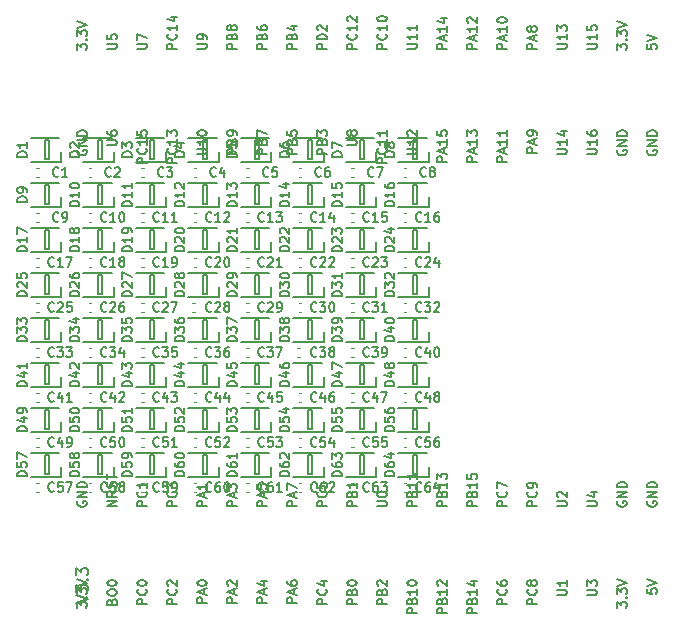
<source format=gbr>
G04 #@! TF.GenerationSoftware,KiCad,Pcbnew,5.1.9+dfsg1-1*
G04 #@! TF.CreationDate,2021-07-14T19:59:06+08:00*
G04 #@! TF.ProjectId,dws2812,64777332-3831-4322-9e6b-696361645f70,rev?*
G04 #@! TF.SameCoordinates,Original*
G04 #@! TF.FileFunction,Legend,Top*
G04 #@! TF.FilePolarity,Positive*
%FSLAX46Y46*%
G04 Gerber Fmt 4.6, Leading zero omitted, Abs format (unit mm)*
G04 Created by KiCad (PCBNEW 5.1.9+dfsg1-1) date 2021-07-14 19:59:06*
%MOMM*%
%LPD*%
G01*
G04 APERTURE LIST*
%ADD10C,0.150000*%
%ADD11C,0.120000*%
G04 APERTURE END LIST*
D10*
G04 #@! TO.C,D64*
X154655000Y-115050000D02*
X154655000Y-113500000D01*
X154305000Y-115050000D02*
X154655000Y-115050000D01*
X154305000Y-113500000D02*
X154305000Y-115050000D01*
X154655000Y-113500000D02*
X154305000Y-113500000D01*
X153105000Y-113300000D02*
X155505000Y-113300000D01*
X155655000Y-115300000D02*
X155655000Y-114500000D01*
X153105000Y-115300000D02*
X155655000Y-115300000D01*
G04 #@! TO.C,D63*
X150210000Y-115050000D02*
X150210000Y-113500000D01*
X149860000Y-115050000D02*
X150210000Y-115050000D01*
X149860000Y-113500000D02*
X149860000Y-115050000D01*
X150210000Y-113500000D02*
X149860000Y-113500000D01*
X148660000Y-113300000D02*
X151060000Y-113300000D01*
X151210000Y-115300000D02*
X151210000Y-114500000D01*
X148660000Y-115300000D02*
X151210000Y-115300000D01*
G04 #@! TO.C,D62*
X145765000Y-115050000D02*
X145765000Y-113500000D01*
X145415000Y-115050000D02*
X145765000Y-115050000D01*
X145415000Y-113500000D02*
X145415000Y-115050000D01*
X145765000Y-113500000D02*
X145415000Y-113500000D01*
X144215000Y-113300000D02*
X146615000Y-113300000D01*
X146765000Y-115300000D02*
X146765000Y-114500000D01*
X144215000Y-115300000D02*
X146765000Y-115300000D01*
G04 #@! TO.C,D61*
X141320000Y-115050000D02*
X141320000Y-113500000D01*
X140970000Y-115050000D02*
X141320000Y-115050000D01*
X140970000Y-113500000D02*
X140970000Y-115050000D01*
X141320000Y-113500000D02*
X140970000Y-113500000D01*
X139770000Y-113300000D02*
X142170000Y-113300000D01*
X142320000Y-115300000D02*
X142320000Y-114500000D01*
X139770000Y-115300000D02*
X142320000Y-115300000D01*
G04 #@! TO.C,D60*
X136875000Y-115050000D02*
X136875000Y-113500000D01*
X136525000Y-115050000D02*
X136875000Y-115050000D01*
X136525000Y-113500000D02*
X136525000Y-115050000D01*
X136875000Y-113500000D02*
X136525000Y-113500000D01*
X135325000Y-113300000D02*
X137725000Y-113300000D01*
X137875000Y-115300000D02*
X137875000Y-114500000D01*
X135325000Y-115300000D02*
X137875000Y-115300000D01*
G04 #@! TO.C,D59*
X132430000Y-115050000D02*
X132430000Y-113500000D01*
X132080000Y-115050000D02*
X132430000Y-115050000D01*
X132080000Y-113500000D02*
X132080000Y-115050000D01*
X132430000Y-113500000D02*
X132080000Y-113500000D01*
X130880000Y-113300000D02*
X133280000Y-113300000D01*
X133430000Y-115300000D02*
X133430000Y-114500000D01*
X130880000Y-115300000D02*
X133430000Y-115300000D01*
G04 #@! TO.C,D58*
X127985000Y-115050000D02*
X127985000Y-113500000D01*
X127635000Y-115050000D02*
X127985000Y-115050000D01*
X127635000Y-113500000D02*
X127635000Y-115050000D01*
X127985000Y-113500000D02*
X127635000Y-113500000D01*
X126435000Y-113300000D02*
X128835000Y-113300000D01*
X128985000Y-115300000D02*
X128985000Y-114500000D01*
X126435000Y-115300000D02*
X128985000Y-115300000D01*
G04 #@! TO.C,D57*
X123540000Y-115050000D02*
X123540000Y-113500000D01*
X123190000Y-115050000D02*
X123540000Y-115050000D01*
X123190000Y-113500000D02*
X123190000Y-115050000D01*
X123540000Y-113500000D02*
X123190000Y-113500000D01*
X121990000Y-113300000D02*
X124390000Y-113300000D01*
X124540000Y-115300000D02*
X124540000Y-114500000D01*
X121990000Y-115300000D02*
X124540000Y-115300000D01*
G04 #@! TO.C,D56*
X154655000Y-111240000D02*
X154655000Y-109690000D01*
X154305000Y-111240000D02*
X154655000Y-111240000D01*
X154305000Y-109690000D02*
X154305000Y-111240000D01*
X154655000Y-109690000D02*
X154305000Y-109690000D01*
X153105000Y-109490000D02*
X155505000Y-109490000D01*
X155655000Y-111490000D02*
X155655000Y-110690000D01*
X153105000Y-111490000D02*
X155655000Y-111490000D01*
G04 #@! TO.C,D55*
X150210000Y-111240000D02*
X150210000Y-109690000D01*
X149860000Y-111240000D02*
X150210000Y-111240000D01*
X149860000Y-109690000D02*
X149860000Y-111240000D01*
X150210000Y-109690000D02*
X149860000Y-109690000D01*
X148660000Y-109490000D02*
X151060000Y-109490000D01*
X151210000Y-111490000D02*
X151210000Y-110690000D01*
X148660000Y-111490000D02*
X151210000Y-111490000D01*
G04 #@! TO.C,D54*
X145765000Y-111240000D02*
X145765000Y-109690000D01*
X145415000Y-111240000D02*
X145765000Y-111240000D01*
X145415000Y-109690000D02*
X145415000Y-111240000D01*
X145765000Y-109690000D02*
X145415000Y-109690000D01*
X144215000Y-109490000D02*
X146615000Y-109490000D01*
X146765000Y-111490000D02*
X146765000Y-110690000D01*
X144215000Y-111490000D02*
X146765000Y-111490000D01*
G04 #@! TO.C,D53*
X141320000Y-111240000D02*
X141320000Y-109690000D01*
X140970000Y-111240000D02*
X141320000Y-111240000D01*
X140970000Y-109690000D02*
X140970000Y-111240000D01*
X141320000Y-109690000D02*
X140970000Y-109690000D01*
X139770000Y-109490000D02*
X142170000Y-109490000D01*
X142320000Y-111490000D02*
X142320000Y-110690000D01*
X139770000Y-111490000D02*
X142320000Y-111490000D01*
G04 #@! TO.C,D52*
X136875000Y-111240000D02*
X136875000Y-109690000D01*
X136525000Y-111240000D02*
X136875000Y-111240000D01*
X136525000Y-109690000D02*
X136525000Y-111240000D01*
X136875000Y-109690000D02*
X136525000Y-109690000D01*
X135325000Y-109490000D02*
X137725000Y-109490000D01*
X137875000Y-111490000D02*
X137875000Y-110690000D01*
X135325000Y-111490000D02*
X137875000Y-111490000D01*
G04 #@! TO.C,D51*
X132430000Y-111240000D02*
X132430000Y-109690000D01*
X132080000Y-111240000D02*
X132430000Y-111240000D01*
X132080000Y-109690000D02*
X132080000Y-111240000D01*
X132430000Y-109690000D02*
X132080000Y-109690000D01*
X130880000Y-109490000D02*
X133280000Y-109490000D01*
X133430000Y-111490000D02*
X133430000Y-110690000D01*
X130880000Y-111490000D02*
X133430000Y-111490000D01*
G04 #@! TO.C,D50*
X127985000Y-111240000D02*
X127985000Y-109690000D01*
X127635000Y-111240000D02*
X127985000Y-111240000D01*
X127635000Y-109690000D02*
X127635000Y-111240000D01*
X127985000Y-109690000D02*
X127635000Y-109690000D01*
X126435000Y-109490000D02*
X128835000Y-109490000D01*
X128985000Y-111490000D02*
X128985000Y-110690000D01*
X126435000Y-111490000D02*
X128985000Y-111490000D01*
G04 #@! TO.C,D49*
X123540000Y-111240000D02*
X123540000Y-109690000D01*
X123190000Y-111240000D02*
X123540000Y-111240000D01*
X123190000Y-109690000D02*
X123190000Y-111240000D01*
X123540000Y-109690000D02*
X123190000Y-109690000D01*
X121990000Y-109490000D02*
X124390000Y-109490000D01*
X124540000Y-111490000D02*
X124540000Y-110690000D01*
X121990000Y-111490000D02*
X124540000Y-111490000D01*
G04 #@! TO.C,D48*
X154655000Y-107430000D02*
X154655000Y-105880000D01*
X154305000Y-107430000D02*
X154655000Y-107430000D01*
X154305000Y-105880000D02*
X154305000Y-107430000D01*
X154655000Y-105880000D02*
X154305000Y-105880000D01*
X153105000Y-105680000D02*
X155505000Y-105680000D01*
X155655000Y-107680000D02*
X155655000Y-106880000D01*
X153105000Y-107680000D02*
X155655000Y-107680000D01*
G04 #@! TO.C,D47*
X150210000Y-107430000D02*
X150210000Y-105880000D01*
X149860000Y-107430000D02*
X150210000Y-107430000D01*
X149860000Y-105880000D02*
X149860000Y-107430000D01*
X150210000Y-105880000D02*
X149860000Y-105880000D01*
X148660000Y-105680000D02*
X151060000Y-105680000D01*
X151210000Y-107680000D02*
X151210000Y-106880000D01*
X148660000Y-107680000D02*
X151210000Y-107680000D01*
G04 #@! TO.C,D46*
X145765000Y-107430000D02*
X145765000Y-105880000D01*
X145415000Y-107430000D02*
X145765000Y-107430000D01*
X145415000Y-105880000D02*
X145415000Y-107430000D01*
X145765000Y-105880000D02*
X145415000Y-105880000D01*
X144215000Y-105680000D02*
X146615000Y-105680000D01*
X146765000Y-107680000D02*
X146765000Y-106880000D01*
X144215000Y-107680000D02*
X146765000Y-107680000D01*
G04 #@! TO.C,D45*
X141320000Y-107430000D02*
X141320000Y-105880000D01*
X140970000Y-107430000D02*
X141320000Y-107430000D01*
X140970000Y-105880000D02*
X140970000Y-107430000D01*
X141320000Y-105880000D02*
X140970000Y-105880000D01*
X139770000Y-105680000D02*
X142170000Y-105680000D01*
X142320000Y-107680000D02*
X142320000Y-106880000D01*
X139770000Y-107680000D02*
X142320000Y-107680000D01*
G04 #@! TO.C,D44*
X136875000Y-107430000D02*
X136875000Y-105880000D01*
X136525000Y-107430000D02*
X136875000Y-107430000D01*
X136525000Y-105880000D02*
X136525000Y-107430000D01*
X136875000Y-105880000D02*
X136525000Y-105880000D01*
X135325000Y-105680000D02*
X137725000Y-105680000D01*
X137875000Y-107680000D02*
X137875000Y-106880000D01*
X135325000Y-107680000D02*
X137875000Y-107680000D01*
G04 #@! TO.C,D43*
X132430000Y-107430000D02*
X132430000Y-105880000D01*
X132080000Y-107430000D02*
X132430000Y-107430000D01*
X132080000Y-105880000D02*
X132080000Y-107430000D01*
X132430000Y-105880000D02*
X132080000Y-105880000D01*
X130880000Y-105680000D02*
X133280000Y-105680000D01*
X133430000Y-107680000D02*
X133430000Y-106880000D01*
X130880000Y-107680000D02*
X133430000Y-107680000D01*
G04 #@! TO.C,D42*
X127985000Y-107430000D02*
X127985000Y-105880000D01*
X127635000Y-107430000D02*
X127985000Y-107430000D01*
X127635000Y-105880000D02*
X127635000Y-107430000D01*
X127985000Y-105880000D02*
X127635000Y-105880000D01*
X126435000Y-105680000D02*
X128835000Y-105680000D01*
X128985000Y-107680000D02*
X128985000Y-106880000D01*
X126435000Y-107680000D02*
X128985000Y-107680000D01*
G04 #@! TO.C,D41*
X123540000Y-107430000D02*
X123540000Y-105880000D01*
X123190000Y-107430000D02*
X123540000Y-107430000D01*
X123190000Y-105880000D02*
X123190000Y-107430000D01*
X123540000Y-105880000D02*
X123190000Y-105880000D01*
X121990000Y-105680000D02*
X124390000Y-105680000D01*
X124540000Y-107680000D02*
X124540000Y-106880000D01*
X121990000Y-107680000D02*
X124540000Y-107680000D01*
G04 #@! TO.C,D40*
X154655000Y-103620000D02*
X154655000Y-102070000D01*
X154305000Y-103620000D02*
X154655000Y-103620000D01*
X154305000Y-102070000D02*
X154305000Y-103620000D01*
X154655000Y-102070000D02*
X154305000Y-102070000D01*
X153105000Y-101870000D02*
X155505000Y-101870000D01*
X155655000Y-103870000D02*
X155655000Y-103070000D01*
X153105000Y-103870000D02*
X155655000Y-103870000D01*
G04 #@! TO.C,D39*
X150210000Y-103620000D02*
X150210000Y-102070000D01*
X149860000Y-103620000D02*
X150210000Y-103620000D01*
X149860000Y-102070000D02*
X149860000Y-103620000D01*
X150210000Y-102070000D02*
X149860000Y-102070000D01*
X148660000Y-101870000D02*
X151060000Y-101870000D01*
X151210000Y-103870000D02*
X151210000Y-103070000D01*
X148660000Y-103870000D02*
X151210000Y-103870000D01*
G04 #@! TO.C,D38*
X145765000Y-103620000D02*
X145765000Y-102070000D01*
X145415000Y-103620000D02*
X145765000Y-103620000D01*
X145415000Y-102070000D02*
X145415000Y-103620000D01*
X145765000Y-102070000D02*
X145415000Y-102070000D01*
X144215000Y-101870000D02*
X146615000Y-101870000D01*
X146765000Y-103870000D02*
X146765000Y-103070000D01*
X144215000Y-103870000D02*
X146765000Y-103870000D01*
G04 #@! TO.C,D37*
X141320000Y-103620000D02*
X141320000Y-102070000D01*
X140970000Y-103620000D02*
X141320000Y-103620000D01*
X140970000Y-102070000D02*
X140970000Y-103620000D01*
X141320000Y-102070000D02*
X140970000Y-102070000D01*
X139770000Y-101870000D02*
X142170000Y-101870000D01*
X142320000Y-103870000D02*
X142320000Y-103070000D01*
X139770000Y-103870000D02*
X142320000Y-103870000D01*
G04 #@! TO.C,D36*
X136875000Y-103620000D02*
X136875000Y-102070000D01*
X136525000Y-103620000D02*
X136875000Y-103620000D01*
X136525000Y-102070000D02*
X136525000Y-103620000D01*
X136875000Y-102070000D02*
X136525000Y-102070000D01*
X135325000Y-101870000D02*
X137725000Y-101870000D01*
X137875000Y-103870000D02*
X137875000Y-103070000D01*
X135325000Y-103870000D02*
X137875000Y-103870000D01*
G04 #@! TO.C,D35*
X132430000Y-103620000D02*
X132430000Y-102070000D01*
X132080000Y-103620000D02*
X132430000Y-103620000D01*
X132080000Y-102070000D02*
X132080000Y-103620000D01*
X132430000Y-102070000D02*
X132080000Y-102070000D01*
X130880000Y-101870000D02*
X133280000Y-101870000D01*
X133430000Y-103870000D02*
X133430000Y-103070000D01*
X130880000Y-103870000D02*
X133430000Y-103870000D01*
G04 #@! TO.C,D34*
X127985000Y-103620000D02*
X127985000Y-102070000D01*
X127635000Y-103620000D02*
X127985000Y-103620000D01*
X127635000Y-102070000D02*
X127635000Y-103620000D01*
X127985000Y-102070000D02*
X127635000Y-102070000D01*
X126435000Y-101870000D02*
X128835000Y-101870000D01*
X128985000Y-103870000D02*
X128985000Y-103070000D01*
X126435000Y-103870000D02*
X128985000Y-103870000D01*
G04 #@! TO.C,D33*
X123540000Y-103620000D02*
X123540000Y-102070000D01*
X123190000Y-103620000D02*
X123540000Y-103620000D01*
X123190000Y-102070000D02*
X123190000Y-103620000D01*
X123540000Y-102070000D02*
X123190000Y-102070000D01*
X121990000Y-101870000D02*
X124390000Y-101870000D01*
X124540000Y-103870000D02*
X124540000Y-103070000D01*
X121990000Y-103870000D02*
X124540000Y-103870000D01*
G04 #@! TO.C,D32*
X154655000Y-99810000D02*
X154655000Y-98260000D01*
X154305000Y-99810000D02*
X154655000Y-99810000D01*
X154305000Y-98260000D02*
X154305000Y-99810000D01*
X154655000Y-98260000D02*
X154305000Y-98260000D01*
X153105000Y-98060000D02*
X155505000Y-98060000D01*
X155655000Y-100060000D02*
X155655000Y-99260000D01*
X153105000Y-100060000D02*
X155655000Y-100060000D01*
G04 #@! TO.C,D31*
X150210000Y-99810000D02*
X150210000Y-98260000D01*
X149860000Y-99810000D02*
X150210000Y-99810000D01*
X149860000Y-98260000D02*
X149860000Y-99810000D01*
X150210000Y-98260000D02*
X149860000Y-98260000D01*
X148660000Y-98060000D02*
X151060000Y-98060000D01*
X151210000Y-100060000D02*
X151210000Y-99260000D01*
X148660000Y-100060000D02*
X151210000Y-100060000D01*
G04 #@! TO.C,D30*
X145765000Y-99810000D02*
X145765000Y-98260000D01*
X145415000Y-99810000D02*
X145765000Y-99810000D01*
X145415000Y-98260000D02*
X145415000Y-99810000D01*
X145765000Y-98260000D02*
X145415000Y-98260000D01*
X144215000Y-98060000D02*
X146615000Y-98060000D01*
X146765000Y-100060000D02*
X146765000Y-99260000D01*
X144215000Y-100060000D02*
X146765000Y-100060000D01*
G04 #@! TO.C,D29*
X141320000Y-99810000D02*
X141320000Y-98260000D01*
X140970000Y-99810000D02*
X141320000Y-99810000D01*
X140970000Y-98260000D02*
X140970000Y-99810000D01*
X141320000Y-98260000D02*
X140970000Y-98260000D01*
X139770000Y-98060000D02*
X142170000Y-98060000D01*
X142320000Y-100060000D02*
X142320000Y-99260000D01*
X139770000Y-100060000D02*
X142320000Y-100060000D01*
G04 #@! TO.C,D28*
X136875000Y-99810000D02*
X136875000Y-98260000D01*
X136525000Y-99810000D02*
X136875000Y-99810000D01*
X136525000Y-98260000D02*
X136525000Y-99810000D01*
X136875000Y-98260000D02*
X136525000Y-98260000D01*
X135325000Y-98060000D02*
X137725000Y-98060000D01*
X137875000Y-100060000D02*
X137875000Y-99260000D01*
X135325000Y-100060000D02*
X137875000Y-100060000D01*
G04 #@! TO.C,D27*
X132430000Y-99810000D02*
X132430000Y-98260000D01*
X132080000Y-99810000D02*
X132430000Y-99810000D01*
X132080000Y-98260000D02*
X132080000Y-99810000D01*
X132430000Y-98260000D02*
X132080000Y-98260000D01*
X130880000Y-98060000D02*
X133280000Y-98060000D01*
X133430000Y-100060000D02*
X133430000Y-99260000D01*
X130880000Y-100060000D02*
X133430000Y-100060000D01*
G04 #@! TO.C,D26*
X127985000Y-99810000D02*
X127985000Y-98260000D01*
X127635000Y-99810000D02*
X127985000Y-99810000D01*
X127635000Y-98260000D02*
X127635000Y-99810000D01*
X127985000Y-98260000D02*
X127635000Y-98260000D01*
X126435000Y-98060000D02*
X128835000Y-98060000D01*
X128985000Y-100060000D02*
X128985000Y-99260000D01*
X126435000Y-100060000D02*
X128985000Y-100060000D01*
G04 #@! TO.C,D25*
X123540000Y-99810000D02*
X123540000Y-98260000D01*
X123190000Y-99810000D02*
X123540000Y-99810000D01*
X123190000Y-98260000D02*
X123190000Y-99810000D01*
X123540000Y-98260000D02*
X123190000Y-98260000D01*
X121990000Y-98060000D02*
X124390000Y-98060000D01*
X124540000Y-100060000D02*
X124540000Y-99260000D01*
X121990000Y-100060000D02*
X124540000Y-100060000D01*
G04 #@! TO.C,D24*
X154655000Y-96000000D02*
X154655000Y-94450000D01*
X154305000Y-96000000D02*
X154655000Y-96000000D01*
X154305000Y-94450000D02*
X154305000Y-96000000D01*
X154655000Y-94450000D02*
X154305000Y-94450000D01*
X153105000Y-94250000D02*
X155505000Y-94250000D01*
X155655000Y-96250000D02*
X155655000Y-95450000D01*
X153105000Y-96250000D02*
X155655000Y-96250000D01*
G04 #@! TO.C,D23*
X150210000Y-96000000D02*
X150210000Y-94450000D01*
X149860000Y-96000000D02*
X150210000Y-96000000D01*
X149860000Y-94450000D02*
X149860000Y-96000000D01*
X150210000Y-94450000D02*
X149860000Y-94450000D01*
X148660000Y-94250000D02*
X151060000Y-94250000D01*
X151210000Y-96250000D02*
X151210000Y-95450000D01*
X148660000Y-96250000D02*
X151210000Y-96250000D01*
G04 #@! TO.C,D22*
X145765000Y-96000000D02*
X145765000Y-94450000D01*
X145415000Y-96000000D02*
X145765000Y-96000000D01*
X145415000Y-94450000D02*
X145415000Y-96000000D01*
X145765000Y-94450000D02*
X145415000Y-94450000D01*
X144215000Y-94250000D02*
X146615000Y-94250000D01*
X146765000Y-96250000D02*
X146765000Y-95450000D01*
X144215000Y-96250000D02*
X146765000Y-96250000D01*
G04 #@! TO.C,D21*
X141320000Y-96000000D02*
X141320000Y-94450000D01*
X140970000Y-96000000D02*
X141320000Y-96000000D01*
X140970000Y-94450000D02*
X140970000Y-96000000D01*
X141320000Y-94450000D02*
X140970000Y-94450000D01*
X139770000Y-94250000D02*
X142170000Y-94250000D01*
X142320000Y-96250000D02*
X142320000Y-95450000D01*
X139770000Y-96250000D02*
X142320000Y-96250000D01*
G04 #@! TO.C,D20*
X136875000Y-96000000D02*
X136875000Y-94450000D01*
X136525000Y-96000000D02*
X136875000Y-96000000D01*
X136525000Y-94450000D02*
X136525000Y-96000000D01*
X136875000Y-94450000D02*
X136525000Y-94450000D01*
X135325000Y-94250000D02*
X137725000Y-94250000D01*
X137875000Y-96250000D02*
X137875000Y-95450000D01*
X135325000Y-96250000D02*
X137875000Y-96250000D01*
G04 #@! TO.C,D19*
X132430000Y-96000000D02*
X132430000Y-94450000D01*
X132080000Y-96000000D02*
X132430000Y-96000000D01*
X132080000Y-94450000D02*
X132080000Y-96000000D01*
X132430000Y-94450000D02*
X132080000Y-94450000D01*
X130880000Y-94250000D02*
X133280000Y-94250000D01*
X133430000Y-96250000D02*
X133430000Y-95450000D01*
X130880000Y-96250000D02*
X133430000Y-96250000D01*
G04 #@! TO.C,D18*
X127985000Y-96000000D02*
X127985000Y-94450000D01*
X127635000Y-96000000D02*
X127985000Y-96000000D01*
X127635000Y-94450000D02*
X127635000Y-96000000D01*
X127985000Y-94450000D02*
X127635000Y-94450000D01*
X126435000Y-94250000D02*
X128835000Y-94250000D01*
X128985000Y-96250000D02*
X128985000Y-95450000D01*
X126435000Y-96250000D02*
X128985000Y-96250000D01*
G04 #@! TO.C,D17*
X123540000Y-96000000D02*
X123540000Y-94450000D01*
X123190000Y-96000000D02*
X123540000Y-96000000D01*
X123190000Y-94450000D02*
X123190000Y-96000000D01*
X123540000Y-94450000D02*
X123190000Y-94450000D01*
X121990000Y-94250000D02*
X124390000Y-94250000D01*
X124540000Y-96250000D02*
X124540000Y-95450000D01*
X121990000Y-96250000D02*
X124540000Y-96250000D01*
G04 #@! TO.C,D16*
X154655000Y-92190000D02*
X154655000Y-90640000D01*
X154305000Y-92190000D02*
X154655000Y-92190000D01*
X154305000Y-90640000D02*
X154305000Y-92190000D01*
X154655000Y-90640000D02*
X154305000Y-90640000D01*
X153105000Y-90440000D02*
X155505000Y-90440000D01*
X155655000Y-92440000D02*
X155655000Y-91640000D01*
X153105000Y-92440000D02*
X155655000Y-92440000D01*
G04 #@! TO.C,D15*
X150210000Y-92190000D02*
X150210000Y-90640000D01*
X149860000Y-92190000D02*
X150210000Y-92190000D01*
X149860000Y-90640000D02*
X149860000Y-92190000D01*
X150210000Y-90640000D02*
X149860000Y-90640000D01*
X148660000Y-90440000D02*
X151060000Y-90440000D01*
X151210000Y-92440000D02*
X151210000Y-91640000D01*
X148660000Y-92440000D02*
X151210000Y-92440000D01*
G04 #@! TO.C,D14*
X145765000Y-92190000D02*
X145765000Y-90640000D01*
X145415000Y-92190000D02*
X145765000Y-92190000D01*
X145415000Y-90640000D02*
X145415000Y-92190000D01*
X145765000Y-90640000D02*
X145415000Y-90640000D01*
X144215000Y-90440000D02*
X146615000Y-90440000D01*
X146765000Y-92440000D02*
X146765000Y-91640000D01*
X144215000Y-92440000D02*
X146765000Y-92440000D01*
G04 #@! TO.C,D13*
X141320000Y-92190000D02*
X141320000Y-90640000D01*
X140970000Y-92190000D02*
X141320000Y-92190000D01*
X140970000Y-90640000D02*
X140970000Y-92190000D01*
X141320000Y-90640000D02*
X140970000Y-90640000D01*
X139770000Y-90440000D02*
X142170000Y-90440000D01*
X142320000Y-92440000D02*
X142320000Y-91640000D01*
X139770000Y-92440000D02*
X142320000Y-92440000D01*
G04 #@! TO.C,D12*
X136875000Y-92190000D02*
X136875000Y-90640000D01*
X136525000Y-92190000D02*
X136875000Y-92190000D01*
X136525000Y-90640000D02*
X136525000Y-92190000D01*
X136875000Y-90640000D02*
X136525000Y-90640000D01*
X135325000Y-90440000D02*
X137725000Y-90440000D01*
X137875000Y-92440000D02*
X137875000Y-91640000D01*
X135325000Y-92440000D02*
X137875000Y-92440000D01*
G04 #@! TO.C,D11*
X132430000Y-92190000D02*
X132430000Y-90640000D01*
X132080000Y-92190000D02*
X132430000Y-92190000D01*
X132080000Y-90640000D02*
X132080000Y-92190000D01*
X132430000Y-90640000D02*
X132080000Y-90640000D01*
X130880000Y-90440000D02*
X133280000Y-90440000D01*
X133430000Y-92440000D02*
X133430000Y-91640000D01*
X130880000Y-92440000D02*
X133430000Y-92440000D01*
G04 #@! TO.C,D10*
X127985000Y-92190000D02*
X127985000Y-90640000D01*
X127635000Y-92190000D02*
X127985000Y-92190000D01*
X127635000Y-90640000D02*
X127635000Y-92190000D01*
X127985000Y-90640000D02*
X127635000Y-90640000D01*
X126435000Y-90440000D02*
X128835000Y-90440000D01*
X128985000Y-92440000D02*
X128985000Y-91640000D01*
X126435000Y-92440000D02*
X128985000Y-92440000D01*
G04 #@! TO.C,D9*
X123540000Y-92190000D02*
X123540000Y-90640000D01*
X123190000Y-92190000D02*
X123540000Y-92190000D01*
X123190000Y-90640000D02*
X123190000Y-92190000D01*
X123540000Y-90640000D02*
X123190000Y-90640000D01*
X121990000Y-90440000D02*
X124390000Y-90440000D01*
X124540000Y-92440000D02*
X124540000Y-91640000D01*
X121990000Y-92440000D02*
X124540000Y-92440000D01*
D11*
G04 #@! TO.C,C64*
X153562164Y-115845000D02*
X153777836Y-115845000D01*
X153562164Y-116565000D02*
X153777836Y-116565000D01*
G04 #@! TO.C,C63*
X149117164Y-115845000D02*
X149332836Y-115845000D01*
X149117164Y-116565000D02*
X149332836Y-116565000D01*
G04 #@! TO.C,C62*
X144672164Y-115845000D02*
X144887836Y-115845000D01*
X144672164Y-116565000D02*
X144887836Y-116565000D01*
G04 #@! TO.C,C61*
X140227164Y-115845000D02*
X140442836Y-115845000D01*
X140227164Y-116565000D02*
X140442836Y-116565000D01*
G04 #@! TO.C,C60*
X135782164Y-115845000D02*
X135997836Y-115845000D01*
X135782164Y-116565000D02*
X135997836Y-116565000D01*
G04 #@! TO.C,C59*
X131337164Y-115845000D02*
X131552836Y-115845000D01*
X131337164Y-116565000D02*
X131552836Y-116565000D01*
G04 #@! TO.C,C58*
X126892164Y-115845000D02*
X127107836Y-115845000D01*
X126892164Y-116565000D02*
X127107836Y-116565000D01*
G04 #@! TO.C,C57*
X122447164Y-115845000D02*
X122662836Y-115845000D01*
X122447164Y-116565000D02*
X122662836Y-116565000D01*
G04 #@! TO.C,C56*
X153562164Y-112035000D02*
X153777836Y-112035000D01*
X153562164Y-112755000D02*
X153777836Y-112755000D01*
G04 #@! TO.C,C55*
X149117164Y-112035000D02*
X149332836Y-112035000D01*
X149117164Y-112755000D02*
X149332836Y-112755000D01*
G04 #@! TO.C,C54*
X144672164Y-112035000D02*
X144887836Y-112035000D01*
X144672164Y-112755000D02*
X144887836Y-112755000D01*
G04 #@! TO.C,C53*
X140227164Y-112035000D02*
X140442836Y-112035000D01*
X140227164Y-112755000D02*
X140442836Y-112755000D01*
G04 #@! TO.C,C52*
X135782164Y-112035000D02*
X135997836Y-112035000D01*
X135782164Y-112755000D02*
X135997836Y-112755000D01*
G04 #@! TO.C,C51*
X131337164Y-112035000D02*
X131552836Y-112035000D01*
X131337164Y-112755000D02*
X131552836Y-112755000D01*
G04 #@! TO.C,C50*
X126892164Y-112035000D02*
X127107836Y-112035000D01*
X126892164Y-112755000D02*
X127107836Y-112755000D01*
G04 #@! TO.C,C49*
X122447164Y-112035000D02*
X122662836Y-112035000D01*
X122447164Y-112755000D02*
X122662836Y-112755000D01*
G04 #@! TO.C,C48*
X153562164Y-108225000D02*
X153777836Y-108225000D01*
X153562164Y-108945000D02*
X153777836Y-108945000D01*
G04 #@! TO.C,C47*
X149117164Y-108225000D02*
X149332836Y-108225000D01*
X149117164Y-108945000D02*
X149332836Y-108945000D01*
G04 #@! TO.C,C46*
X144672164Y-108225000D02*
X144887836Y-108225000D01*
X144672164Y-108945000D02*
X144887836Y-108945000D01*
G04 #@! TO.C,C45*
X140227164Y-108225000D02*
X140442836Y-108225000D01*
X140227164Y-108945000D02*
X140442836Y-108945000D01*
G04 #@! TO.C,C44*
X135782164Y-108225000D02*
X135997836Y-108225000D01*
X135782164Y-108945000D02*
X135997836Y-108945000D01*
G04 #@! TO.C,C43*
X131337164Y-108225000D02*
X131552836Y-108225000D01*
X131337164Y-108945000D02*
X131552836Y-108945000D01*
G04 #@! TO.C,C42*
X126892164Y-108225000D02*
X127107836Y-108225000D01*
X126892164Y-108945000D02*
X127107836Y-108945000D01*
G04 #@! TO.C,C41*
X122447164Y-108225000D02*
X122662836Y-108225000D01*
X122447164Y-108945000D02*
X122662836Y-108945000D01*
G04 #@! TO.C,C40*
X153562164Y-104415000D02*
X153777836Y-104415000D01*
X153562164Y-105135000D02*
X153777836Y-105135000D01*
G04 #@! TO.C,C39*
X149117164Y-104415000D02*
X149332836Y-104415000D01*
X149117164Y-105135000D02*
X149332836Y-105135000D01*
G04 #@! TO.C,C38*
X144517164Y-104415000D02*
X144732836Y-104415000D01*
X144517164Y-105135000D02*
X144732836Y-105135000D01*
G04 #@! TO.C,C37*
X140227164Y-104415000D02*
X140442836Y-104415000D01*
X140227164Y-105135000D02*
X140442836Y-105135000D01*
G04 #@! TO.C,C36*
X135782164Y-104415000D02*
X135997836Y-104415000D01*
X135782164Y-105135000D02*
X135997836Y-105135000D01*
G04 #@! TO.C,C35*
X131337164Y-104415000D02*
X131552836Y-104415000D01*
X131337164Y-105135000D02*
X131552836Y-105135000D01*
G04 #@! TO.C,C34*
X126892164Y-104415000D02*
X127107836Y-104415000D01*
X126892164Y-105135000D02*
X127107836Y-105135000D01*
G04 #@! TO.C,C33*
X122447164Y-104415000D02*
X122662836Y-104415000D01*
X122447164Y-105135000D02*
X122662836Y-105135000D01*
G04 #@! TO.C,C32*
X153562164Y-100605000D02*
X153777836Y-100605000D01*
X153562164Y-101325000D02*
X153777836Y-101325000D01*
G04 #@! TO.C,C31*
X149117164Y-100605000D02*
X149332836Y-100605000D01*
X149117164Y-101325000D02*
X149332836Y-101325000D01*
G04 #@! TO.C,C30*
X144672164Y-100605000D02*
X144887836Y-100605000D01*
X144672164Y-101325000D02*
X144887836Y-101325000D01*
G04 #@! TO.C,C29*
X140227164Y-100605000D02*
X140442836Y-100605000D01*
X140227164Y-101325000D02*
X140442836Y-101325000D01*
G04 #@! TO.C,C28*
X135627164Y-100605000D02*
X135842836Y-100605000D01*
X135627164Y-101325000D02*
X135842836Y-101325000D01*
G04 #@! TO.C,C27*
X131337164Y-100605000D02*
X131552836Y-100605000D01*
X131337164Y-101325000D02*
X131552836Y-101325000D01*
G04 #@! TO.C,C26*
X126892164Y-100605000D02*
X127107836Y-100605000D01*
X126892164Y-101325000D02*
X127107836Y-101325000D01*
G04 #@! TO.C,C25*
X122447164Y-100605000D02*
X122662836Y-100605000D01*
X122447164Y-101325000D02*
X122662836Y-101325000D01*
G04 #@! TO.C,C24*
X153562164Y-96795000D02*
X153777836Y-96795000D01*
X153562164Y-97515000D02*
X153777836Y-97515000D01*
G04 #@! TO.C,C23*
X149117164Y-96795000D02*
X149332836Y-96795000D01*
X149117164Y-97515000D02*
X149332836Y-97515000D01*
G04 #@! TO.C,C22*
X144672164Y-96795000D02*
X144887836Y-96795000D01*
X144672164Y-97515000D02*
X144887836Y-97515000D01*
G04 #@! TO.C,C21*
X140227164Y-96795000D02*
X140442836Y-96795000D01*
X140227164Y-97515000D02*
X140442836Y-97515000D01*
G04 #@! TO.C,C20*
X135782164Y-96795000D02*
X135997836Y-96795000D01*
X135782164Y-97515000D02*
X135997836Y-97515000D01*
G04 #@! TO.C,C19*
X131337164Y-96795000D02*
X131552836Y-96795000D01*
X131337164Y-97515000D02*
X131552836Y-97515000D01*
G04 #@! TO.C,C18*
X126892164Y-96795000D02*
X127107836Y-96795000D01*
X126892164Y-97515000D02*
X127107836Y-97515000D01*
G04 #@! TO.C,C17*
X122447164Y-96795000D02*
X122662836Y-96795000D01*
X122447164Y-97515000D02*
X122662836Y-97515000D01*
G04 #@! TO.C,C16*
X153562164Y-92985000D02*
X153777836Y-92985000D01*
X153562164Y-93705000D02*
X153777836Y-93705000D01*
G04 #@! TO.C,C15*
X149117164Y-92985000D02*
X149332836Y-92985000D01*
X149117164Y-93705000D02*
X149332836Y-93705000D01*
G04 #@! TO.C,C14*
X144672164Y-92985000D02*
X144887836Y-92985000D01*
X144672164Y-93705000D02*
X144887836Y-93705000D01*
G04 #@! TO.C,C13*
X140227164Y-92985000D02*
X140442836Y-92985000D01*
X140227164Y-93705000D02*
X140442836Y-93705000D01*
G04 #@! TO.C,C12*
X135782164Y-92985000D02*
X135997836Y-92985000D01*
X135782164Y-93705000D02*
X135997836Y-93705000D01*
G04 #@! TO.C,C11*
X131337164Y-92985000D02*
X131552836Y-92985000D01*
X131337164Y-93705000D02*
X131552836Y-93705000D01*
G04 #@! TO.C,C10*
X126892164Y-92985000D02*
X127107836Y-92985000D01*
X126892164Y-93705000D02*
X127107836Y-93705000D01*
G04 #@! TO.C,C9*
X122447164Y-92985000D02*
X122662836Y-92985000D01*
X122447164Y-93705000D02*
X122662836Y-93705000D01*
G04 #@! TO.C,C8*
X153562164Y-89175000D02*
X153777836Y-89175000D01*
X153562164Y-89895000D02*
X153777836Y-89895000D01*
G04 #@! TO.C,C7*
X149117164Y-89175000D02*
X149332836Y-89175000D01*
X149117164Y-89895000D02*
X149332836Y-89895000D01*
G04 #@! TO.C,C6*
X144672164Y-89175000D02*
X144887836Y-89175000D01*
X144672164Y-89895000D02*
X144887836Y-89895000D01*
G04 #@! TO.C,C5*
X140227164Y-89175000D02*
X140442836Y-89175000D01*
X140227164Y-89895000D02*
X140442836Y-89895000D01*
G04 #@! TO.C,C4*
X135782164Y-89175000D02*
X135997836Y-89175000D01*
X135782164Y-89895000D02*
X135997836Y-89895000D01*
G04 #@! TO.C,C3*
X131337164Y-89175000D02*
X131552836Y-89175000D01*
X131337164Y-89895000D02*
X131552836Y-89895000D01*
G04 #@! TO.C,C2*
X126892164Y-89175000D02*
X127107836Y-89175000D01*
X126892164Y-89895000D02*
X127107836Y-89895000D01*
G04 #@! TO.C,C1*
X122447164Y-89175000D02*
X122662836Y-89175000D01*
X122447164Y-89895000D02*
X122662836Y-89895000D01*
D10*
G04 #@! TO.C,D8*
X154655000Y-88380000D02*
X154655000Y-86830000D01*
X154305000Y-88380000D02*
X154655000Y-88380000D01*
X154305000Y-86830000D02*
X154305000Y-88380000D01*
X154655000Y-86830000D02*
X154305000Y-86830000D01*
X153105000Y-86630000D02*
X155505000Y-86630000D01*
X155655000Y-88630000D02*
X155655000Y-87830000D01*
X153105000Y-88630000D02*
X155655000Y-88630000D01*
G04 #@! TO.C,D7*
X150210000Y-88380000D02*
X150210000Y-86830000D01*
X149860000Y-88380000D02*
X150210000Y-88380000D01*
X149860000Y-86830000D02*
X149860000Y-88380000D01*
X150210000Y-86830000D02*
X149860000Y-86830000D01*
X148660000Y-86630000D02*
X151060000Y-86630000D01*
X151210000Y-88630000D02*
X151210000Y-87830000D01*
X148660000Y-88630000D02*
X151210000Y-88630000D01*
G04 #@! TO.C,D6*
X145765000Y-88380000D02*
X145765000Y-86830000D01*
X145415000Y-88380000D02*
X145765000Y-88380000D01*
X145415000Y-86830000D02*
X145415000Y-88380000D01*
X145765000Y-86830000D02*
X145415000Y-86830000D01*
X144215000Y-86630000D02*
X146615000Y-86630000D01*
X146765000Y-88630000D02*
X146765000Y-87830000D01*
X144215000Y-88630000D02*
X146765000Y-88630000D01*
G04 #@! TO.C,D5*
X141320000Y-88380000D02*
X141320000Y-86830000D01*
X140970000Y-88380000D02*
X141320000Y-88380000D01*
X140970000Y-86830000D02*
X140970000Y-88380000D01*
X141320000Y-86830000D02*
X140970000Y-86830000D01*
X139770000Y-86630000D02*
X142170000Y-86630000D01*
X142320000Y-88630000D02*
X142320000Y-87830000D01*
X139770000Y-88630000D02*
X142320000Y-88630000D01*
G04 #@! TO.C,D4*
X136875000Y-88380000D02*
X136875000Y-86830000D01*
X136525000Y-88380000D02*
X136875000Y-88380000D01*
X136525000Y-86830000D02*
X136525000Y-88380000D01*
X136875000Y-86830000D02*
X136525000Y-86830000D01*
X135325000Y-86630000D02*
X137725000Y-86630000D01*
X137875000Y-88630000D02*
X137875000Y-87830000D01*
X135325000Y-88630000D02*
X137875000Y-88630000D01*
G04 #@! TO.C,D3*
X132430000Y-88380000D02*
X132430000Y-86830000D01*
X132080000Y-88380000D02*
X132430000Y-88380000D01*
X132080000Y-86830000D02*
X132080000Y-88380000D01*
X132430000Y-86830000D02*
X132080000Y-86830000D01*
X130880000Y-86630000D02*
X133280000Y-86630000D01*
X133430000Y-88630000D02*
X133430000Y-87830000D01*
X130880000Y-88630000D02*
X133430000Y-88630000D01*
G04 #@! TO.C,D2*
X127985000Y-88380000D02*
X127985000Y-86830000D01*
X127635000Y-88380000D02*
X127985000Y-88380000D01*
X127635000Y-86830000D02*
X127635000Y-88380000D01*
X127985000Y-86830000D02*
X127635000Y-86830000D01*
X126435000Y-86630000D02*
X128835000Y-86630000D01*
X128985000Y-88630000D02*
X128985000Y-87830000D01*
X126435000Y-88630000D02*
X128985000Y-88630000D01*
G04 #@! TO.C,D1*
X123540000Y-88380000D02*
X123540000Y-86830000D01*
X123190000Y-88380000D02*
X123540000Y-88380000D01*
X123190000Y-86830000D02*
X123190000Y-88380000D01*
X123540000Y-86830000D02*
X123190000Y-86830000D01*
X121990000Y-86630000D02*
X124390000Y-86630000D01*
X124540000Y-88630000D02*
X124540000Y-87830000D01*
X121990000Y-88630000D02*
X124540000Y-88630000D01*
G04 #@! TO.C,J1*
X125817380Y-125983809D02*
X126817380Y-125650476D01*
X125817380Y-125317142D01*
X125817380Y-125079047D02*
X125817380Y-124460000D01*
X126198333Y-124793333D01*
X126198333Y-124650476D01*
X126245952Y-124555238D01*
X126293571Y-124507619D01*
X126388809Y-124460000D01*
X126626904Y-124460000D01*
X126722142Y-124507619D01*
X126769761Y-124555238D01*
X126817380Y-124650476D01*
X126817380Y-124936190D01*
X126769761Y-125031428D01*
X126722142Y-125079047D01*
X126722142Y-124031428D02*
X126769761Y-123983809D01*
X126817380Y-124031428D01*
X126769761Y-124079047D01*
X126722142Y-124031428D01*
X126817380Y-124031428D01*
X125817380Y-123650476D02*
X125817380Y-123031428D01*
X126198333Y-123364761D01*
X126198333Y-123221904D01*
X126245952Y-123126666D01*
X126293571Y-123079047D01*
X126388809Y-123031428D01*
X126626904Y-123031428D01*
X126722142Y-123079047D01*
X126769761Y-123126666D01*
X126817380Y-123221904D01*
X126817380Y-123507619D01*
X126769761Y-123602857D01*
X126722142Y-123650476D01*
X169106904Y-87993928D02*
X169754523Y-87993928D01*
X169830714Y-87955833D01*
X169868809Y-87917738D01*
X169906904Y-87841547D01*
X169906904Y-87689166D01*
X169868809Y-87612976D01*
X169830714Y-87574880D01*
X169754523Y-87536785D01*
X169106904Y-87536785D01*
X169906904Y-86736785D02*
X169906904Y-87193928D01*
X169906904Y-86965357D02*
X169106904Y-86965357D01*
X169221190Y-87041547D01*
X169297380Y-87117738D01*
X169335476Y-87193928D01*
X169106904Y-86051071D02*
X169106904Y-86203452D01*
X169145000Y-86279642D01*
X169183095Y-86317738D01*
X169297380Y-86393928D01*
X169449761Y-86432023D01*
X169754523Y-86432023D01*
X169830714Y-86393928D01*
X169868809Y-86355833D01*
X169906904Y-86279642D01*
X169906904Y-86127261D01*
X169868809Y-86051071D01*
X169830714Y-86012976D01*
X169754523Y-85974880D01*
X169564047Y-85974880D01*
X169487857Y-86012976D01*
X169449761Y-86051071D01*
X169411666Y-86127261D01*
X169411666Y-86279642D01*
X169449761Y-86355833D01*
X169487857Y-86393928D01*
X169564047Y-86432023D01*
X166566904Y-87993928D02*
X167214523Y-87993928D01*
X167290714Y-87955833D01*
X167328809Y-87917738D01*
X167366904Y-87841547D01*
X167366904Y-87689166D01*
X167328809Y-87612976D01*
X167290714Y-87574880D01*
X167214523Y-87536785D01*
X166566904Y-87536785D01*
X167366904Y-86736785D02*
X167366904Y-87193928D01*
X167366904Y-86965357D02*
X166566904Y-86965357D01*
X166681190Y-87041547D01*
X166757380Y-87117738D01*
X166795476Y-87193928D01*
X166833571Y-86051071D02*
X167366904Y-86051071D01*
X166528809Y-86241547D02*
X167100238Y-86432023D01*
X167100238Y-85936785D01*
X169106904Y-79087023D02*
X169754523Y-79087023D01*
X169830714Y-79048928D01*
X169868809Y-79010833D01*
X169906904Y-78934642D01*
X169906904Y-78782261D01*
X169868809Y-78706071D01*
X169830714Y-78667976D01*
X169754523Y-78629880D01*
X169106904Y-78629880D01*
X169906904Y-77829880D02*
X169906904Y-78287023D01*
X169906904Y-78058452D02*
X169106904Y-78058452D01*
X169221190Y-78134642D01*
X169297380Y-78210833D01*
X169335476Y-78287023D01*
X169106904Y-77106071D02*
X169106904Y-77487023D01*
X169487857Y-77525119D01*
X169449761Y-77487023D01*
X169411666Y-77410833D01*
X169411666Y-77220357D01*
X169449761Y-77144166D01*
X169487857Y-77106071D01*
X169564047Y-77067976D01*
X169754523Y-77067976D01*
X169830714Y-77106071D01*
X169868809Y-77144166D01*
X169906904Y-77220357D01*
X169906904Y-77410833D01*
X169868809Y-77487023D01*
X169830714Y-77525119D01*
X166566904Y-79087023D02*
X167214523Y-79087023D01*
X167290714Y-79048928D01*
X167328809Y-79010833D01*
X167366904Y-78934642D01*
X167366904Y-78782261D01*
X167328809Y-78706071D01*
X167290714Y-78667976D01*
X167214523Y-78629880D01*
X166566904Y-78629880D01*
X167366904Y-77829880D02*
X167366904Y-78287023D01*
X167366904Y-78058452D02*
X166566904Y-78058452D01*
X166681190Y-78134642D01*
X166757380Y-78210833D01*
X166795476Y-78287023D01*
X166566904Y-77563214D02*
X166566904Y-77067976D01*
X166871666Y-77334642D01*
X166871666Y-77220357D01*
X166909761Y-77144166D01*
X166947857Y-77106071D01*
X167024047Y-77067976D01*
X167214523Y-77067976D01*
X167290714Y-77106071D01*
X167328809Y-77144166D01*
X167366904Y-77220357D01*
X167366904Y-77448928D01*
X167328809Y-77525119D01*
X167290714Y-77563214D01*
X153866904Y-79087023D02*
X154514523Y-79087023D01*
X154590714Y-79048928D01*
X154628809Y-79010833D01*
X154666904Y-78934642D01*
X154666904Y-78782261D01*
X154628809Y-78706071D01*
X154590714Y-78667976D01*
X154514523Y-78629880D01*
X153866904Y-78629880D01*
X154666904Y-77829880D02*
X154666904Y-78287023D01*
X154666904Y-78058452D02*
X153866904Y-78058452D01*
X153981190Y-78134642D01*
X154057380Y-78210833D01*
X154095476Y-78287023D01*
X154666904Y-77067976D02*
X154666904Y-77525119D01*
X154666904Y-77296547D02*
X153866904Y-77296547D01*
X153981190Y-77372738D01*
X154057380Y-77448928D01*
X154095476Y-77525119D01*
X153866904Y-87993928D02*
X154514523Y-87993928D01*
X154590714Y-87955833D01*
X154628809Y-87917738D01*
X154666904Y-87841547D01*
X154666904Y-87689166D01*
X154628809Y-87612976D01*
X154590714Y-87574880D01*
X154514523Y-87536785D01*
X153866904Y-87536785D01*
X154666904Y-86736785D02*
X154666904Y-87193928D01*
X154666904Y-86965357D02*
X153866904Y-86965357D01*
X153981190Y-87041547D01*
X154057380Y-87117738D01*
X154095476Y-87193928D01*
X153943095Y-86432023D02*
X153905000Y-86393928D01*
X153866904Y-86317738D01*
X153866904Y-86127261D01*
X153905000Y-86051071D01*
X153943095Y-86012976D01*
X154019285Y-85974880D01*
X154095476Y-85974880D01*
X154209761Y-86012976D01*
X154666904Y-86470119D01*
X154666904Y-85974880D01*
X148786904Y-87232023D02*
X149434523Y-87232023D01*
X149510714Y-87193928D01*
X149548809Y-87155833D01*
X149586904Y-87079642D01*
X149586904Y-86927261D01*
X149548809Y-86851071D01*
X149510714Y-86812976D01*
X149434523Y-86774880D01*
X148786904Y-86774880D01*
X149129761Y-86279642D02*
X149091666Y-86355833D01*
X149053571Y-86393928D01*
X148977380Y-86432023D01*
X148939285Y-86432023D01*
X148863095Y-86393928D01*
X148825000Y-86355833D01*
X148786904Y-86279642D01*
X148786904Y-86127261D01*
X148825000Y-86051071D01*
X148863095Y-86012976D01*
X148939285Y-85974880D01*
X148977380Y-85974880D01*
X149053571Y-86012976D01*
X149091666Y-86051071D01*
X149129761Y-86127261D01*
X149129761Y-86279642D01*
X149167857Y-86355833D01*
X149205952Y-86393928D01*
X149282142Y-86432023D01*
X149434523Y-86432023D01*
X149510714Y-86393928D01*
X149548809Y-86355833D01*
X149586904Y-86279642D01*
X149586904Y-86127261D01*
X149548809Y-86051071D01*
X149510714Y-86012976D01*
X149434523Y-85974880D01*
X149282142Y-85974880D01*
X149205952Y-86012976D01*
X149167857Y-86051071D01*
X149129761Y-86127261D01*
X136086904Y-87993928D02*
X136734523Y-87993928D01*
X136810714Y-87955833D01*
X136848809Y-87917738D01*
X136886904Y-87841547D01*
X136886904Y-87689166D01*
X136848809Y-87612976D01*
X136810714Y-87574880D01*
X136734523Y-87536785D01*
X136086904Y-87536785D01*
X136886904Y-86736785D02*
X136886904Y-87193928D01*
X136886904Y-86965357D02*
X136086904Y-86965357D01*
X136201190Y-87041547D01*
X136277380Y-87117738D01*
X136315476Y-87193928D01*
X136086904Y-86241547D02*
X136086904Y-86165357D01*
X136125000Y-86089166D01*
X136163095Y-86051071D01*
X136239285Y-86012976D01*
X136391666Y-85974880D01*
X136582142Y-85974880D01*
X136734523Y-86012976D01*
X136810714Y-86051071D01*
X136848809Y-86089166D01*
X136886904Y-86165357D01*
X136886904Y-86241547D01*
X136848809Y-86317738D01*
X136810714Y-86355833D01*
X136734523Y-86393928D01*
X136582142Y-86432023D01*
X136391666Y-86432023D01*
X136239285Y-86393928D01*
X136163095Y-86355833D01*
X136125000Y-86317738D01*
X136086904Y-86241547D01*
X136086904Y-79087023D02*
X136734523Y-79087023D01*
X136810714Y-79048928D01*
X136848809Y-79010833D01*
X136886904Y-78934642D01*
X136886904Y-78782261D01*
X136848809Y-78706071D01*
X136810714Y-78667976D01*
X136734523Y-78629880D01*
X136086904Y-78629880D01*
X136886904Y-78210833D02*
X136886904Y-78058452D01*
X136848809Y-77982261D01*
X136810714Y-77944166D01*
X136696428Y-77867976D01*
X136544047Y-77829880D01*
X136239285Y-77829880D01*
X136163095Y-77867976D01*
X136125000Y-77906071D01*
X136086904Y-77982261D01*
X136086904Y-78134642D01*
X136125000Y-78210833D01*
X136163095Y-78248928D01*
X136239285Y-78287023D01*
X136429761Y-78287023D01*
X136505952Y-78248928D01*
X136544047Y-78210833D01*
X136582142Y-78134642D01*
X136582142Y-77982261D01*
X136544047Y-77906071D01*
X136505952Y-77867976D01*
X136429761Y-77829880D01*
X131006904Y-79087023D02*
X131654523Y-79087023D01*
X131730714Y-79048928D01*
X131768809Y-79010833D01*
X131806904Y-78934642D01*
X131806904Y-78782261D01*
X131768809Y-78706071D01*
X131730714Y-78667976D01*
X131654523Y-78629880D01*
X131006904Y-78629880D01*
X131006904Y-78325119D02*
X131006904Y-77791785D01*
X131806904Y-78134642D01*
X128466904Y-87232023D02*
X129114523Y-87232023D01*
X129190714Y-87193928D01*
X129228809Y-87155833D01*
X129266904Y-87079642D01*
X129266904Y-86927261D01*
X129228809Y-86851071D01*
X129190714Y-86812976D01*
X129114523Y-86774880D01*
X128466904Y-86774880D01*
X128466904Y-86051071D02*
X128466904Y-86203452D01*
X128505000Y-86279642D01*
X128543095Y-86317738D01*
X128657380Y-86393928D01*
X128809761Y-86432023D01*
X129114523Y-86432023D01*
X129190714Y-86393928D01*
X129228809Y-86355833D01*
X129266904Y-86279642D01*
X129266904Y-86127261D01*
X129228809Y-86051071D01*
X129190714Y-86012976D01*
X129114523Y-85974880D01*
X128924047Y-85974880D01*
X128847857Y-86012976D01*
X128809761Y-86051071D01*
X128771666Y-86127261D01*
X128771666Y-86279642D01*
X128809761Y-86355833D01*
X128847857Y-86393928D01*
X128924047Y-86432023D01*
X128466904Y-79087023D02*
X129114523Y-79087023D01*
X129190714Y-79048928D01*
X129228809Y-79010833D01*
X129266904Y-78934642D01*
X129266904Y-78782261D01*
X129228809Y-78706071D01*
X129190714Y-78667976D01*
X129114523Y-78629880D01*
X128466904Y-78629880D01*
X128466904Y-77867976D02*
X128466904Y-78248928D01*
X128847857Y-78287023D01*
X128809761Y-78248928D01*
X128771666Y-78172738D01*
X128771666Y-77982261D01*
X128809761Y-77906071D01*
X128847857Y-77867976D01*
X128924047Y-77829880D01*
X129114523Y-77829880D01*
X129190714Y-77867976D01*
X129228809Y-77906071D01*
X129266904Y-77982261D01*
X129266904Y-78172738D01*
X129228809Y-78248928D01*
X129190714Y-78287023D01*
X169106904Y-117822023D02*
X169754523Y-117822023D01*
X169830714Y-117783928D01*
X169868809Y-117745833D01*
X169906904Y-117669642D01*
X169906904Y-117517261D01*
X169868809Y-117441071D01*
X169830714Y-117402976D01*
X169754523Y-117364880D01*
X169106904Y-117364880D01*
X169373571Y-116641071D02*
X169906904Y-116641071D01*
X169068809Y-116831547D02*
X169640238Y-117022023D01*
X169640238Y-116526785D01*
X166566904Y-117822023D02*
X167214523Y-117822023D01*
X167290714Y-117783928D01*
X167328809Y-117745833D01*
X167366904Y-117669642D01*
X167366904Y-117517261D01*
X167328809Y-117441071D01*
X167290714Y-117402976D01*
X167214523Y-117364880D01*
X166566904Y-117364880D01*
X166643095Y-117022023D02*
X166605000Y-116983928D01*
X166566904Y-116907738D01*
X166566904Y-116717261D01*
X166605000Y-116641071D01*
X166643095Y-116602976D01*
X166719285Y-116564880D01*
X166795476Y-116564880D01*
X166909761Y-116602976D01*
X167366904Y-117060119D01*
X167366904Y-116564880D01*
X169106904Y-125332023D02*
X169754523Y-125332023D01*
X169830714Y-125293928D01*
X169868809Y-125255833D01*
X169906904Y-125179642D01*
X169906904Y-125027261D01*
X169868809Y-124951071D01*
X169830714Y-124912976D01*
X169754523Y-124874880D01*
X169106904Y-124874880D01*
X169106904Y-124570119D02*
X169106904Y-124074880D01*
X169411666Y-124341547D01*
X169411666Y-124227261D01*
X169449761Y-124151071D01*
X169487857Y-124112976D01*
X169564047Y-124074880D01*
X169754523Y-124074880D01*
X169830714Y-124112976D01*
X169868809Y-124151071D01*
X169906904Y-124227261D01*
X169906904Y-124455833D01*
X169868809Y-124532023D01*
X169830714Y-124570119D01*
X166566904Y-125332023D02*
X167214523Y-125332023D01*
X167290714Y-125293928D01*
X167328809Y-125255833D01*
X167366904Y-125179642D01*
X167366904Y-125027261D01*
X167328809Y-124951071D01*
X167290714Y-124912976D01*
X167214523Y-124874880D01*
X166566904Y-124874880D01*
X167366904Y-124074880D02*
X167366904Y-124532023D01*
X167366904Y-124303452D02*
X166566904Y-124303452D01*
X166681190Y-124379642D01*
X166757380Y-124455833D01*
X166795476Y-124532023D01*
X151326904Y-117822023D02*
X151974523Y-117822023D01*
X152050714Y-117783928D01*
X152088809Y-117745833D01*
X152126904Y-117669642D01*
X152126904Y-117517261D01*
X152088809Y-117441071D01*
X152050714Y-117402976D01*
X151974523Y-117364880D01*
X151326904Y-117364880D01*
X151326904Y-116831547D02*
X151326904Y-116755357D01*
X151365000Y-116679166D01*
X151403095Y-116641071D01*
X151479285Y-116602976D01*
X151631666Y-116564880D01*
X151822142Y-116564880D01*
X151974523Y-116602976D01*
X152050714Y-116641071D01*
X152088809Y-116679166D01*
X152126904Y-116755357D01*
X152126904Y-116831547D01*
X152088809Y-116907738D01*
X152050714Y-116945833D01*
X151974523Y-116983928D01*
X151822142Y-117022023D01*
X151631666Y-117022023D01*
X151479285Y-116983928D01*
X151403095Y-116945833D01*
X151365000Y-116907738D01*
X151326904Y-116831547D01*
X171646904Y-79163214D02*
X171646904Y-78667976D01*
X171951666Y-78934642D01*
X171951666Y-78820357D01*
X171989761Y-78744166D01*
X172027857Y-78706071D01*
X172104047Y-78667976D01*
X172294523Y-78667976D01*
X172370714Y-78706071D01*
X172408809Y-78744166D01*
X172446904Y-78820357D01*
X172446904Y-79048928D01*
X172408809Y-79125119D01*
X172370714Y-79163214D01*
X172370714Y-78325119D02*
X172408809Y-78287023D01*
X172446904Y-78325119D01*
X172408809Y-78363214D01*
X172370714Y-78325119D01*
X172446904Y-78325119D01*
X171646904Y-78020357D02*
X171646904Y-77525119D01*
X171951666Y-77791785D01*
X171951666Y-77677500D01*
X171989761Y-77601309D01*
X172027857Y-77563214D01*
X172104047Y-77525119D01*
X172294523Y-77525119D01*
X172370714Y-77563214D01*
X172408809Y-77601309D01*
X172446904Y-77677500D01*
X172446904Y-77906071D01*
X172408809Y-77982261D01*
X172370714Y-78020357D01*
X171646904Y-77296547D02*
X172446904Y-77029880D01*
X171646904Y-76763214D01*
X171685000Y-87651071D02*
X171646904Y-87727261D01*
X171646904Y-87841547D01*
X171685000Y-87955833D01*
X171761190Y-88032023D01*
X171837380Y-88070119D01*
X171989761Y-88108214D01*
X172104047Y-88108214D01*
X172256428Y-88070119D01*
X172332619Y-88032023D01*
X172408809Y-87955833D01*
X172446904Y-87841547D01*
X172446904Y-87765357D01*
X172408809Y-87651071D01*
X172370714Y-87612976D01*
X172104047Y-87612976D01*
X172104047Y-87765357D01*
X172446904Y-87270119D02*
X171646904Y-87270119D01*
X172446904Y-86812976D01*
X171646904Y-86812976D01*
X172446904Y-86432023D02*
X171646904Y-86432023D01*
X171646904Y-86241547D01*
X171685000Y-86127261D01*
X171761190Y-86051071D01*
X171837380Y-86012976D01*
X171989761Y-85974880D01*
X172104047Y-85974880D01*
X172256428Y-86012976D01*
X172332619Y-86051071D01*
X172408809Y-86127261D01*
X172446904Y-86241547D01*
X172446904Y-86432023D01*
X174186904Y-124798690D02*
X174186904Y-125179642D01*
X174567857Y-125217738D01*
X174529761Y-125179642D01*
X174491666Y-125103452D01*
X174491666Y-124912976D01*
X174529761Y-124836785D01*
X174567857Y-124798690D01*
X174644047Y-124760595D01*
X174834523Y-124760595D01*
X174910714Y-124798690D01*
X174948809Y-124836785D01*
X174986904Y-124912976D01*
X174986904Y-125103452D01*
X174948809Y-125179642D01*
X174910714Y-125217738D01*
X174186904Y-124532023D02*
X174986904Y-124265357D01*
X174186904Y-123998690D01*
X171685000Y-117402976D02*
X171646904Y-117479166D01*
X171646904Y-117593452D01*
X171685000Y-117707738D01*
X171761190Y-117783928D01*
X171837380Y-117822023D01*
X171989761Y-117860119D01*
X172104047Y-117860119D01*
X172256428Y-117822023D01*
X172332619Y-117783928D01*
X172408809Y-117707738D01*
X172446904Y-117593452D01*
X172446904Y-117517261D01*
X172408809Y-117402976D01*
X172370714Y-117364880D01*
X172104047Y-117364880D01*
X172104047Y-117517261D01*
X172446904Y-117022023D02*
X171646904Y-117022023D01*
X172446904Y-116564880D01*
X171646904Y-116564880D01*
X172446904Y-116183928D02*
X171646904Y-116183928D01*
X171646904Y-115993452D01*
X171685000Y-115879166D01*
X171761190Y-115802976D01*
X171837380Y-115764880D01*
X171989761Y-115726785D01*
X172104047Y-115726785D01*
X172256428Y-115764880D01*
X172332619Y-115802976D01*
X172408809Y-115879166D01*
X172446904Y-115993452D01*
X172446904Y-116183928D01*
X125965000Y-87651071D02*
X125926904Y-87727261D01*
X125926904Y-87841547D01*
X125965000Y-87955833D01*
X126041190Y-88032023D01*
X126117380Y-88070119D01*
X126269761Y-88108214D01*
X126384047Y-88108214D01*
X126536428Y-88070119D01*
X126612619Y-88032023D01*
X126688809Y-87955833D01*
X126726904Y-87841547D01*
X126726904Y-87765357D01*
X126688809Y-87651071D01*
X126650714Y-87612976D01*
X126384047Y-87612976D01*
X126384047Y-87765357D01*
X126726904Y-87270119D02*
X125926904Y-87270119D01*
X126726904Y-86812976D01*
X125926904Y-86812976D01*
X126726904Y-86432023D02*
X125926904Y-86432023D01*
X125926904Y-86241547D01*
X125965000Y-86127261D01*
X126041190Y-86051071D01*
X126117380Y-86012976D01*
X126269761Y-85974880D01*
X126384047Y-85974880D01*
X126536428Y-86012976D01*
X126612619Y-86051071D01*
X126688809Y-86127261D01*
X126726904Y-86241547D01*
X126726904Y-86432023D01*
X131806904Y-88755833D02*
X131006904Y-88755833D01*
X131006904Y-88451071D01*
X131045000Y-88374880D01*
X131083095Y-88336785D01*
X131159285Y-88298690D01*
X131273571Y-88298690D01*
X131349761Y-88336785D01*
X131387857Y-88374880D01*
X131425952Y-88451071D01*
X131425952Y-88755833D01*
X131730714Y-87498690D02*
X131768809Y-87536785D01*
X131806904Y-87651071D01*
X131806904Y-87727261D01*
X131768809Y-87841547D01*
X131692619Y-87917738D01*
X131616428Y-87955833D01*
X131464047Y-87993928D01*
X131349761Y-87993928D01*
X131197380Y-87955833D01*
X131121190Y-87917738D01*
X131045000Y-87841547D01*
X131006904Y-87727261D01*
X131006904Y-87651071D01*
X131045000Y-87536785D01*
X131083095Y-87498690D01*
X131806904Y-86736785D02*
X131806904Y-87193928D01*
X131806904Y-86965357D02*
X131006904Y-86965357D01*
X131121190Y-87041547D01*
X131197380Y-87117738D01*
X131235476Y-87193928D01*
X131006904Y-86012976D02*
X131006904Y-86393928D01*
X131387857Y-86432023D01*
X131349761Y-86393928D01*
X131311666Y-86317738D01*
X131311666Y-86127261D01*
X131349761Y-86051071D01*
X131387857Y-86012976D01*
X131464047Y-85974880D01*
X131654523Y-85974880D01*
X131730714Y-86012976D01*
X131768809Y-86051071D01*
X131806904Y-86127261D01*
X131806904Y-86317738D01*
X131768809Y-86393928D01*
X131730714Y-86432023D01*
X134346904Y-88755833D02*
X133546904Y-88755833D01*
X133546904Y-88451071D01*
X133585000Y-88374880D01*
X133623095Y-88336785D01*
X133699285Y-88298690D01*
X133813571Y-88298690D01*
X133889761Y-88336785D01*
X133927857Y-88374880D01*
X133965952Y-88451071D01*
X133965952Y-88755833D01*
X134270714Y-87498690D02*
X134308809Y-87536785D01*
X134346904Y-87651071D01*
X134346904Y-87727261D01*
X134308809Y-87841547D01*
X134232619Y-87917738D01*
X134156428Y-87955833D01*
X134004047Y-87993928D01*
X133889761Y-87993928D01*
X133737380Y-87955833D01*
X133661190Y-87917738D01*
X133585000Y-87841547D01*
X133546904Y-87727261D01*
X133546904Y-87651071D01*
X133585000Y-87536785D01*
X133623095Y-87498690D01*
X134346904Y-86736785D02*
X134346904Y-87193928D01*
X134346904Y-86965357D02*
X133546904Y-86965357D01*
X133661190Y-87041547D01*
X133737380Y-87117738D01*
X133775476Y-87193928D01*
X133546904Y-86470119D02*
X133546904Y-85974880D01*
X133851666Y-86241547D01*
X133851666Y-86127261D01*
X133889761Y-86051071D01*
X133927857Y-86012976D01*
X134004047Y-85974880D01*
X134194523Y-85974880D01*
X134270714Y-86012976D01*
X134308809Y-86051071D01*
X134346904Y-86127261D01*
X134346904Y-86355833D01*
X134308809Y-86432023D01*
X134270714Y-86470119D01*
X139426904Y-87993928D02*
X138626904Y-87993928D01*
X138626904Y-87689166D01*
X138665000Y-87612976D01*
X138703095Y-87574880D01*
X138779285Y-87536785D01*
X138893571Y-87536785D01*
X138969761Y-87574880D01*
X139007857Y-87612976D01*
X139045952Y-87689166D01*
X139045952Y-87993928D01*
X139007857Y-86927261D02*
X139045952Y-86812976D01*
X139084047Y-86774880D01*
X139160238Y-86736785D01*
X139274523Y-86736785D01*
X139350714Y-86774880D01*
X139388809Y-86812976D01*
X139426904Y-86889166D01*
X139426904Y-87193928D01*
X138626904Y-87193928D01*
X138626904Y-86927261D01*
X138665000Y-86851071D01*
X138703095Y-86812976D01*
X138779285Y-86774880D01*
X138855476Y-86774880D01*
X138931666Y-86812976D01*
X138969761Y-86851071D01*
X139007857Y-86927261D01*
X139007857Y-87193928D01*
X139426904Y-86355833D02*
X139426904Y-86203452D01*
X139388809Y-86127261D01*
X139350714Y-86089166D01*
X139236428Y-86012976D01*
X139084047Y-85974880D01*
X138779285Y-85974880D01*
X138703095Y-86012976D01*
X138665000Y-86051071D01*
X138626904Y-86127261D01*
X138626904Y-86279642D01*
X138665000Y-86355833D01*
X138703095Y-86393928D01*
X138779285Y-86432023D01*
X138969761Y-86432023D01*
X139045952Y-86393928D01*
X139084047Y-86355833D01*
X139122142Y-86279642D01*
X139122142Y-86127261D01*
X139084047Y-86051071D01*
X139045952Y-86012976D01*
X138969761Y-85974880D01*
X141966904Y-87993928D02*
X141166904Y-87993928D01*
X141166904Y-87689166D01*
X141205000Y-87612976D01*
X141243095Y-87574880D01*
X141319285Y-87536785D01*
X141433571Y-87536785D01*
X141509761Y-87574880D01*
X141547857Y-87612976D01*
X141585952Y-87689166D01*
X141585952Y-87993928D01*
X141547857Y-86927261D02*
X141585952Y-86812976D01*
X141624047Y-86774880D01*
X141700238Y-86736785D01*
X141814523Y-86736785D01*
X141890714Y-86774880D01*
X141928809Y-86812976D01*
X141966904Y-86889166D01*
X141966904Y-87193928D01*
X141166904Y-87193928D01*
X141166904Y-86927261D01*
X141205000Y-86851071D01*
X141243095Y-86812976D01*
X141319285Y-86774880D01*
X141395476Y-86774880D01*
X141471666Y-86812976D01*
X141509761Y-86851071D01*
X141547857Y-86927261D01*
X141547857Y-87193928D01*
X141166904Y-86470119D02*
X141166904Y-85936785D01*
X141966904Y-86279642D01*
X144506904Y-87993928D02*
X143706904Y-87993928D01*
X143706904Y-87689166D01*
X143745000Y-87612976D01*
X143783095Y-87574880D01*
X143859285Y-87536785D01*
X143973571Y-87536785D01*
X144049761Y-87574880D01*
X144087857Y-87612976D01*
X144125952Y-87689166D01*
X144125952Y-87993928D01*
X144087857Y-86927261D02*
X144125952Y-86812976D01*
X144164047Y-86774880D01*
X144240238Y-86736785D01*
X144354523Y-86736785D01*
X144430714Y-86774880D01*
X144468809Y-86812976D01*
X144506904Y-86889166D01*
X144506904Y-87193928D01*
X143706904Y-87193928D01*
X143706904Y-86927261D01*
X143745000Y-86851071D01*
X143783095Y-86812976D01*
X143859285Y-86774880D01*
X143935476Y-86774880D01*
X144011666Y-86812976D01*
X144049761Y-86851071D01*
X144087857Y-86927261D01*
X144087857Y-87193928D01*
X143706904Y-86012976D02*
X143706904Y-86393928D01*
X144087857Y-86432023D01*
X144049761Y-86393928D01*
X144011666Y-86317738D01*
X144011666Y-86127261D01*
X144049761Y-86051071D01*
X144087857Y-86012976D01*
X144164047Y-85974880D01*
X144354523Y-85974880D01*
X144430714Y-86012976D01*
X144468809Y-86051071D01*
X144506904Y-86127261D01*
X144506904Y-86317738D01*
X144468809Y-86393928D01*
X144430714Y-86432023D01*
X147046904Y-87993928D02*
X146246904Y-87993928D01*
X146246904Y-87689166D01*
X146285000Y-87612976D01*
X146323095Y-87574880D01*
X146399285Y-87536785D01*
X146513571Y-87536785D01*
X146589761Y-87574880D01*
X146627857Y-87612976D01*
X146665952Y-87689166D01*
X146665952Y-87993928D01*
X146627857Y-86927261D02*
X146665952Y-86812976D01*
X146704047Y-86774880D01*
X146780238Y-86736785D01*
X146894523Y-86736785D01*
X146970714Y-86774880D01*
X147008809Y-86812976D01*
X147046904Y-86889166D01*
X147046904Y-87193928D01*
X146246904Y-87193928D01*
X146246904Y-86927261D01*
X146285000Y-86851071D01*
X146323095Y-86812976D01*
X146399285Y-86774880D01*
X146475476Y-86774880D01*
X146551666Y-86812976D01*
X146589761Y-86851071D01*
X146627857Y-86927261D01*
X146627857Y-87193928D01*
X146246904Y-86470119D02*
X146246904Y-85974880D01*
X146551666Y-86241547D01*
X146551666Y-86127261D01*
X146589761Y-86051071D01*
X146627857Y-86012976D01*
X146704047Y-85974880D01*
X146894523Y-85974880D01*
X146970714Y-86012976D01*
X147008809Y-86051071D01*
X147046904Y-86127261D01*
X147046904Y-86355833D01*
X147008809Y-86432023D01*
X146970714Y-86470119D01*
X152126904Y-88755833D02*
X151326904Y-88755833D01*
X151326904Y-88451071D01*
X151365000Y-88374880D01*
X151403095Y-88336785D01*
X151479285Y-88298690D01*
X151593571Y-88298690D01*
X151669761Y-88336785D01*
X151707857Y-88374880D01*
X151745952Y-88451071D01*
X151745952Y-88755833D01*
X152050714Y-87498690D02*
X152088809Y-87536785D01*
X152126904Y-87651071D01*
X152126904Y-87727261D01*
X152088809Y-87841547D01*
X152012619Y-87917738D01*
X151936428Y-87955833D01*
X151784047Y-87993928D01*
X151669761Y-87993928D01*
X151517380Y-87955833D01*
X151441190Y-87917738D01*
X151365000Y-87841547D01*
X151326904Y-87727261D01*
X151326904Y-87651071D01*
X151365000Y-87536785D01*
X151403095Y-87498690D01*
X152126904Y-86736785D02*
X152126904Y-87193928D01*
X152126904Y-86965357D02*
X151326904Y-86965357D01*
X151441190Y-87041547D01*
X151517380Y-87117738D01*
X151555476Y-87193928D01*
X152126904Y-85974880D02*
X152126904Y-86432023D01*
X152126904Y-86203452D02*
X151326904Y-86203452D01*
X151441190Y-86279642D01*
X151517380Y-86355833D01*
X151555476Y-86432023D01*
X157206904Y-88641547D02*
X156406904Y-88641547D01*
X156406904Y-88336785D01*
X156445000Y-88260595D01*
X156483095Y-88222500D01*
X156559285Y-88184404D01*
X156673571Y-88184404D01*
X156749761Y-88222500D01*
X156787857Y-88260595D01*
X156825952Y-88336785D01*
X156825952Y-88641547D01*
X156978333Y-87879642D02*
X156978333Y-87498690D01*
X157206904Y-87955833D02*
X156406904Y-87689166D01*
X157206904Y-87422500D01*
X157206904Y-86736785D02*
X157206904Y-87193928D01*
X157206904Y-86965357D02*
X156406904Y-86965357D01*
X156521190Y-87041547D01*
X156597380Y-87117738D01*
X156635476Y-87193928D01*
X156406904Y-86012976D02*
X156406904Y-86393928D01*
X156787857Y-86432023D01*
X156749761Y-86393928D01*
X156711666Y-86317738D01*
X156711666Y-86127261D01*
X156749761Y-86051071D01*
X156787857Y-86012976D01*
X156864047Y-85974880D01*
X157054523Y-85974880D01*
X157130714Y-86012976D01*
X157168809Y-86051071D01*
X157206904Y-86127261D01*
X157206904Y-86317738D01*
X157168809Y-86393928D01*
X157130714Y-86432023D01*
X159746904Y-88641547D02*
X158946904Y-88641547D01*
X158946904Y-88336785D01*
X158985000Y-88260595D01*
X159023095Y-88222500D01*
X159099285Y-88184404D01*
X159213571Y-88184404D01*
X159289761Y-88222500D01*
X159327857Y-88260595D01*
X159365952Y-88336785D01*
X159365952Y-88641547D01*
X159518333Y-87879642D02*
X159518333Y-87498690D01*
X159746904Y-87955833D02*
X158946904Y-87689166D01*
X159746904Y-87422500D01*
X159746904Y-86736785D02*
X159746904Y-87193928D01*
X159746904Y-86965357D02*
X158946904Y-86965357D01*
X159061190Y-87041547D01*
X159137380Y-87117738D01*
X159175476Y-87193928D01*
X158946904Y-86470119D02*
X158946904Y-85974880D01*
X159251666Y-86241547D01*
X159251666Y-86127261D01*
X159289761Y-86051071D01*
X159327857Y-86012976D01*
X159404047Y-85974880D01*
X159594523Y-85974880D01*
X159670714Y-86012976D01*
X159708809Y-86051071D01*
X159746904Y-86127261D01*
X159746904Y-86355833D01*
X159708809Y-86432023D01*
X159670714Y-86470119D01*
X162286904Y-88641547D02*
X161486904Y-88641547D01*
X161486904Y-88336785D01*
X161525000Y-88260595D01*
X161563095Y-88222500D01*
X161639285Y-88184404D01*
X161753571Y-88184404D01*
X161829761Y-88222500D01*
X161867857Y-88260595D01*
X161905952Y-88336785D01*
X161905952Y-88641547D01*
X162058333Y-87879642D02*
X162058333Y-87498690D01*
X162286904Y-87955833D02*
X161486904Y-87689166D01*
X162286904Y-87422500D01*
X162286904Y-86736785D02*
X162286904Y-87193928D01*
X162286904Y-86965357D02*
X161486904Y-86965357D01*
X161601190Y-87041547D01*
X161677380Y-87117738D01*
X161715476Y-87193928D01*
X162286904Y-85974880D02*
X162286904Y-86432023D01*
X162286904Y-86203452D02*
X161486904Y-86203452D01*
X161601190Y-86279642D01*
X161677380Y-86355833D01*
X161715476Y-86432023D01*
X164826904Y-87879642D02*
X164026904Y-87879642D01*
X164026904Y-87574880D01*
X164065000Y-87498690D01*
X164103095Y-87460595D01*
X164179285Y-87422500D01*
X164293571Y-87422500D01*
X164369761Y-87460595D01*
X164407857Y-87498690D01*
X164445952Y-87574880D01*
X164445952Y-87879642D01*
X164598333Y-87117738D02*
X164598333Y-86736785D01*
X164826904Y-87193928D02*
X164026904Y-86927261D01*
X164826904Y-86660595D01*
X164826904Y-86355833D02*
X164826904Y-86203452D01*
X164788809Y-86127261D01*
X164750714Y-86089166D01*
X164636428Y-86012976D01*
X164484047Y-85974880D01*
X164179285Y-85974880D01*
X164103095Y-86012976D01*
X164065000Y-86051071D01*
X164026904Y-86127261D01*
X164026904Y-86279642D01*
X164065000Y-86355833D01*
X164103095Y-86393928D01*
X164179285Y-86432023D01*
X164369761Y-86432023D01*
X164445952Y-86393928D01*
X164484047Y-86355833D01*
X164522142Y-86279642D01*
X164522142Y-86127261D01*
X164484047Y-86051071D01*
X164445952Y-86012976D01*
X164369761Y-85974880D01*
X125926904Y-79163214D02*
X125926904Y-78667976D01*
X126231666Y-78934642D01*
X126231666Y-78820357D01*
X126269761Y-78744166D01*
X126307857Y-78706071D01*
X126384047Y-78667976D01*
X126574523Y-78667976D01*
X126650714Y-78706071D01*
X126688809Y-78744166D01*
X126726904Y-78820357D01*
X126726904Y-79048928D01*
X126688809Y-79125119D01*
X126650714Y-79163214D01*
X126650714Y-78325119D02*
X126688809Y-78287023D01*
X126726904Y-78325119D01*
X126688809Y-78363214D01*
X126650714Y-78325119D01*
X126726904Y-78325119D01*
X125926904Y-78020357D02*
X125926904Y-77525119D01*
X126231666Y-77791785D01*
X126231666Y-77677500D01*
X126269761Y-77601309D01*
X126307857Y-77563214D01*
X126384047Y-77525119D01*
X126574523Y-77525119D01*
X126650714Y-77563214D01*
X126688809Y-77601309D01*
X126726904Y-77677500D01*
X126726904Y-77906071D01*
X126688809Y-77982261D01*
X126650714Y-78020357D01*
X125926904Y-77296547D02*
X126726904Y-77029880D01*
X125926904Y-76763214D01*
X134346904Y-79087023D02*
X133546904Y-79087023D01*
X133546904Y-78782261D01*
X133585000Y-78706071D01*
X133623095Y-78667976D01*
X133699285Y-78629880D01*
X133813571Y-78629880D01*
X133889761Y-78667976D01*
X133927857Y-78706071D01*
X133965952Y-78782261D01*
X133965952Y-79087023D01*
X134270714Y-77829880D02*
X134308809Y-77867976D01*
X134346904Y-77982261D01*
X134346904Y-78058452D01*
X134308809Y-78172738D01*
X134232619Y-78248928D01*
X134156428Y-78287023D01*
X134004047Y-78325119D01*
X133889761Y-78325119D01*
X133737380Y-78287023D01*
X133661190Y-78248928D01*
X133585000Y-78172738D01*
X133546904Y-78058452D01*
X133546904Y-77982261D01*
X133585000Y-77867976D01*
X133623095Y-77829880D01*
X134346904Y-77067976D02*
X134346904Y-77525119D01*
X134346904Y-77296547D02*
X133546904Y-77296547D01*
X133661190Y-77372738D01*
X133737380Y-77448928D01*
X133775476Y-77525119D01*
X133813571Y-76382261D02*
X134346904Y-76382261D01*
X133508809Y-76572738D02*
X134080238Y-76763214D01*
X134080238Y-76267976D01*
X139426904Y-79087023D02*
X138626904Y-79087023D01*
X138626904Y-78782261D01*
X138665000Y-78706071D01*
X138703095Y-78667976D01*
X138779285Y-78629880D01*
X138893571Y-78629880D01*
X138969761Y-78667976D01*
X139007857Y-78706071D01*
X139045952Y-78782261D01*
X139045952Y-79087023D01*
X139007857Y-78020357D02*
X139045952Y-77906071D01*
X139084047Y-77867976D01*
X139160238Y-77829880D01*
X139274523Y-77829880D01*
X139350714Y-77867976D01*
X139388809Y-77906071D01*
X139426904Y-77982261D01*
X139426904Y-78287023D01*
X138626904Y-78287023D01*
X138626904Y-78020357D01*
X138665000Y-77944166D01*
X138703095Y-77906071D01*
X138779285Y-77867976D01*
X138855476Y-77867976D01*
X138931666Y-77906071D01*
X138969761Y-77944166D01*
X139007857Y-78020357D01*
X139007857Y-78287023D01*
X138969761Y-77372738D02*
X138931666Y-77448928D01*
X138893571Y-77487023D01*
X138817380Y-77525119D01*
X138779285Y-77525119D01*
X138703095Y-77487023D01*
X138665000Y-77448928D01*
X138626904Y-77372738D01*
X138626904Y-77220357D01*
X138665000Y-77144166D01*
X138703095Y-77106071D01*
X138779285Y-77067976D01*
X138817380Y-77067976D01*
X138893571Y-77106071D01*
X138931666Y-77144166D01*
X138969761Y-77220357D01*
X138969761Y-77372738D01*
X139007857Y-77448928D01*
X139045952Y-77487023D01*
X139122142Y-77525119D01*
X139274523Y-77525119D01*
X139350714Y-77487023D01*
X139388809Y-77448928D01*
X139426904Y-77372738D01*
X139426904Y-77220357D01*
X139388809Y-77144166D01*
X139350714Y-77106071D01*
X139274523Y-77067976D01*
X139122142Y-77067976D01*
X139045952Y-77106071D01*
X139007857Y-77144166D01*
X138969761Y-77220357D01*
X141966904Y-79087023D02*
X141166904Y-79087023D01*
X141166904Y-78782261D01*
X141205000Y-78706071D01*
X141243095Y-78667976D01*
X141319285Y-78629880D01*
X141433571Y-78629880D01*
X141509761Y-78667976D01*
X141547857Y-78706071D01*
X141585952Y-78782261D01*
X141585952Y-79087023D01*
X141547857Y-78020357D02*
X141585952Y-77906071D01*
X141624047Y-77867976D01*
X141700238Y-77829880D01*
X141814523Y-77829880D01*
X141890714Y-77867976D01*
X141928809Y-77906071D01*
X141966904Y-77982261D01*
X141966904Y-78287023D01*
X141166904Y-78287023D01*
X141166904Y-78020357D01*
X141205000Y-77944166D01*
X141243095Y-77906071D01*
X141319285Y-77867976D01*
X141395476Y-77867976D01*
X141471666Y-77906071D01*
X141509761Y-77944166D01*
X141547857Y-78020357D01*
X141547857Y-78287023D01*
X141166904Y-77144166D02*
X141166904Y-77296547D01*
X141205000Y-77372738D01*
X141243095Y-77410833D01*
X141357380Y-77487023D01*
X141509761Y-77525119D01*
X141814523Y-77525119D01*
X141890714Y-77487023D01*
X141928809Y-77448928D01*
X141966904Y-77372738D01*
X141966904Y-77220357D01*
X141928809Y-77144166D01*
X141890714Y-77106071D01*
X141814523Y-77067976D01*
X141624047Y-77067976D01*
X141547857Y-77106071D01*
X141509761Y-77144166D01*
X141471666Y-77220357D01*
X141471666Y-77372738D01*
X141509761Y-77448928D01*
X141547857Y-77487023D01*
X141624047Y-77525119D01*
X144506904Y-79087023D02*
X143706904Y-79087023D01*
X143706904Y-78782261D01*
X143745000Y-78706071D01*
X143783095Y-78667976D01*
X143859285Y-78629880D01*
X143973571Y-78629880D01*
X144049761Y-78667976D01*
X144087857Y-78706071D01*
X144125952Y-78782261D01*
X144125952Y-79087023D01*
X144087857Y-78020357D02*
X144125952Y-77906071D01*
X144164047Y-77867976D01*
X144240238Y-77829880D01*
X144354523Y-77829880D01*
X144430714Y-77867976D01*
X144468809Y-77906071D01*
X144506904Y-77982261D01*
X144506904Y-78287023D01*
X143706904Y-78287023D01*
X143706904Y-78020357D01*
X143745000Y-77944166D01*
X143783095Y-77906071D01*
X143859285Y-77867976D01*
X143935476Y-77867976D01*
X144011666Y-77906071D01*
X144049761Y-77944166D01*
X144087857Y-78020357D01*
X144087857Y-78287023D01*
X143973571Y-77144166D02*
X144506904Y-77144166D01*
X143668809Y-77334642D02*
X144240238Y-77525119D01*
X144240238Y-77029880D01*
X147046904Y-79087023D02*
X146246904Y-79087023D01*
X146246904Y-78782261D01*
X146285000Y-78706071D01*
X146323095Y-78667976D01*
X146399285Y-78629880D01*
X146513571Y-78629880D01*
X146589761Y-78667976D01*
X146627857Y-78706071D01*
X146665952Y-78782261D01*
X146665952Y-79087023D01*
X147046904Y-78287023D02*
X146246904Y-78287023D01*
X146246904Y-78096547D01*
X146285000Y-77982261D01*
X146361190Y-77906071D01*
X146437380Y-77867976D01*
X146589761Y-77829880D01*
X146704047Y-77829880D01*
X146856428Y-77867976D01*
X146932619Y-77906071D01*
X147008809Y-77982261D01*
X147046904Y-78096547D01*
X147046904Y-78287023D01*
X146323095Y-77525119D02*
X146285000Y-77487023D01*
X146246904Y-77410833D01*
X146246904Y-77220357D01*
X146285000Y-77144166D01*
X146323095Y-77106071D01*
X146399285Y-77067976D01*
X146475476Y-77067976D01*
X146589761Y-77106071D01*
X147046904Y-77563214D01*
X147046904Y-77067976D01*
X149586904Y-79087023D02*
X148786904Y-79087023D01*
X148786904Y-78782261D01*
X148825000Y-78706071D01*
X148863095Y-78667976D01*
X148939285Y-78629880D01*
X149053571Y-78629880D01*
X149129761Y-78667976D01*
X149167857Y-78706071D01*
X149205952Y-78782261D01*
X149205952Y-79087023D01*
X149510714Y-77829880D02*
X149548809Y-77867976D01*
X149586904Y-77982261D01*
X149586904Y-78058452D01*
X149548809Y-78172738D01*
X149472619Y-78248928D01*
X149396428Y-78287023D01*
X149244047Y-78325119D01*
X149129761Y-78325119D01*
X148977380Y-78287023D01*
X148901190Y-78248928D01*
X148825000Y-78172738D01*
X148786904Y-78058452D01*
X148786904Y-77982261D01*
X148825000Y-77867976D01*
X148863095Y-77829880D01*
X149586904Y-77067976D02*
X149586904Y-77525119D01*
X149586904Y-77296547D02*
X148786904Y-77296547D01*
X148901190Y-77372738D01*
X148977380Y-77448928D01*
X149015476Y-77525119D01*
X148863095Y-76763214D02*
X148825000Y-76725119D01*
X148786904Y-76648928D01*
X148786904Y-76458452D01*
X148825000Y-76382261D01*
X148863095Y-76344166D01*
X148939285Y-76306071D01*
X149015476Y-76306071D01*
X149129761Y-76344166D01*
X149586904Y-76801309D01*
X149586904Y-76306071D01*
X152126904Y-79087023D02*
X151326904Y-79087023D01*
X151326904Y-78782261D01*
X151365000Y-78706071D01*
X151403095Y-78667976D01*
X151479285Y-78629880D01*
X151593571Y-78629880D01*
X151669761Y-78667976D01*
X151707857Y-78706071D01*
X151745952Y-78782261D01*
X151745952Y-79087023D01*
X152050714Y-77829880D02*
X152088809Y-77867976D01*
X152126904Y-77982261D01*
X152126904Y-78058452D01*
X152088809Y-78172738D01*
X152012619Y-78248928D01*
X151936428Y-78287023D01*
X151784047Y-78325119D01*
X151669761Y-78325119D01*
X151517380Y-78287023D01*
X151441190Y-78248928D01*
X151365000Y-78172738D01*
X151326904Y-78058452D01*
X151326904Y-77982261D01*
X151365000Y-77867976D01*
X151403095Y-77829880D01*
X152126904Y-77067976D02*
X152126904Y-77525119D01*
X152126904Y-77296547D02*
X151326904Y-77296547D01*
X151441190Y-77372738D01*
X151517380Y-77448928D01*
X151555476Y-77525119D01*
X151326904Y-76572738D02*
X151326904Y-76496547D01*
X151365000Y-76420357D01*
X151403095Y-76382261D01*
X151479285Y-76344166D01*
X151631666Y-76306071D01*
X151822142Y-76306071D01*
X151974523Y-76344166D01*
X152050714Y-76382261D01*
X152088809Y-76420357D01*
X152126904Y-76496547D01*
X152126904Y-76572738D01*
X152088809Y-76648928D01*
X152050714Y-76687023D01*
X151974523Y-76725119D01*
X151822142Y-76763214D01*
X151631666Y-76763214D01*
X151479285Y-76725119D01*
X151403095Y-76687023D01*
X151365000Y-76648928D01*
X151326904Y-76572738D01*
X157206904Y-79087023D02*
X156406904Y-79087023D01*
X156406904Y-78782261D01*
X156445000Y-78706071D01*
X156483095Y-78667976D01*
X156559285Y-78629880D01*
X156673571Y-78629880D01*
X156749761Y-78667976D01*
X156787857Y-78706071D01*
X156825952Y-78782261D01*
X156825952Y-79087023D01*
X156978333Y-78325119D02*
X156978333Y-77944166D01*
X157206904Y-78401309D02*
X156406904Y-78134642D01*
X157206904Y-77867976D01*
X157206904Y-77182261D02*
X157206904Y-77639404D01*
X157206904Y-77410833D02*
X156406904Y-77410833D01*
X156521190Y-77487023D01*
X156597380Y-77563214D01*
X156635476Y-77639404D01*
X156673571Y-76496547D02*
X157206904Y-76496547D01*
X156368809Y-76687023D02*
X156940238Y-76877500D01*
X156940238Y-76382261D01*
X159746904Y-79087023D02*
X158946904Y-79087023D01*
X158946904Y-78782261D01*
X158985000Y-78706071D01*
X159023095Y-78667976D01*
X159099285Y-78629880D01*
X159213571Y-78629880D01*
X159289761Y-78667976D01*
X159327857Y-78706071D01*
X159365952Y-78782261D01*
X159365952Y-79087023D01*
X159518333Y-78325119D02*
X159518333Y-77944166D01*
X159746904Y-78401309D02*
X158946904Y-78134642D01*
X159746904Y-77867976D01*
X159746904Y-77182261D02*
X159746904Y-77639404D01*
X159746904Y-77410833D02*
X158946904Y-77410833D01*
X159061190Y-77487023D01*
X159137380Y-77563214D01*
X159175476Y-77639404D01*
X159023095Y-76877500D02*
X158985000Y-76839404D01*
X158946904Y-76763214D01*
X158946904Y-76572738D01*
X158985000Y-76496547D01*
X159023095Y-76458452D01*
X159099285Y-76420357D01*
X159175476Y-76420357D01*
X159289761Y-76458452D01*
X159746904Y-76915595D01*
X159746904Y-76420357D01*
X162286904Y-79087023D02*
X161486904Y-79087023D01*
X161486904Y-78782261D01*
X161525000Y-78706071D01*
X161563095Y-78667976D01*
X161639285Y-78629880D01*
X161753571Y-78629880D01*
X161829761Y-78667976D01*
X161867857Y-78706071D01*
X161905952Y-78782261D01*
X161905952Y-79087023D01*
X162058333Y-78325119D02*
X162058333Y-77944166D01*
X162286904Y-78401309D02*
X161486904Y-78134642D01*
X162286904Y-77867976D01*
X162286904Y-77182261D02*
X162286904Y-77639404D01*
X162286904Y-77410833D02*
X161486904Y-77410833D01*
X161601190Y-77487023D01*
X161677380Y-77563214D01*
X161715476Y-77639404D01*
X161486904Y-76687023D02*
X161486904Y-76610833D01*
X161525000Y-76534642D01*
X161563095Y-76496547D01*
X161639285Y-76458452D01*
X161791666Y-76420357D01*
X161982142Y-76420357D01*
X162134523Y-76458452D01*
X162210714Y-76496547D01*
X162248809Y-76534642D01*
X162286904Y-76610833D01*
X162286904Y-76687023D01*
X162248809Y-76763214D01*
X162210714Y-76801309D01*
X162134523Y-76839404D01*
X161982142Y-76877500D01*
X161791666Y-76877500D01*
X161639285Y-76839404D01*
X161563095Y-76801309D01*
X161525000Y-76763214D01*
X161486904Y-76687023D01*
X164826904Y-79087023D02*
X164026904Y-79087023D01*
X164026904Y-78782261D01*
X164065000Y-78706071D01*
X164103095Y-78667976D01*
X164179285Y-78629880D01*
X164293571Y-78629880D01*
X164369761Y-78667976D01*
X164407857Y-78706071D01*
X164445952Y-78782261D01*
X164445952Y-79087023D01*
X164598333Y-78325119D02*
X164598333Y-77944166D01*
X164826904Y-78401309D02*
X164026904Y-78134642D01*
X164826904Y-77867976D01*
X164369761Y-77487023D02*
X164331666Y-77563214D01*
X164293571Y-77601309D01*
X164217380Y-77639404D01*
X164179285Y-77639404D01*
X164103095Y-77601309D01*
X164065000Y-77563214D01*
X164026904Y-77487023D01*
X164026904Y-77334642D01*
X164065000Y-77258452D01*
X164103095Y-77220357D01*
X164179285Y-77182261D01*
X164217380Y-77182261D01*
X164293571Y-77220357D01*
X164331666Y-77258452D01*
X164369761Y-77334642D01*
X164369761Y-77487023D01*
X164407857Y-77563214D01*
X164445952Y-77601309D01*
X164522142Y-77639404D01*
X164674523Y-77639404D01*
X164750714Y-77601309D01*
X164788809Y-77563214D01*
X164826904Y-77487023D01*
X164826904Y-77334642D01*
X164788809Y-77258452D01*
X164750714Y-77220357D01*
X164674523Y-77182261D01*
X164522142Y-77182261D01*
X164445952Y-77220357D01*
X164407857Y-77258452D01*
X164369761Y-77334642D01*
X174225000Y-87651071D02*
X174186904Y-87727261D01*
X174186904Y-87841547D01*
X174225000Y-87955833D01*
X174301190Y-88032023D01*
X174377380Y-88070119D01*
X174529761Y-88108214D01*
X174644047Y-88108214D01*
X174796428Y-88070119D01*
X174872619Y-88032023D01*
X174948809Y-87955833D01*
X174986904Y-87841547D01*
X174986904Y-87765357D01*
X174948809Y-87651071D01*
X174910714Y-87612976D01*
X174644047Y-87612976D01*
X174644047Y-87765357D01*
X174986904Y-87270119D02*
X174186904Y-87270119D01*
X174986904Y-86812976D01*
X174186904Y-86812976D01*
X174986904Y-86432023D02*
X174186904Y-86432023D01*
X174186904Y-86241547D01*
X174225000Y-86127261D01*
X174301190Y-86051071D01*
X174377380Y-86012976D01*
X174529761Y-85974880D01*
X174644047Y-85974880D01*
X174796428Y-86012976D01*
X174872619Y-86051071D01*
X174948809Y-86127261D01*
X174986904Y-86241547D01*
X174986904Y-86432023D01*
X174186904Y-78706071D02*
X174186904Y-79087023D01*
X174567857Y-79125119D01*
X174529761Y-79087023D01*
X174491666Y-79010833D01*
X174491666Y-78820357D01*
X174529761Y-78744166D01*
X174567857Y-78706071D01*
X174644047Y-78667976D01*
X174834523Y-78667976D01*
X174910714Y-78706071D01*
X174948809Y-78744166D01*
X174986904Y-78820357D01*
X174986904Y-79010833D01*
X174948809Y-79087023D01*
X174910714Y-79125119D01*
X174186904Y-78439404D02*
X174986904Y-78172738D01*
X174186904Y-77906071D01*
X174225000Y-117402976D02*
X174186904Y-117479166D01*
X174186904Y-117593452D01*
X174225000Y-117707738D01*
X174301190Y-117783928D01*
X174377380Y-117822023D01*
X174529761Y-117860119D01*
X174644047Y-117860119D01*
X174796428Y-117822023D01*
X174872619Y-117783928D01*
X174948809Y-117707738D01*
X174986904Y-117593452D01*
X174986904Y-117517261D01*
X174948809Y-117402976D01*
X174910714Y-117364880D01*
X174644047Y-117364880D01*
X174644047Y-117517261D01*
X174986904Y-117022023D02*
X174186904Y-117022023D01*
X174986904Y-116564880D01*
X174186904Y-116564880D01*
X174986904Y-116183928D02*
X174186904Y-116183928D01*
X174186904Y-115993452D01*
X174225000Y-115879166D01*
X174301190Y-115802976D01*
X174377380Y-115764880D01*
X174529761Y-115726785D01*
X174644047Y-115726785D01*
X174796428Y-115764880D01*
X174872619Y-115802976D01*
X174948809Y-115879166D01*
X174986904Y-115993452D01*
X174986904Y-116183928D01*
X164826904Y-117822023D02*
X164026904Y-117822023D01*
X164026904Y-117517261D01*
X164065000Y-117441071D01*
X164103095Y-117402976D01*
X164179285Y-117364880D01*
X164293571Y-117364880D01*
X164369761Y-117402976D01*
X164407857Y-117441071D01*
X164445952Y-117517261D01*
X164445952Y-117822023D01*
X164750714Y-116564880D02*
X164788809Y-116602976D01*
X164826904Y-116717261D01*
X164826904Y-116793452D01*
X164788809Y-116907738D01*
X164712619Y-116983928D01*
X164636428Y-117022023D01*
X164484047Y-117060119D01*
X164369761Y-117060119D01*
X164217380Y-117022023D01*
X164141190Y-116983928D01*
X164065000Y-116907738D01*
X164026904Y-116793452D01*
X164026904Y-116717261D01*
X164065000Y-116602976D01*
X164103095Y-116564880D01*
X164826904Y-116183928D02*
X164826904Y-116031547D01*
X164788809Y-115955357D01*
X164750714Y-115917261D01*
X164636428Y-115841071D01*
X164484047Y-115802976D01*
X164179285Y-115802976D01*
X164103095Y-115841071D01*
X164065000Y-115879166D01*
X164026904Y-115955357D01*
X164026904Y-116107738D01*
X164065000Y-116183928D01*
X164103095Y-116222023D01*
X164179285Y-116260119D01*
X164369761Y-116260119D01*
X164445952Y-116222023D01*
X164484047Y-116183928D01*
X164522142Y-116107738D01*
X164522142Y-115955357D01*
X164484047Y-115879166D01*
X164445952Y-115841071D01*
X164369761Y-115802976D01*
X162286904Y-117822023D02*
X161486904Y-117822023D01*
X161486904Y-117517261D01*
X161525000Y-117441071D01*
X161563095Y-117402976D01*
X161639285Y-117364880D01*
X161753571Y-117364880D01*
X161829761Y-117402976D01*
X161867857Y-117441071D01*
X161905952Y-117517261D01*
X161905952Y-117822023D01*
X162210714Y-116564880D02*
X162248809Y-116602976D01*
X162286904Y-116717261D01*
X162286904Y-116793452D01*
X162248809Y-116907738D01*
X162172619Y-116983928D01*
X162096428Y-117022023D01*
X161944047Y-117060119D01*
X161829761Y-117060119D01*
X161677380Y-117022023D01*
X161601190Y-116983928D01*
X161525000Y-116907738D01*
X161486904Y-116793452D01*
X161486904Y-116717261D01*
X161525000Y-116602976D01*
X161563095Y-116564880D01*
X161486904Y-116298214D02*
X161486904Y-115764880D01*
X162286904Y-116107738D01*
X159746904Y-117822023D02*
X158946904Y-117822023D01*
X158946904Y-117517261D01*
X158985000Y-117441071D01*
X159023095Y-117402976D01*
X159099285Y-117364880D01*
X159213571Y-117364880D01*
X159289761Y-117402976D01*
X159327857Y-117441071D01*
X159365952Y-117517261D01*
X159365952Y-117822023D01*
X159327857Y-116755357D02*
X159365952Y-116641071D01*
X159404047Y-116602976D01*
X159480238Y-116564880D01*
X159594523Y-116564880D01*
X159670714Y-116602976D01*
X159708809Y-116641071D01*
X159746904Y-116717261D01*
X159746904Y-117022023D01*
X158946904Y-117022023D01*
X158946904Y-116755357D01*
X158985000Y-116679166D01*
X159023095Y-116641071D01*
X159099285Y-116602976D01*
X159175476Y-116602976D01*
X159251666Y-116641071D01*
X159289761Y-116679166D01*
X159327857Y-116755357D01*
X159327857Y-117022023D01*
X159746904Y-115802976D02*
X159746904Y-116260119D01*
X159746904Y-116031547D02*
X158946904Y-116031547D01*
X159061190Y-116107738D01*
X159137380Y-116183928D01*
X159175476Y-116260119D01*
X158946904Y-115079166D02*
X158946904Y-115460119D01*
X159327857Y-115498214D01*
X159289761Y-115460119D01*
X159251666Y-115383928D01*
X159251666Y-115193452D01*
X159289761Y-115117261D01*
X159327857Y-115079166D01*
X159404047Y-115041071D01*
X159594523Y-115041071D01*
X159670714Y-115079166D01*
X159708809Y-115117261D01*
X159746904Y-115193452D01*
X159746904Y-115383928D01*
X159708809Y-115460119D01*
X159670714Y-115498214D01*
X157206904Y-117822023D02*
X156406904Y-117822023D01*
X156406904Y-117517261D01*
X156445000Y-117441071D01*
X156483095Y-117402976D01*
X156559285Y-117364880D01*
X156673571Y-117364880D01*
X156749761Y-117402976D01*
X156787857Y-117441071D01*
X156825952Y-117517261D01*
X156825952Y-117822023D01*
X156787857Y-116755357D02*
X156825952Y-116641071D01*
X156864047Y-116602976D01*
X156940238Y-116564880D01*
X157054523Y-116564880D01*
X157130714Y-116602976D01*
X157168809Y-116641071D01*
X157206904Y-116717261D01*
X157206904Y-117022023D01*
X156406904Y-117022023D01*
X156406904Y-116755357D01*
X156445000Y-116679166D01*
X156483095Y-116641071D01*
X156559285Y-116602976D01*
X156635476Y-116602976D01*
X156711666Y-116641071D01*
X156749761Y-116679166D01*
X156787857Y-116755357D01*
X156787857Y-117022023D01*
X157206904Y-115802976D02*
X157206904Y-116260119D01*
X157206904Y-116031547D02*
X156406904Y-116031547D01*
X156521190Y-116107738D01*
X156597380Y-116183928D01*
X156635476Y-116260119D01*
X156406904Y-115536309D02*
X156406904Y-115041071D01*
X156711666Y-115307738D01*
X156711666Y-115193452D01*
X156749761Y-115117261D01*
X156787857Y-115079166D01*
X156864047Y-115041071D01*
X157054523Y-115041071D01*
X157130714Y-115079166D01*
X157168809Y-115117261D01*
X157206904Y-115193452D01*
X157206904Y-115422023D01*
X157168809Y-115498214D01*
X157130714Y-115536309D01*
X154666904Y-117822023D02*
X153866904Y-117822023D01*
X153866904Y-117517261D01*
X153905000Y-117441071D01*
X153943095Y-117402976D01*
X154019285Y-117364880D01*
X154133571Y-117364880D01*
X154209761Y-117402976D01*
X154247857Y-117441071D01*
X154285952Y-117517261D01*
X154285952Y-117822023D01*
X154247857Y-116755357D02*
X154285952Y-116641071D01*
X154324047Y-116602976D01*
X154400238Y-116564880D01*
X154514523Y-116564880D01*
X154590714Y-116602976D01*
X154628809Y-116641071D01*
X154666904Y-116717261D01*
X154666904Y-117022023D01*
X153866904Y-117022023D01*
X153866904Y-116755357D01*
X153905000Y-116679166D01*
X153943095Y-116641071D01*
X154019285Y-116602976D01*
X154095476Y-116602976D01*
X154171666Y-116641071D01*
X154209761Y-116679166D01*
X154247857Y-116755357D01*
X154247857Y-117022023D01*
X154666904Y-115802976D02*
X154666904Y-116260119D01*
X154666904Y-116031547D02*
X153866904Y-116031547D01*
X153981190Y-116107738D01*
X154057380Y-116183928D01*
X154095476Y-116260119D01*
X154666904Y-115041071D02*
X154666904Y-115498214D01*
X154666904Y-115269642D02*
X153866904Y-115269642D01*
X153981190Y-115345833D01*
X154057380Y-115422023D01*
X154095476Y-115498214D01*
X149586904Y-117822023D02*
X148786904Y-117822023D01*
X148786904Y-117517261D01*
X148825000Y-117441071D01*
X148863095Y-117402976D01*
X148939285Y-117364880D01*
X149053571Y-117364880D01*
X149129761Y-117402976D01*
X149167857Y-117441071D01*
X149205952Y-117517261D01*
X149205952Y-117822023D01*
X149167857Y-116755357D02*
X149205952Y-116641071D01*
X149244047Y-116602976D01*
X149320238Y-116564880D01*
X149434523Y-116564880D01*
X149510714Y-116602976D01*
X149548809Y-116641071D01*
X149586904Y-116717261D01*
X149586904Y-117022023D01*
X148786904Y-117022023D01*
X148786904Y-116755357D01*
X148825000Y-116679166D01*
X148863095Y-116641071D01*
X148939285Y-116602976D01*
X149015476Y-116602976D01*
X149091666Y-116641071D01*
X149129761Y-116679166D01*
X149167857Y-116755357D01*
X149167857Y-117022023D01*
X149586904Y-115802976D02*
X149586904Y-116260119D01*
X149586904Y-116031547D02*
X148786904Y-116031547D01*
X148901190Y-116107738D01*
X148977380Y-116183928D01*
X149015476Y-116260119D01*
X147046904Y-117822023D02*
X146246904Y-117822023D01*
X146246904Y-117517261D01*
X146285000Y-117441071D01*
X146323095Y-117402976D01*
X146399285Y-117364880D01*
X146513571Y-117364880D01*
X146589761Y-117402976D01*
X146627857Y-117441071D01*
X146665952Y-117517261D01*
X146665952Y-117822023D01*
X146970714Y-116564880D02*
X147008809Y-116602976D01*
X147046904Y-116717261D01*
X147046904Y-116793452D01*
X147008809Y-116907738D01*
X146932619Y-116983928D01*
X146856428Y-117022023D01*
X146704047Y-117060119D01*
X146589761Y-117060119D01*
X146437380Y-117022023D01*
X146361190Y-116983928D01*
X146285000Y-116907738D01*
X146246904Y-116793452D01*
X146246904Y-116717261D01*
X146285000Y-116602976D01*
X146323095Y-116564880D01*
X146246904Y-115841071D02*
X146246904Y-116222023D01*
X146627857Y-116260119D01*
X146589761Y-116222023D01*
X146551666Y-116145833D01*
X146551666Y-115955357D01*
X146589761Y-115879166D01*
X146627857Y-115841071D01*
X146704047Y-115802976D01*
X146894523Y-115802976D01*
X146970714Y-115841071D01*
X147008809Y-115879166D01*
X147046904Y-115955357D01*
X147046904Y-116145833D01*
X147008809Y-116222023D01*
X146970714Y-116260119D01*
X144506904Y-117822023D02*
X143706904Y-117822023D01*
X143706904Y-117517261D01*
X143745000Y-117441071D01*
X143783095Y-117402976D01*
X143859285Y-117364880D01*
X143973571Y-117364880D01*
X144049761Y-117402976D01*
X144087857Y-117441071D01*
X144125952Y-117517261D01*
X144125952Y-117822023D01*
X144278333Y-117060119D02*
X144278333Y-116679166D01*
X144506904Y-117136309D02*
X143706904Y-116869642D01*
X144506904Y-116602976D01*
X143706904Y-116412500D02*
X143706904Y-115879166D01*
X144506904Y-116222023D01*
X141966904Y-117822023D02*
X141166904Y-117822023D01*
X141166904Y-117517261D01*
X141205000Y-117441071D01*
X141243095Y-117402976D01*
X141319285Y-117364880D01*
X141433571Y-117364880D01*
X141509761Y-117402976D01*
X141547857Y-117441071D01*
X141585952Y-117517261D01*
X141585952Y-117822023D01*
X141738333Y-117060119D02*
X141738333Y-116679166D01*
X141966904Y-117136309D02*
X141166904Y-116869642D01*
X141966904Y-116602976D01*
X141166904Y-115955357D02*
X141166904Y-116336309D01*
X141547857Y-116374404D01*
X141509761Y-116336309D01*
X141471666Y-116260119D01*
X141471666Y-116069642D01*
X141509761Y-115993452D01*
X141547857Y-115955357D01*
X141624047Y-115917261D01*
X141814523Y-115917261D01*
X141890714Y-115955357D01*
X141928809Y-115993452D01*
X141966904Y-116069642D01*
X141966904Y-116260119D01*
X141928809Y-116336309D01*
X141890714Y-116374404D01*
X139426904Y-117822023D02*
X138626904Y-117822023D01*
X138626904Y-117517261D01*
X138665000Y-117441071D01*
X138703095Y-117402976D01*
X138779285Y-117364880D01*
X138893571Y-117364880D01*
X138969761Y-117402976D01*
X139007857Y-117441071D01*
X139045952Y-117517261D01*
X139045952Y-117822023D01*
X139198333Y-117060119D02*
X139198333Y-116679166D01*
X139426904Y-117136309D02*
X138626904Y-116869642D01*
X139426904Y-116602976D01*
X138626904Y-116412500D02*
X138626904Y-115917261D01*
X138931666Y-116183928D01*
X138931666Y-116069642D01*
X138969761Y-115993452D01*
X139007857Y-115955357D01*
X139084047Y-115917261D01*
X139274523Y-115917261D01*
X139350714Y-115955357D01*
X139388809Y-115993452D01*
X139426904Y-116069642D01*
X139426904Y-116298214D01*
X139388809Y-116374404D01*
X139350714Y-116412500D01*
X136886904Y-117822023D02*
X136086904Y-117822023D01*
X136086904Y-117517261D01*
X136125000Y-117441071D01*
X136163095Y-117402976D01*
X136239285Y-117364880D01*
X136353571Y-117364880D01*
X136429761Y-117402976D01*
X136467857Y-117441071D01*
X136505952Y-117517261D01*
X136505952Y-117822023D01*
X136658333Y-117060119D02*
X136658333Y-116679166D01*
X136886904Y-117136309D02*
X136086904Y-116869642D01*
X136886904Y-116602976D01*
X136886904Y-115917261D02*
X136886904Y-116374404D01*
X136886904Y-116145833D02*
X136086904Y-116145833D01*
X136201190Y-116222023D01*
X136277380Y-116298214D01*
X136315476Y-116374404D01*
X134346904Y-117822023D02*
X133546904Y-117822023D01*
X133546904Y-117517261D01*
X133585000Y-117441071D01*
X133623095Y-117402976D01*
X133699285Y-117364880D01*
X133813571Y-117364880D01*
X133889761Y-117402976D01*
X133927857Y-117441071D01*
X133965952Y-117517261D01*
X133965952Y-117822023D01*
X134270714Y-116564880D02*
X134308809Y-116602976D01*
X134346904Y-116717261D01*
X134346904Y-116793452D01*
X134308809Y-116907738D01*
X134232619Y-116983928D01*
X134156428Y-117022023D01*
X134004047Y-117060119D01*
X133889761Y-117060119D01*
X133737380Y-117022023D01*
X133661190Y-116983928D01*
X133585000Y-116907738D01*
X133546904Y-116793452D01*
X133546904Y-116717261D01*
X133585000Y-116602976D01*
X133623095Y-116564880D01*
X133546904Y-116298214D02*
X133546904Y-115802976D01*
X133851666Y-116069642D01*
X133851666Y-115955357D01*
X133889761Y-115879166D01*
X133927857Y-115841071D01*
X134004047Y-115802976D01*
X134194523Y-115802976D01*
X134270714Y-115841071D01*
X134308809Y-115879166D01*
X134346904Y-115955357D01*
X134346904Y-116183928D01*
X134308809Y-116260119D01*
X134270714Y-116298214D01*
X131806904Y-117822023D02*
X131006904Y-117822023D01*
X131006904Y-117517261D01*
X131045000Y-117441071D01*
X131083095Y-117402976D01*
X131159285Y-117364880D01*
X131273571Y-117364880D01*
X131349761Y-117402976D01*
X131387857Y-117441071D01*
X131425952Y-117517261D01*
X131425952Y-117822023D01*
X131730714Y-116564880D02*
X131768809Y-116602976D01*
X131806904Y-116717261D01*
X131806904Y-116793452D01*
X131768809Y-116907738D01*
X131692619Y-116983928D01*
X131616428Y-117022023D01*
X131464047Y-117060119D01*
X131349761Y-117060119D01*
X131197380Y-117022023D01*
X131121190Y-116983928D01*
X131045000Y-116907738D01*
X131006904Y-116793452D01*
X131006904Y-116717261D01*
X131045000Y-116602976D01*
X131083095Y-116564880D01*
X131806904Y-115802976D02*
X131806904Y-116260119D01*
X131806904Y-116031547D02*
X131006904Y-116031547D01*
X131121190Y-116107738D01*
X131197380Y-116183928D01*
X131235476Y-116260119D01*
X129266904Y-117822023D02*
X128466904Y-117822023D01*
X129266904Y-117364880D01*
X128466904Y-117364880D01*
X129266904Y-116526785D02*
X128885952Y-116793452D01*
X129266904Y-116983928D02*
X128466904Y-116983928D01*
X128466904Y-116679166D01*
X128505000Y-116602976D01*
X128543095Y-116564880D01*
X128619285Y-116526785D01*
X128733571Y-116526785D01*
X128809761Y-116564880D01*
X128847857Y-116602976D01*
X128885952Y-116679166D01*
X128885952Y-116983928D01*
X129228809Y-116222023D02*
X129266904Y-116107738D01*
X129266904Y-115917261D01*
X129228809Y-115841071D01*
X129190714Y-115802976D01*
X129114523Y-115764880D01*
X129038333Y-115764880D01*
X128962142Y-115802976D01*
X128924047Y-115841071D01*
X128885952Y-115917261D01*
X128847857Y-116069642D01*
X128809761Y-116145833D01*
X128771666Y-116183928D01*
X128695476Y-116222023D01*
X128619285Y-116222023D01*
X128543095Y-116183928D01*
X128505000Y-116145833D01*
X128466904Y-116069642D01*
X128466904Y-115879166D01*
X128505000Y-115764880D01*
X128466904Y-115536309D02*
X128466904Y-115079166D01*
X129266904Y-115307738D02*
X128466904Y-115307738D01*
X171646904Y-126398690D02*
X171646904Y-125903452D01*
X171951666Y-126170119D01*
X171951666Y-126055833D01*
X171989761Y-125979642D01*
X172027857Y-125941547D01*
X172104047Y-125903452D01*
X172294523Y-125903452D01*
X172370714Y-125941547D01*
X172408809Y-125979642D01*
X172446904Y-126055833D01*
X172446904Y-126284404D01*
X172408809Y-126360595D01*
X172370714Y-126398690D01*
X172370714Y-125560595D02*
X172408809Y-125522500D01*
X172446904Y-125560595D01*
X172408809Y-125598690D01*
X172370714Y-125560595D01*
X172446904Y-125560595D01*
X171646904Y-125255833D02*
X171646904Y-124760595D01*
X171951666Y-125027261D01*
X171951666Y-124912976D01*
X171989761Y-124836785D01*
X172027857Y-124798690D01*
X172104047Y-124760595D01*
X172294523Y-124760595D01*
X172370714Y-124798690D01*
X172408809Y-124836785D01*
X172446904Y-124912976D01*
X172446904Y-125141547D01*
X172408809Y-125217738D01*
X172370714Y-125255833D01*
X171646904Y-124532023D02*
X172446904Y-124265357D01*
X171646904Y-123998690D01*
X164826904Y-126093928D02*
X164026904Y-126093928D01*
X164026904Y-125789166D01*
X164065000Y-125712976D01*
X164103095Y-125674880D01*
X164179285Y-125636785D01*
X164293571Y-125636785D01*
X164369761Y-125674880D01*
X164407857Y-125712976D01*
X164445952Y-125789166D01*
X164445952Y-126093928D01*
X164750714Y-124836785D02*
X164788809Y-124874880D01*
X164826904Y-124989166D01*
X164826904Y-125065357D01*
X164788809Y-125179642D01*
X164712619Y-125255833D01*
X164636428Y-125293928D01*
X164484047Y-125332023D01*
X164369761Y-125332023D01*
X164217380Y-125293928D01*
X164141190Y-125255833D01*
X164065000Y-125179642D01*
X164026904Y-125065357D01*
X164026904Y-124989166D01*
X164065000Y-124874880D01*
X164103095Y-124836785D01*
X164369761Y-124379642D02*
X164331666Y-124455833D01*
X164293571Y-124493928D01*
X164217380Y-124532023D01*
X164179285Y-124532023D01*
X164103095Y-124493928D01*
X164065000Y-124455833D01*
X164026904Y-124379642D01*
X164026904Y-124227261D01*
X164065000Y-124151071D01*
X164103095Y-124112976D01*
X164179285Y-124074880D01*
X164217380Y-124074880D01*
X164293571Y-124112976D01*
X164331666Y-124151071D01*
X164369761Y-124227261D01*
X164369761Y-124379642D01*
X164407857Y-124455833D01*
X164445952Y-124493928D01*
X164522142Y-124532023D01*
X164674523Y-124532023D01*
X164750714Y-124493928D01*
X164788809Y-124455833D01*
X164826904Y-124379642D01*
X164826904Y-124227261D01*
X164788809Y-124151071D01*
X164750714Y-124112976D01*
X164674523Y-124074880D01*
X164522142Y-124074880D01*
X164445952Y-124112976D01*
X164407857Y-124151071D01*
X164369761Y-124227261D01*
X162286904Y-126093928D02*
X161486904Y-126093928D01*
X161486904Y-125789166D01*
X161525000Y-125712976D01*
X161563095Y-125674880D01*
X161639285Y-125636785D01*
X161753571Y-125636785D01*
X161829761Y-125674880D01*
X161867857Y-125712976D01*
X161905952Y-125789166D01*
X161905952Y-126093928D01*
X162210714Y-124836785D02*
X162248809Y-124874880D01*
X162286904Y-124989166D01*
X162286904Y-125065357D01*
X162248809Y-125179642D01*
X162172619Y-125255833D01*
X162096428Y-125293928D01*
X161944047Y-125332023D01*
X161829761Y-125332023D01*
X161677380Y-125293928D01*
X161601190Y-125255833D01*
X161525000Y-125179642D01*
X161486904Y-125065357D01*
X161486904Y-124989166D01*
X161525000Y-124874880D01*
X161563095Y-124836785D01*
X161486904Y-124151071D02*
X161486904Y-124303452D01*
X161525000Y-124379642D01*
X161563095Y-124417738D01*
X161677380Y-124493928D01*
X161829761Y-124532023D01*
X162134523Y-124532023D01*
X162210714Y-124493928D01*
X162248809Y-124455833D01*
X162286904Y-124379642D01*
X162286904Y-124227261D01*
X162248809Y-124151071D01*
X162210714Y-124112976D01*
X162134523Y-124074880D01*
X161944047Y-124074880D01*
X161867857Y-124112976D01*
X161829761Y-124151071D01*
X161791666Y-124227261D01*
X161791666Y-124379642D01*
X161829761Y-124455833D01*
X161867857Y-124493928D01*
X161944047Y-124532023D01*
X159746904Y-126855833D02*
X158946904Y-126855833D01*
X158946904Y-126551071D01*
X158985000Y-126474880D01*
X159023095Y-126436785D01*
X159099285Y-126398690D01*
X159213571Y-126398690D01*
X159289761Y-126436785D01*
X159327857Y-126474880D01*
X159365952Y-126551071D01*
X159365952Y-126855833D01*
X159327857Y-125789166D02*
X159365952Y-125674880D01*
X159404047Y-125636785D01*
X159480238Y-125598690D01*
X159594523Y-125598690D01*
X159670714Y-125636785D01*
X159708809Y-125674880D01*
X159746904Y-125751071D01*
X159746904Y-126055833D01*
X158946904Y-126055833D01*
X158946904Y-125789166D01*
X158985000Y-125712976D01*
X159023095Y-125674880D01*
X159099285Y-125636785D01*
X159175476Y-125636785D01*
X159251666Y-125674880D01*
X159289761Y-125712976D01*
X159327857Y-125789166D01*
X159327857Y-126055833D01*
X159746904Y-124836785D02*
X159746904Y-125293928D01*
X159746904Y-125065357D02*
X158946904Y-125065357D01*
X159061190Y-125141547D01*
X159137380Y-125217738D01*
X159175476Y-125293928D01*
X159213571Y-124151071D02*
X159746904Y-124151071D01*
X158908809Y-124341547D02*
X159480238Y-124532023D01*
X159480238Y-124036785D01*
X157206904Y-126855833D02*
X156406904Y-126855833D01*
X156406904Y-126551071D01*
X156445000Y-126474880D01*
X156483095Y-126436785D01*
X156559285Y-126398690D01*
X156673571Y-126398690D01*
X156749761Y-126436785D01*
X156787857Y-126474880D01*
X156825952Y-126551071D01*
X156825952Y-126855833D01*
X156787857Y-125789166D02*
X156825952Y-125674880D01*
X156864047Y-125636785D01*
X156940238Y-125598690D01*
X157054523Y-125598690D01*
X157130714Y-125636785D01*
X157168809Y-125674880D01*
X157206904Y-125751071D01*
X157206904Y-126055833D01*
X156406904Y-126055833D01*
X156406904Y-125789166D01*
X156445000Y-125712976D01*
X156483095Y-125674880D01*
X156559285Y-125636785D01*
X156635476Y-125636785D01*
X156711666Y-125674880D01*
X156749761Y-125712976D01*
X156787857Y-125789166D01*
X156787857Y-126055833D01*
X157206904Y-124836785D02*
X157206904Y-125293928D01*
X157206904Y-125065357D02*
X156406904Y-125065357D01*
X156521190Y-125141547D01*
X156597380Y-125217738D01*
X156635476Y-125293928D01*
X156483095Y-124532023D02*
X156445000Y-124493928D01*
X156406904Y-124417738D01*
X156406904Y-124227261D01*
X156445000Y-124151071D01*
X156483095Y-124112976D01*
X156559285Y-124074880D01*
X156635476Y-124074880D01*
X156749761Y-124112976D01*
X157206904Y-124570119D01*
X157206904Y-124074880D01*
X154666904Y-126855833D02*
X153866904Y-126855833D01*
X153866904Y-126551071D01*
X153905000Y-126474880D01*
X153943095Y-126436785D01*
X154019285Y-126398690D01*
X154133571Y-126398690D01*
X154209761Y-126436785D01*
X154247857Y-126474880D01*
X154285952Y-126551071D01*
X154285952Y-126855833D01*
X154247857Y-125789166D02*
X154285952Y-125674880D01*
X154324047Y-125636785D01*
X154400238Y-125598690D01*
X154514523Y-125598690D01*
X154590714Y-125636785D01*
X154628809Y-125674880D01*
X154666904Y-125751071D01*
X154666904Y-126055833D01*
X153866904Y-126055833D01*
X153866904Y-125789166D01*
X153905000Y-125712976D01*
X153943095Y-125674880D01*
X154019285Y-125636785D01*
X154095476Y-125636785D01*
X154171666Y-125674880D01*
X154209761Y-125712976D01*
X154247857Y-125789166D01*
X154247857Y-126055833D01*
X154666904Y-124836785D02*
X154666904Y-125293928D01*
X154666904Y-125065357D02*
X153866904Y-125065357D01*
X153981190Y-125141547D01*
X154057380Y-125217738D01*
X154095476Y-125293928D01*
X153866904Y-124341547D02*
X153866904Y-124265357D01*
X153905000Y-124189166D01*
X153943095Y-124151071D01*
X154019285Y-124112976D01*
X154171666Y-124074880D01*
X154362142Y-124074880D01*
X154514523Y-124112976D01*
X154590714Y-124151071D01*
X154628809Y-124189166D01*
X154666904Y-124265357D01*
X154666904Y-124341547D01*
X154628809Y-124417738D01*
X154590714Y-124455833D01*
X154514523Y-124493928D01*
X154362142Y-124532023D01*
X154171666Y-124532023D01*
X154019285Y-124493928D01*
X153943095Y-124455833D01*
X153905000Y-124417738D01*
X153866904Y-124341547D01*
X152126904Y-126093928D02*
X151326904Y-126093928D01*
X151326904Y-125789166D01*
X151365000Y-125712976D01*
X151403095Y-125674880D01*
X151479285Y-125636785D01*
X151593571Y-125636785D01*
X151669761Y-125674880D01*
X151707857Y-125712976D01*
X151745952Y-125789166D01*
X151745952Y-126093928D01*
X151707857Y-125027261D02*
X151745952Y-124912976D01*
X151784047Y-124874880D01*
X151860238Y-124836785D01*
X151974523Y-124836785D01*
X152050714Y-124874880D01*
X152088809Y-124912976D01*
X152126904Y-124989166D01*
X152126904Y-125293928D01*
X151326904Y-125293928D01*
X151326904Y-125027261D01*
X151365000Y-124951071D01*
X151403095Y-124912976D01*
X151479285Y-124874880D01*
X151555476Y-124874880D01*
X151631666Y-124912976D01*
X151669761Y-124951071D01*
X151707857Y-125027261D01*
X151707857Y-125293928D01*
X151403095Y-124532023D02*
X151365000Y-124493928D01*
X151326904Y-124417738D01*
X151326904Y-124227261D01*
X151365000Y-124151071D01*
X151403095Y-124112976D01*
X151479285Y-124074880D01*
X151555476Y-124074880D01*
X151669761Y-124112976D01*
X152126904Y-124570119D01*
X152126904Y-124074880D01*
X149586904Y-126093928D02*
X148786904Y-126093928D01*
X148786904Y-125789166D01*
X148825000Y-125712976D01*
X148863095Y-125674880D01*
X148939285Y-125636785D01*
X149053571Y-125636785D01*
X149129761Y-125674880D01*
X149167857Y-125712976D01*
X149205952Y-125789166D01*
X149205952Y-126093928D01*
X149167857Y-125027261D02*
X149205952Y-124912976D01*
X149244047Y-124874880D01*
X149320238Y-124836785D01*
X149434523Y-124836785D01*
X149510714Y-124874880D01*
X149548809Y-124912976D01*
X149586904Y-124989166D01*
X149586904Y-125293928D01*
X148786904Y-125293928D01*
X148786904Y-125027261D01*
X148825000Y-124951071D01*
X148863095Y-124912976D01*
X148939285Y-124874880D01*
X149015476Y-124874880D01*
X149091666Y-124912976D01*
X149129761Y-124951071D01*
X149167857Y-125027261D01*
X149167857Y-125293928D01*
X148786904Y-124341547D02*
X148786904Y-124265357D01*
X148825000Y-124189166D01*
X148863095Y-124151071D01*
X148939285Y-124112976D01*
X149091666Y-124074880D01*
X149282142Y-124074880D01*
X149434523Y-124112976D01*
X149510714Y-124151071D01*
X149548809Y-124189166D01*
X149586904Y-124265357D01*
X149586904Y-124341547D01*
X149548809Y-124417738D01*
X149510714Y-124455833D01*
X149434523Y-124493928D01*
X149282142Y-124532023D01*
X149091666Y-124532023D01*
X148939285Y-124493928D01*
X148863095Y-124455833D01*
X148825000Y-124417738D01*
X148786904Y-124341547D01*
X147046904Y-126093928D02*
X146246904Y-126093928D01*
X146246904Y-125789166D01*
X146285000Y-125712976D01*
X146323095Y-125674880D01*
X146399285Y-125636785D01*
X146513571Y-125636785D01*
X146589761Y-125674880D01*
X146627857Y-125712976D01*
X146665952Y-125789166D01*
X146665952Y-126093928D01*
X146970714Y-124836785D02*
X147008809Y-124874880D01*
X147046904Y-124989166D01*
X147046904Y-125065357D01*
X147008809Y-125179642D01*
X146932619Y-125255833D01*
X146856428Y-125293928D01*
X146704047Y-125332023D01*
X146589761Y-125332023D01*
X146437380Y-125293928D01*
X146361190Y-125255833D01*
X146285000Y-125179642D01*
X146246904Y-125065357D01*
X146246904Y-124989166D01*
X146285000Y-124874880D01*
X146323095Y-124836785D01*
X146513571Y-124151071D02*
X147046904Y-124151071D01*
X146208809Y-124341547D02*
X146780238Y-124532023D01*
X146780238Y-124036785D01*
X144506904Y-125979642D02*
X143706904Y-125979642D01*
X143706904Y-125674880D01*
X143745000Y-125598690D01*
X143783095Y-125560595D01*
X143859285Y-125522500D01*
X143973571Y-125522500D01*
X144049761Y-125560595D01*
X144087857Y-125598690D01*
X144125952Y-125674880D01*
X144125952Y-125979642D01*
X144278333Y-125217738D02*
X144278333Y-124836785D01*
X144506904Y-125293928D02*
X143706904Y-125027261D01*
X144506904Y-124760595D01*
X143706904Y-124151071D02*
X143706904Y-124303452D01*
X143745000Y-124379642D01*
X143783095Y-124417738D01*
X143897380Y-124493928D01*
X144049761Y-124532023D01*
X144354523Y-124532023D01*
X144430714Y-124493928D01*
X144468809Y-124455833D01*
X144506904Y-124379642D01*
X144506904Y-124227261D01*
X144468809Y-124151071D01*
X144430714Y-124112976D01*
X144354523Y-124074880D01*
X144164047Y-124074880D01*
X144087857Y-124112976D01*
X144049761Y-124151071D01*
X144011666Y-124227261D01*
X144011666Y-124379642D01*
X144049761Y-124455833D01*
X144087857Y-124493928D01*
X144164047Y-124532023D01*
X141966904Y-125979642D02*
X141166904Y-125979642D01*
X141166904Y-125674880D01*
X141205000Y-125598690D01*
X141243095Y-125560595D01*
X141319285Y-125522500D01*
X141433571Y-125522500D01*
X141509761Y-125560595D01*
X141547857Y-125598690D01*
X141585952Y-125674880D01*
X141585952Y-125979642D01*
X141738333Y-125217738D02*
X141738333Y-124836785D01*
X141966904Y-125293928D02*
X141166904Y-125027261D01*
X141966904Y-124760595D01*
X141433571Y-124151071D02*
X141966904Y-124151071D01*
X141128809Y-124341547D02*
X141700238Y-124532023D01*
X141700238Y-124036785D01*
X139426904Y-125979642D02*
X138626904Y-125979642D01*
X138626904Y-125674880D01*
X138665000Y-125598690D01*
X138703095Y-125560595D01*
X138779285Y-125522500D01*
X138893571Y-125522500D01*
X138969761Y-125560595D01*
X139007857Y-125598690D01*
X139045952Y-125674880D01*
X139045952Y-125979642D01*
X139198333Y-125217738D02*
X139198333Y-124836785D01*
X139426904Y-125293928D02*
X138626904Y-125027261D01*
X139426904Y-124760595D01*
X138703095Y-124532023D02*
X138665000Y-124493928D01*
X138626904Y-124417738D01*
X138626904Y-124227261D01*
X138665000Y-124151071D01*
X138703095Y-124112976D01*
X138779285Y-124074880D01*
X138855476Y-124074880D01*
X138969761Y-124112976D01*
X139426904Y-124570119D01*
X139426904Y-124074880D01*
X136886904Y-125979642D02*
X136086904Y-125979642D01*
X136086904Y-125674880D01*
X136125000Y-125598690D01*
X136163095Y-125560595D01*
X136239285Y-125522500D01*
X136353571Y-125522500D01*
X136429761Y-125560595D01*
X136467857Y-125598690D01*
X136505952Y-125674880D01*
X136505952Y-125979642D01*
X136658333Y-125217738D02*
X136658333Y-124836785D01*
X136886904Y-125293928D02*
X136086904Y-125027261D01*
X136886904Y-124760595D01*
X136086904Y-124341547D02*
X136086904Y-124265357D01*
X136125000Y-124189166D01*
X136163095Y-124151071D01*
X136239285Y-124112976D01*
X136391666Y-124074880D01*
X136582142Y-124074880D01*
X136734523Y-124112976D01*
X136810714Y-124151071D01*
X136848809Y-124189166D01*
X136886904Y-124265357D01*
X136886904Y-124341547D01*
X136848809Y-124417738D01*
X136810714Y-124455833D01*
X136734523Y-124493928D01*
X136582142Y-124532023D01*
X136391666Y-124532023D01*
X136239285Y-124493928D01*
X136163095Y-124455833D01*
X136125000Y-124417738D01*
X136086904Y-124341547D01*
X134346904Y-126093928D02*
X133546904Y-126093928D01*
X133546904Y-125789166D01*
X133585000Y-125712976D01*
X133623095Y-125674880D01*
X133699285Y-125636785D01*
X133813571Y-125636785D01*
X133889761Y-125674880D01*
X133927857Y-125712976D01*
X133965952Y-125789166D01*
X133965952Y-126093928D01*
X134270714Y-124836785D02*
X134308809Y-124874880D01*
X134346904Y-124989166D01*
X134346904Y-125065357D01*
X134308809Y-125179642D01*
X134232619Y-125255833D01*
X134156428Y-125293928D01*
X134004047Y-125332023D01*
X133889761Y-125332023D01*
X133737380Y-125293928D01*
X133661190Y-125255833D01*
X133585000Y-125179642D01*
X133546904Y-125065357D01*
X133546904Y-124989166D01*
X133585000Y-124874880D01*
X133623095Y-124836785D01*
X133623095Y-124532023D02*
X133585000Y-124493928D01*
X133546904Y-124417738D01*
X133546904Y-124227261D01*
X133585000Y-124151071D01*
X133623095Y-124112976D01*
X133699285Y-124074880D01*
X133775476Y-124074880D01*
X133889761Y-124112976D01*
X134346904Y-124570119D01*
X134346904Y-124074880D01*
X131806904Y-126093928D02*
X131006904Y-126093928D01*
X131006904Y-125789166D01*
X131045000Y-125712976D01*
X131083095Y-125674880D01*
X131159285Y-125636785D01*
X131273571Y-125636785D01*
X131349761Y-125674880D01*
X131387857Y-125712976D01*
X131425952Y-125789166D01*
X131425952Y-126093928D01*
X131730714Y-124836785D02*
X131768809Y-124874880D01*
X131806904Y-124989166D01*
X131806904Y-125065357D01*
X131768809Y-125179642D01*
X131692619Y-125255833D01*
X131616428Y-125293928D01*
X131464047Y-125332023D01*
X131349761Y-125332023D01*
X131197380Y-125293928D01*
X131121190Y-125255833D01*
X131045000Y-125179642D01*
X131006904Y-125065357D01*
X131006904Y-124989166D01*
X131045000Y-124874880D01*
X131083095Y-124836785D01*
X131006904Y-124341547D02*
X131006904Y-124265357D01*
X131045000Y-124189166D01*
X131083095Y-124151071D01*
X131159285Y-124112976D01*
X131311666Y-124074880D01*
X131502142Y-124074880D01*
X131654523Y-124112976D01*
X131730714Y-124151071D01*
X131768809Y-124189166D01*
X131806904Y-124265357D01*
X131806904Y-124341547D01*
X131768809Y-124417738D01*
X131730714Y-124455833D01*
X131654523Y-124493928D01*
X131502142Y-124532023D01*
X131311666Y-124532023D01*
X131159285Y-124493928D01*
X131083095Y-124455833D01*
X131045000Y-124417738D01*
X131006904Y-124341547D01*
X128847857Y-125865357D02*
X128885952Y-125751071D01*
X128924047Y-125712976D01*
X129000238Y-125674880D01*
X129114523Y-125674880D01*
X129190714Y-125712976D01*
X129228809Y-125751071D01*
X129266904Y-125827261D01*
X129266904Y-126132023D01*
X128466904Y-126132023D01*
X128466904Y-125865357D01*
X128505000Y-125789166D01*
X128543095Y-125751071D01*
X128619285Y-125712976D01*
X128695476Y-125712976D01*
X128771666Y-125751071D01*
X128809761Y-125789166D01*
X128847857Y-125865357D01*
X128847857Y-126132023D01*
X128466904Y-125179642D02*
X128466904Y-125027261D01*
X128505000Y-124951071D01*
X128581190Y-124874880D01*
X128733571Y-124836785D01*
X129000238Y-124836785D01*
X129152619Y-124874880D01*
X129228809Y-124951071D01*
X129266904Y-125027261D01*
X129266904Y-125179642D01*
X129228809Y-125255833D01*
X129152619Y-125332023D01*
X129000238Y-125370119D01*
X128733571Y-125370119D01*
X128581190Y-125332023D01*
X128505000Y-125255833D01*
X128466904Y-125179642D01*
X128466904Y-124341547D02*
X128466904Y-124265357D01*
X128505000Y-124189166D01*
X128543095Y-124151071D01*
X128619285Y-124112976D01*
X128771666Y-124074880D01*
X128962142Y-124074880D01*
X129114523Y-124112976D01*
X129190714Y-124151071D01*
X129228809Y-124189166D01*
X129266904Y-124265357D01*
X129266904Y-124341547D01*
X129228809Y-124417738D01*
X129190714Y-124455833D01*
X129114523Y-124493928D01*
X128962142Y-124532023D01*
X128771666Y-124532023D01*
X128619285Y-124493928D01*
X128543095Y-124455833D01*
X128505000Y-124417738D01*
X128466904Y-124341547D01*
X125965000Y-117402976D02*
X125926904Y-117479166D01*
X125926904Y-117593452D01*
X125965000Y-117707738D01*
X126041190Y-117783928D01*
X126117380Y-117822023D01*
X126269761Y-117860119D01*
X126384047Y-117860119D01*
X126536428Y-117822023D01*
X126612619Y-117783928D01*
X126688809Y-117707738D01*
X126726904Y-117593452D01*
X126726904Y-117517261D01*
X126688809Y-117402976D01*
X126650714Y-117364880D01*
X126384047Y-117364880D01*
X126384047Y-117517261D01*
X126726904Y-117022023D02*
X125926904Y-117022023D01*
X126726904Y-116564880D01*
X125926904Y-116564880D01*
X126726904Y-116183928D02*
X125926904Y-116183928D01*
X125926904Y-115993452D01*
X125965000Y-115879166D01*
X126041190Y-115802976D01*
X126117380Y-115764880D01*
X126269761Y-115726785D01*
X126384047Y-115726785D01*
X126536428Y-115764880D01*
X126612619Y-115802976D01*
X126688809Y-115879166D01*
X126726904Y-115993452D01*
X126726904Y-116183928D01*
X125926904Y-126398690D02*
X125926904Y-125903452D01*
X126231666Y-126170119D01*
X126231666Y-126055833D01*
X126269761Y-125979642D01*
X126307857Y-125941547D01*
X126384047Y-125903452D01*
X126574523Y-125903452D01*
X126650714Y-125941547D01*
X126688809Y-125979642D01*
X126726904Y-126055833D01*
X126726904Y-126284404D01*
X126688809Y-126360595D01*
X126650714Y-126398690D01*
X126650714Y-125560595D02*
X126688809Y-125522500D01*
X126726904Y-125560595D01*
X126688809Y-125598690D01*
X126650714Y-125560595D01*
X126726904Y-125560595D01*
X125926904Y-125255833D02*
X125926904Y-124760595D01*
X126231666Y-125027261D01*
X126231666Y-124912976D01*
X126269761Y-124836785D01*
X126307857Y-124798690D01*
X126384047Y-124760595D01*
X126574523Y-124760595D01*
X126650714Y-124798690D01*
X126688809Y-124836785D01*
X126726904Y-124912976D01*
X126726904Y-125141547D01*
X126688809Y-125217738D01*
X126650714Y-125255833D01*
X125926904Y-124532023D02*
X126726904Y-124265357D01*
X125926904Y-123998690D01*
G04 #@! TO.C,D64*
X152761904Y-115271428D02*
X151961904Y-115271428D01*
X151961904Y-115080952D01*
X152000000Y-114966666D01*
X152076190Y-114890476D01*
X152152380Y-114852380D01*
X152304761Y-114814285D01*
X152419047Y-114814285D01*
X152571428Y-114852380D01*
X152647619Y-114890476D01*
X152723809Y-114966666D01*
X152761904Y-115080952D01*
X152761904Y-115271428D01*
X151961904Y-114128571D02*
X151961904Y-114280952D01*
X152000000Y-114357142D01*
X152038095Y-114395238D01*
X152152380Y-114471428D01*
X152304761Y-114509523D01*
X152609523Y-114509523D01*
X152685714Y-114471428D01*
X152723809Y-114433333D01*
X152761904Y-114357142D01*
X152761904Y-114204761D01*
X152723809Y-114128571D01*
X152685714Y-114090476D01*
X152609523Y-114052380D01*
X152419047Y-114052380D01*
X152342857Y-114090476D01*
X152304761Y-114128571D01*
X152266666Y-114204761D01*
X152266666Y-114357142D01*
X152304761Y-114433333D01*
X152342857Y-114471428D01*
X152419047Y-114509523D01*
X152228571Y-113366666D02*
X152761904Y-113366666D01*
X151923809Y-113557142D02*
X152495238Y-113747619D01*
X152495238Y-113252380D01*
G04 #@! TO.C,D63*
X148316904Y-115271428D02*
X147516904Y-115271428D01*
X147516904Y-115080952D01*
X147555000Y-114966666D01*
X147631190Y-114890476D01*
X147707380Y-114852380D01*
X147859761Y-114814285D01*
X147974047Y-114814285D01*
X148126428Y-114852380D01*
X148202619Y-114890476D01*
X148278809Y-114966666D01*
X148316904Y-115080952D01*
X148316904Y-115271428D01*
X147516904Y-114128571D02*
X147516904Y-114280952D01*
X147555000Y-114357142D01*
X147593095Y-114395238D01*
X147707380Y-114471428D01*
X147859761Y-114509523D01*
X148164523Y-114509523D01*
X148240714Y-114471428D01*
X148278809Y-114433333D01*
X148316904Y-114357142D01*
X148316904Y-114204761D01*
X148278809Y-114128571D01*
X148240714Y-114090476D01*
X148164523Y-114052380D01*
X147974047Y-114052380D01*
X147897857Y-114090476D01*
X147859761Y-114128571D01*
X147821666Y-114204761D01*
X147821666Y-114357142D01*
X147859761Y-114433333D01*
X147897857Y-114471428D01*
X147974047Y-114509523D01*
X147516904Y-113785714D02*
X147516904Y-113290476D01*
X147821666Y-113557142D01*
X147821666Y-113442857D01*
X147859761Y-113366666D01*
X147897857Y-113328571D01*
X147974047Y-113290476D01*
X148164523Y-113290476D01*
X148240714Y-113328571D01*
X148278809Y-113366666D01*
X148316904Y-113442857D01*
X148316904Y-113671428D01*
X148278809Y-113747619D01*
X148240714Y-113785714D01*
G04 #@! TO.C,D62*
X143871904Y-115271428D02*
X143071904Y-115271428D01*
X143071904Y-115080952D01*
X143110000Y-114966666D01*
X143186190Y-114890476D01*
X143262380Y-114852380D01*
X143414761Y-114814285D01*
X143529047Y-114814285D01*
X143681428Y-114852380D01*
X143757619Y-114890476D01*
X143833809Y-114966666D01*
X143871904Y-115080952D01*
X143871904Y-115271428D01*
X143071904Y-114128571D02*
X143071904Y-114280952D01*
X143110000Y-114357142D01*
X143148095Y-114395238D01*
X143262380Y-114471428D01*
X143414761Y-114509523D01*
X143719523Y-114509523D01*
X143795714Y-114471428D01*
X143833809Y-114433333D01*
X143871904Y-114357142D01*
X143871904Y-114204761D01*
X143833809Y-114128571D01*
X143795714Y-114090476D01*
X143719523Y-114052380D01*
X143529047Y-114052380D01*
X143452857Y-114090476D01*
X143414761Y-114128571D01*
X143376666Y-114204761D01*
X143376666Y-114357142D01*
X143414761Y-114433333D01*
X143452857Y-114471428D01*
X143529047Y-114509523D01*
X143148095Y-113747619D02*
X143110000Y-113709523D01*
X143071904Y-113633333D01*
X143071904Y-113442857D01*
X143110000Y-113366666D01*
X143148095Y-113328571D01*
X143224285Y-113290476D01*
X143300476Y-113290476D01*
X143414761Y-113328571D01*
X143871904Y-113785714D01*
X143871904Y-113290476D01*
G04 #@! TO.C,D61*
X139426904Y-115271428D02*
X138626904Y-115271428D01*
X138626904Y-115080952D01*
X138665000Y-114966666D01*
X138741190Y-114890476D01*
X138817380Y-114852380D01*
X138969761Y-114814285D01*
X139084047Y-114814285D01*
X139236428Y-114852380D01*
X139312619Y-114890476D01*
X139388809Y-114966666D01*
X139426904Y-115080952D01*
X139426904Y-115271428D01*
X138626904Y-114128571D02*
X138626904Y-114280952D01*
X138665000Y-114357142D01*
X138703095Y-114395238D01*
X138817380Y-114471428D01*
X138969761Y-114509523D01*
X139274523Y-114509523D01*
X139350714Y-114471428D01*
X139388809Y-114433333D01*
X139426904Y-114357142D01*
X139426904Y-114204761D01*
X139388809Y-114128571D01*
X139350714Y-114090476D01*
X139274523Y-114052380D01*
X139084047Y-114052380D01*
X139007857Y-114090476D01*
X138969761Y-114128571D01*
X138931666Y-114204761D01*
X138931666Y-114357142D01*
X138969761Y-114433333D01*
X139007857Y-114471428D01*
X139084047Y-114509523D01*
X139426904Y-113290476D02*
X139426904Y-113747619D01*
X139426904Y-113519047D02*
X138626904Y-113519047D01*
X138741190Y-113595238D01*
X138817380Y-113671428D01*
X138855476Y-113747619D01*
G04 #@! TO.C,D60*
X134981904Y-115271428D02*
X134181904Y-115271428D01*
X134181904Y-115080952D01*
X134220000Y-114966666D01*
X134296190Y-114890476D01*
X134372380Y-114852380D01*
X134524761Y-114814285D01*
X134639047Y-114814285D01*
X134791428Y-114852380D01*
X134867619Y-114890476D01*
X134943809Y-114966666D01*
X134981904Y-115080952D01*
X134981904Y-115271428D01*
X134181904Y-114128571D02*
X134181904Y-114280952D01*
X134220000Y-114357142D01*
X134258095Y-114395238D01*
X134372380Y-114471428D01*
X134524761Y-114509523D01*
X134829523Y-114509523D01*
X134905714Y-114471428D01*
X134943809Y-114433333D01*
X134981904Y-114357142D01*
X134981904Y-114204761D01*
X134943809Y-114128571D01*
X134905714Y-114090476D01*
X134829523Y-114052380D01*
X134639047Y-114052380D01*
X134562857Y-114090476D01*
X134524761Y-114128571D01*
X134486666Y-114204761D01*
X134486666Y-114357142D01*
X134524761Y-114433333D01*
X134562857Y-114471428D01*
X134639047Y-114509523D01*
X134181904Y-113557142D02*
X134181904Y-113480952D01*
X134220000Y-113404761D01*
X134258095Y-113366666D01*
X134334285Y-113328571D01*
X134486666Y-113290476D01*
X134677142Y-113290476D01*
X134829523Y-113328571D01*
X134905714Y-113366666D01*
X134943809Y-113404761D01*
X134981904Y-113480952D01*
X134981904Y-113557142D01*
X134943809Y-113633333D01*
X134905714Y-113671428D01*
X134829523Y-113709523D01*
X134677142Y-113747619D01*
X134486666Y-113747619D01*
X134334285Y-113709523D01*
X134258095Y-113671428D01*
X134220000Y-113633333D01*
X134181904Y-113557142D01*
G04 #@! TO.C,D59*
X130536904Y-115271428D02*
X129736904Y-115271428D01*
X129736904Y-115080952D01*
X129775000Y-114966666D01*
X129851190Y-114890476D01*
X129927380Y-114852380D01*
X130079761Y-114814285D01*
X130194047Y-114814285D01*
X130346428Y-114852380D01*
X130422619Y-114890476D01*
X130498809Y-114966666D01*
X130536904Y-115080952D01*
X130536904Y-115271428D01*
X129736904Y-114090476D02*
X129736904Y-114471428D01*
X130117857Y-114509523D01*
X130079761Y-114471428D01*
X130041666Y-114395238D01*
X130041666Y-114204761D01*
X130079761Y-114128571D01*
X130117857Y-114090476D01*
X130194047Y-114052380D01*
X130384523Y-114052380D01*
X130460714Y-114090476D01*
X130498809Y-114128571D01*
X130536904Y-114204761D01*
X130536904Y-114395238D01*
X130498809Y-114471428D01*
X130460714Y-114509523D01*
X130536904Y-113671428D02*
X130536904Y-113519047D01*
X130498809Y-113442857D01*
X130460714Y-113404761D01*
X130346428Y-113328571D01*
X130194047Y-113290476D01*
X129889285Y-113290476D01*
X129813095Y-113328571D01*
X129775000Y-113366666D01*
X129736904Y-113442857D01*
X129736904Y-113595238D01*
X129775000Y-113671428D01*
X129813095Y-113709523D01*
X129889285Y-113747619D01*
X130079761Y-113747619D01*
X130155952Y-113709523D01*
X130194047Y-113671428D01*
X130232142Y-113595238D01*
X130232142Y-113442857D01*
X130194047Y-113366666D01*
X130155952Y-113328571D01*
X130079761Y-113290476D01*
G04 #@! TO.C,D58*
X126091904Y-115271428D02*
X125291904Y-115271428D01*
X125291904Y-115080952D01*
X125330000Y-114966666D01*
X125406190Y-114890476D01*
X125482380Y-114852380D01*
X125634761Y-114814285D01*
X125749047Y-114814285D01*
X125901428Y-114852380D01*
X125977619Y-114890476D01*
X126053809Y-114966666D01*
X126091904Y-115080952D01*
X126091904Y-115271428D01*
X125291904Y-114090476D02*
X125291904Y-114471428D01*
X125672857Y-114509523D01*
X125634761Y-114471428D01*
X125596666Y-114395238D01*
X125596666Y-114204761D01*
X125634761Y-114128571D01*
X125672857Y-114090476D01*
X125749047Y-114052380D01*
X125939523Y-114052380D01*
X126015714Y-114090476D01*
X126053809Y-114128571D01*
X126091904Y-114204761D01*
X126091904Y-114395238D01*
X126053809Y-114471428D01*
X126015714Y-114509523D01*
X125634761Y-113595238D02*
X125596666Y-113671428D01*
X125558571Y-113709523D01*
X125482380Y-113747619D01*
X125444285Y-113747619D01*
X125368095Y-113709523D01*
X125330000Y-113671428D01*
X125291904Y-113595238D01*
X125291904Y-113442857D01*
X125330000Y-113366666D01*
X125368095Y-113328571D01*
X125444285Y-113290476D01*
X125482380Y-113290476D01*
X125558571Y-113328571D01*
X125596666Y-113366666D01*
X125634761Y-113442857D01*
X125634761Y-113595238D01*
X125672857Y-113671428D01*
X125710952Y-113709523D01*
X125787142Y-113747619D01*
X125939523Y-113747619D01*
X126015714Y-113709523D01*
X126053809Y-113671428D01*
X126091904Y-113595238D01*
X126091904Y-113442857D01*
X126053809Y-113366666D01*
X126015714Y-113328571D01*
X125939523Y-113290476D01*
X125787142Y-113290476D01*
X125710952Y-113328571D01*
X125672857Y-113366666D01*
X125634761Y-113442857D01*
G04 #@! TO.C,D57*
X121646904Y-115271428D02*
X120846904Y-115271428D01*
X120846904Y-115080952D01*
X120885000Y-114966666D01*
X120961190Y-114890476D01*
X121037380Y-114852380D01*
X121189761Y-114814285D01*
X121304047Y-114814285D01*
X121456428Y-114852380D01*
X121532619Y-114890476D01*
X121608809Y-114966666D01*
X121646904Y-115080952D01*
X121646904Y-115271428D01*
X120846904Y-114090476D02*
X120846904Y-114471428D01*
X121227857Y-114509523D01*
X121189761Y-114471428D01*
X121151666Y-114395238D01*
X121151666Y-114204761D01*
X121189761Y-114128571D01*
X121227857Y-114090476D01*
X121304047Y-114052380D01*
X121494523Y-114052380D01*
X121570714Y-114090476D01*
X121608809Y-114128571D01*
X121646904Y-114204761D01*
X121646904Y-114395238D01*
X121608809Y-114471428D01*
X121570714Y-114509523D01*
X120846904Y-113785714D02*
X120846904Y-113252380D01*
X121646904Y-113595238D01*
G04 #@! TO.C,D56*
X152761904Y-111461428D02*
X151961904Y-111461428D01*
X151961904Y-111270952D01*
X152000000Y-111156666D01*
X152076190Y-111080476D01*
X152152380Y-111042380D01*
X152304761Y-111004285D01*
X152419047Y-111004285D01*
X152571428Y-111042380D01*
X152647619Y-111080476D01*
X152723809Y-111156666D01*
X152761904Y-111270952D01*
X152761904Y-111461428D01*
X151961904Y-110280476D02*
X151961904Y-110661428D01*
X152342857Y-110699523D01*
X152304761Y-110661428D01*
X152266666Y-110585238D01*
X152266666Y-110394761D01*
X152304761Y-110318571D01*
X152342857Y-110280476D01*
X152419047Y-110242380D01*
X152609523Y-110242380D01*
X152685714Y-110280476D01*
X152723809Y-110318571D01*
X152761904Y-110394761D01*
X152761904Y-110585238D01*
X152723809Y-110661428D01*
X152685714Y-110699523D01*
X151961904Y-109556666D02*
X151961904Y-109709047D01*
X152000000Y-109785238D01*
X152038095Y-109823333D01*
X152152380Y-109899523D01*
X152304761Y-109937619D01*
X152609523Y-109937619D01*
X152685714Y-109899523D01*
X152723809Y-109861428D01*
X152761904Y-109785238D01*
X152761904Y-109632857D01*
X152723809Y-109556666D01*
X152685714Y-109518571D01*
X152609523Y-109480476D01*
X152419047Y-109480476D01*
X152342857Y-109518571D01*
X152304761Y-109556666D01*
X152266666Y-109632857D01*
X152266666Y-109785238D01*
X152304761Y-109861428D01*
X152342857Y-109899523D01*
X152419047Y-109937619D01*
G04 #@! TO.C,D55*
X148316904Y-111461428D02*
X147516904Y-111461428D01*
X147516904Y-111270952D01*
X147555000Y-111156666D01*
X147631190Y-111080476D01*
X147707380Y-111042380D01*
X147859761Y-111004285D01*
X147974047Y-111004285D01*
X148126428Y-111042380D01*
X148202619Y-111080476D01*
X148278809Y-111156666D01*
X148316904Y-111270952D01*
X148316904Y-111461428D01*
X147516904Y-110280476D02*
X147516904Y-110661428D01*
X147897857Y-110699523D01*
X147859761Y-110661428D01*
X147821666Y-110585238D01*
X147821666Y-110394761D01*
X147859761Y-110318571D01*
X147897857Y-110280476D01*
X147974047Y-110242380D01*
X148164523Y-110242380D01*
X148240714Y-110280476D01*
X148278809Y-110318571D01*
X148316904Y-110394761D01*
X148316904Y-110585238D01*
X148278809Y-110661428D01*
X148240714Y-110699523D01*
X147516904Y-109518571D02*
X147516904Y-109899523D01*
X147897857Y-109937619D01*
X147859761Y-109899523D01*
X147821666Y-109823333D01*
X147821666Y-109632857D01*
X147859761Y-109556666D01*
X147897857Y-109518571D01*
X147974047Y-109480476D01*
X148164523Y-109480476D01*
X148240714Y-109518571D01*
X148278809Y-109556666D01*
X148316904Y-109632857D01*
X148316904Y-109823333D01*
X148278809Y-109899523D01*
X148240714Y-109937619D01*
G04 #@! TO.C,D54*
X143871904Y-111461428D02*
X143071904Y-111461428D01*
X143071904Y-111270952D01*
X143110000Y-111156666D01*
X143186190Y-111080476D01*
X143262380Y-111042380D01*
X143414761Y-111004285D01*
X143529047Y-111004285D01*
X143681428Y-111042380D01*
X143757619Y-111080476D01*
X143833809Y-111156666D01*
X143871904Y-111270952D01*
X143871904Y-111461428D01*
X143071904Y-110280476D02*
X143071904Y-110661428D01*
X143452857Y-110699523D01*
X143414761Y-110661428D01*
X143376666Y-110585238D01*
X143376666Y-110394761D01*
X143414761Y-110318571D01*
X143452857Y-110280476D01*
X143529047Y-110242380D01*
X143719523Y-110242380D01*
X143795714Y-110280476D01*
X143833809Y-110318571D01*
X143871904Y-110394761D01*
X143871904Y-110585238D01*
X143833809Y-110661428D01*
X143795714Y-110699523D01*
X143338571Y-109556666D02*
X143871904Y-109556666D01*
X143033809Y-109747142D02*
X143605238Y-109937619D01*
X143605238Y-109442380D01*
G04 #@! TO.C,D53*
X139426904Y-111461428D02*
X138626904Y-111461428D01*
X138626904Y-111270952D01*
X138665000Y-111156666D01*
X138741190Y-111080476D01*
X138817380Y-111042380D01*
X138969761Y-111004285D01*
X139084047Y-111004285D01*
X139236428Y-111042380D01*
X139312619Y-111080476D01*
X139388809Y-111156666D01*
X139426904Y-111270952D01*
X139426904Y-111461428D01*
X138626904Y-110280476D02*
X138626904Y-110661428D01*
X139007857Y-110699523D01*
X138969761Y-110661428D01*
X138931666Y-110585238D01*
X138931666Y-110394761D01*
X138969761Y-110318571D01*
X139007857Y-110280476D01*
X139084047Y-110242380D01*
X139274523Y-110242380D01*
X139350714Y-110280476D01*
X139388809Y-110318571D01*
X139426904Y-110394761D01*
X139426904Y-110585238D01*
X139388809Y-110661428D01*
X139350714Y-110699523D01*
X138626904Y-109975714D02*
X138626904Y-109480476D01*
X138931666Y-109747142D01*
X138931666Y-109632857D01*
X138969761Y-109556666D01*
X139007857Y-109518571D01*
X139084047Y-109480476D01*
X139274523Y-109480476D01*
X139350714Y-109518571D01*
X139388809Y-109556666D01*
X139426904Y-109632857D01*
X139426904Y-109861428D01*
X139388809Y-109937619D01*
X139350714Y-109975714D01*
G04 #@! TO.C,D52*
X134981904Y-111461428D02*
X134181904Y-111461428D01*
X134181904Y-111270952D01*
X134220000Y-111156666D01*
X134296190Y-111080476D01*
X134372380Y-111042380D01*
X134524761Y-111004285D01*
X134639047Y-111004285D01*
X134791428Y-111042380D01*
X134867619Y-111080476D01*
X134943809Y-111156666D01*
X134981904Y-111270952D01*
X134981904Y-111461428D01*
X134181904Y-110280476D02*
X134181904Y-110661428D01*
X134562857Y-110699523D01*
X134524761Y-110661428D01*
X134486666Y-110585238D01*
X134486666Y-110394761D01*
X134524761Y-110318571D01*
X134562857Y-110280476D01*
X134639047Y-110242380D01*
X134829523Y-110242380D01*
X134905714Y-110280476D01*
X134943809Y-110318571D01*
X134981904Y-110394761D01*
X134981904Y-110585238D01*
X134943809Y-110661428D01*
X134905714Y-110699523D01*
X134258095Y-109937619D02*
X134220000Y-109899523D01*
X134181904Y-109823333D01*
X134181904Y-109632857D01*
X134220000Y-109556666D01*
X134258095Y-109518571D01*
X134334285Y-109480476D01*
X134410476Y-109480476D01*
X134524761Y-109518571D01*
X134981904Y-109975714D01*
X134981904Y-109480476D01*
G04 #@! TO.C,D51*
X130536904Y-111461428D02*
X129736904Y-111461428D01*
X129736904Y-111270952D01*
X129775000Y-111156666D01*
X129851190Y-111080476D01*
X129927380Y-111042380D01*
X130079761Y-111004285D01*
X130194047Y-111004285D01*
X130346428Y-111042380D01*
X130422619Y-111080476D01*
X130498809Y-111156666D01*
X130536904Y-111270952D01*
X130536904Y-111461428D01*
X129736904Y-110280476D02*
X129736904Y-110661428D01*
X130117857Y-110699523D01*
X130079761Y-110661428D01*
X130041666Y-110585238D01*
X130041666Y-110394761D01*
X130079761Y-110318571D01*
X130117857Y-110280476D01*
X130194047Y-110242380D01*
X130384523Y-110242380D01*
X130460714Y-110280476D01*
X130498809Y-110318571D01*
X130536904Y-110394761D01*
X130536904Y-110585238D01*
X130498809Y-110661428D01*
X130460714Y-110699523D01*
X130536904Y-109480476D02*
X130536904Y-109937619D01*
X130536904Y-109709047D02*
X129736904Y-109709047D01*
X129851190Y-109785238D01*
X129927380Y-109861428D01*
X129965476Y-109937619D01*
G04 #@! TO.C,D50*
X126091904Y-111461428D02*
X125291904Y-111461428D01*
X125291904Y-111270952D01*
X125330000Y-111156666D01*
X125406190Y-111080476D01*
X125482380Y-111042380D01*
X125634761Y-111004285D01*
X125749047Y-111004285D01*
X125901428Y-111042380D01*
X125977619Y-111080476D01*
X126053809Y-111156666D01*
X126091904Y-111270952D01*
X126091904Y-111461428D01*
X125291904Y-110280476D02*
X125291904Y-110661428D01*
X125672857Y-110699523D01*
X125634761Y-110661428D01*
X125596666Y-110585238D01*
X125596666Y-110394761D01*
X125634761Y-110318571D01*
X125672857Y-110280476D01*
X125749047Y-110242380D01*
X125939523Y-110242380D01*
X126015714Y-110280476D01*
X126053809Y-110318571D01*
X126091904Y-110394761D01*
X126091904Y-110585238D01*
X126053809Y-110661428D01*
X126015714Y-110699523D01*
X125291904Y-109747142D02*
X125291904Y-109670952D01*
X125330000Y-109594761D01*
X125368095Y-109556666D01*
X125444285Y-109518571D01*
X125596666Y-109480476D01*
X125787142Y-109480476D01*
X125939523Y-109518571D01*
X126015714Y-109556666D01*
X126053809Y-109594761D01*
X126091904Y-109670952D01*
X126091904Y-109747142D01*
X126053809Y-109823333D01*
X126015714Y-109861428D01*
X125939523Y-109899523D01*
X125787142Y-109937619D01*
X125596666Y-109937619D01*
X125444285Y-109899523D01*
X125368095Y-109861428D01*
X125330000Y-109823333D01*
X125291904Y-109747142D01*
G04 #@! TO.C,D49*
X121646904Y-111461428D02*
X120846904Y-111461428D01*
X120846904Y-111270952D01*
X120885000Y-111156666D01*
X120961190Y-111080476D01*
X121037380Y-111042380D01*
X121189761Y-111004285D01*
X121304047Y-111004285D01*
X121456428Y-111042380D01*
X121532619Y-111080476D01*
X121608809Y-111156666D01*
X121646904Y-111270952D01*
X121646904Y-111461428D01*
X121113571Y-110318571D02*
X121646904Y-110318571D01*
X120808809Y-110509047D02*
X121380238Y-110699523D01*
X121380238Y-110204285D01*
X121646904Y-109861428D02*
X121646904Y-109709047D01*
X121608809Y-109632857D01*
X121570714Y-109594761D01*
X121456428Y-109518571D01*
X121304047Y-109480476D01*
X120999285Y-109480476D01*
X120923095Y-109518571D01*
X120885000Y-109556666D01*
X120846904Y-109632857D01*
X120846904Y-109785238D01*
X120885000Y-109861428D01*
X120923095Y-109899523D01*
X120999285Y-109937619D01*
X121189761Y-109937619D01*
X121265952Y-109899523D01*
X121304047Y-109861428D01*
X121342142Y-109785238D01*
X121342142Y-109632857D01*
X121304047Y-109556666D01*
X121265952Y-109518571D01*
X121189761Y-109480476D01*
G04 #@! TO.C,D48*
X152761904Y-107651428D02*
X151961904Y-107651428D01*
X151961904Y-107460952D01*
X152000000Y-107346666D01*
X152076190Y-107270476D01*
X152152380Y-107232380D01*
X152304761Y-107194285D01*
X152419047Y-107194285D01*
X152571428Y-107232380D01*
X152647619Y-107270476D01*
X152723809Y-107346666D01*
X152761904Y-107460952D01*
X152761904Y-107651428D01*
X152228571Y-106508571D02*
X152761904Y-106508571D01*
X151923809Y-106699047D02*
X152495238Y-106889523D01*
X152495238Y-106394285D01*
X152304761Y-105975238D02*
X152266666Y-106051428D01*
X152228571Y-106089523D01*
X152152380Y-106127619D01*
X152114285Y-106127619D01*
X152038095Y-106089523D01*
X152000000Y-106051428D01*
X151961904Y-105975238D01*
X151961904Y-105822857D01*
X152000000Y-105746666D01*
X152038095Y-105708571D01*
X152114285Y-105670476D01*
X152152380Y-105670476D01*
X152228571Y-105708571D01*
X152266666Y-105746666D01*
X152304761Y-105822857D01*
X152304761Y-105975238D01*
X152342857Y-106051428D01*
X152380952Y-106089523D01*
X152457142Y-106127619D01*
X152609523Y-106127619D01*
X152685714Y-106089523D01*
X152723809Y-106051428D01*
X152761904Y-105975238D01*
X152761904Y-105822857D01*
X152723809Y-105746666D01*
X152685714Y-105708571D01*
X152609523Y-105670476D01*
X152457142Y-105670476D01*
X152380952Y-105708571D01*
X152342857Y-105746666D01*
X152304761Y-105822857D01*
G04 #@! TO.C,D47*
X148316904Y-107651428D02*
X147516904Y-107651428D01*
X147516904Y-107460952D01*
X147555000Y-107346666D01*
X147631190Y-107270476D01*
X147707380Y-107232380D01*
X147859761Y-107194285D01*
X147974047Y-107194285D01*
X148126428Y-107232380D01*
X148202619Y-107270476D01*
X148278809Y-107346666D01*
X148316904Y-107460952D01*
X148316904Y-107651428D01*
X147783571Y-106508571D02*
X148316904Y-106508571D01*
X147478809Y-106699047D02*
X148050238Y-106889523D01*
X148050238Y-106394285D01*
X147516904Y-106165714D02*
X147516904Y-105632380D01*
X148316904Y-105975238D01*
G04 #@! TO.C,D46*
X143871904Y-107651428D02*
X143071904Y-107651428D01*
X143071904Y-107460952D01*
X143110000Y-107346666D01*
X143186190Y-107270476D01*
X143262380Y-107232380D01*
X143414761Y-107194285D01*
X143529047Y-107194285D01*
X143681428Y-107232380D01*
X143757619Y-107270476D01*
X143833809Y-107346666D01*
X143871904Y-107460952D01*
X143871904Y-107651428D01*
X143338571Y-106508571D02*
X143871904Y-106508571D01*
X143033809Y-106699047D02*
X143605238Y-106889523D01*
X143605238Y-106394285D01*
X143071904Y-105746666D02*
X143071904Y-105899047D01*
X143110000Y-105975238D01*
X143148095Y-106013333D01*
X143262380Y-106089523D01*
X143414761Y-106127619D01*
X143719523Y-106127619D01*
X143795714Y-106089523D01*
X143833809Y-106051428D01*
X143871904Y-105975238D01*
X143871904Y-105822857D01*
X143833809Y-105746666D01*
X143795714Y-105708571D01*
X143719523Y-105670476D01*
X143529047Y-105670476D01*
X143452857Y-105708571D01*
X143414761Y-105746666D01*
X143376666Y-105822857D01*
X143376666Y-105975238D01*
X143414761Y-106051428D01*
X143452857Y-106089523D01*
X143529047Y-106127619D01*
G04 #@! TO.C,D45*
X139426904Y-107651428D02*
X138626904Y-107651428D01*
X138626904Y-107460952D01*
X138665000Y-107346666D01*
X138741190Y-107270476D01*
X138817380Y-107232380D01*
X138969761Y-107194285D01*
X139084047Y-107194285D01*
X139236428Y-107232380D01*
X139312619Y-107270476D01*
X139388809Y-107346666D01*
X139426904Y-107460952D01*
X139426904Y-107651428D01*
X138893571Y-106508571D02*
X139426904Y-106508571D01*
X138588809Y-106699047D02*
X139160238Y-106889523D01*
X139160238Y-106394285D01*
X138626904Y-105708571D02*
X138626904Y-106089523D01*
X139007857Y-106127619D01*
X138969761Y-106089523D01*
X138931666Y-106013333D01*
X138931666Y-105822857D01*
X138969761Y-105746666D01*
X139007857Y-105708571D01*
X139084047Y-105670476D01*
X139274523Y-105670476D01*
X139350714Y-105708571D01*
X139388809Y-105746666D01*
X139426904Y-105822857D01*
X139426904Y-106013333D01*
X139388809Y-106089523D01*
X139350714Y-106127619D01*
G04 #@! TO.C,D44*
X134981904Y-107651428D02*
X134181904Y-107651428D01*
X134181904Y-107460952D01*
X134220000Y-107346666D01*
X134296190Y-107270476D01*
X134372380Y-107232380D01*
X134524761Y-107194285D01*
X134639047Y-107194285D01*
X134791428Y-107232380D01*
X134867619Y-107270476D01*
X134943809Y-107346666D01*
X134981904Y-107460952D01*
X134981904Y-107651428D01*
X134448571Y-106508571D02*
X134981904Y-106508571D01*
X134143809Y-106699047D02*
X134715238Y-106889523D01*
X134715238Y-106394285D01*
X134448571Y-105746666D02*
X134981904Y-105746666D01*
X134143809Y-105937142D02*
X134715238Y-106127619D01*
X134715238Y-105632380D01*
G04 #@! TO.C,D43*
X130536904Y-107651428D02*
X129736904Y-107651428D01*
X129736904Y-107460952D01*
X129775000Y-107346666D01*
X129851190Y-107270476D01*
X129927380Y-107232380D01*
X130079761Y-107194285D01*
X130194047Y-107194285D01*
X130346428Y-107232380D01*
X130422619Y-107270476D01*
X130498809Y-107346666D01*
X130536904Y-107460952D01*
X130536904Y-107651428D01*
X130003571Y-106508571D02*
X130536904Y-106508571D01*
X129698809Y-106699047D02*
X130270238Y-106889523D01*
X130270238Y-106394285D01*
X129736904Y-106165714D02*
X129736904Y-105670476D01*
X130041666Y-105937142D01*
X130041666Y-105822857D01*
X130079761Y-105746666D01*
X130117857Y-105708571D01*
X130194047Y-105670476D01*
X130384523Y-105670476D01*
X130460714Y-105708571D01*
X130498809Y-105746666D01*
X130536904Y-105822857D01*
X130536904Y-106051428D01*
X130498809Y-106127619D01*
X130460714Y-106165714D01*
G04 #@! TO.C,D42*
X126091904Y-107651428D02*
X125291904Y-107651428D01*
X125291904Y-107460952D01*
X125330000Y-107346666D01*
X125406190Y-107270476D01*
X125482380Y-107232380D01*
X125634761Y-107194285D01*
X125749047Y-107194285D01*
X125901428Y-107232380D01*
X125977619Y-107270476D01*
X126053809Y-107346666D01*
X126091904Y-107460952D01*
X126091904Y-107651428D01*
X125558571Y-106508571D02*
X126091904Y-106508571D01*
X125253809Y-106699047D02*
X125825238Y-106889523D01*
X125825238Y-106394285D01*
X125368095Y-106127619D02*
X125330000Y-106089523D01*
X125291904Y-106013333D01*
X125291904Y-105822857D01*
X125330000Y-105746666D01*
X125368095Y-105708571D01*
X125444285Y-105670476D01*
X125520476Y-105670476D01*
X125634761Y-105708571D01*
X126091904Y-106165714D01*
X126091904Y-105670476D01*
G04 #@! TO.C,D41*
X121646904Y-107651428D02*
X120846904Y-107651428D01*
X120846904Y-107460952D01*
X120885000Y-107346666D01*
X120961190Y-107270476D01*
X121037380Y-107232380D01*
X121189761Y-107194285D01*
X121304047Y-107194285D01*
X121456428Y-107232380D01*
X121532619Y-107270476D01*
X121608809Y-107346666D01*
X121646904Y-107460952D01*
X121646904Y-107651428D01*
X121113571Y-106508571D02*
X121646904Y-106508571D01*
X120808809Y-106699047D02*
X121380238Y-106889523D01*
X121380238Y-106394285D01*
X121646904Y-105670476D02*
X121646904Y-106127619D01*
X121646904Y-105899047D02*
X120846904Y-105899047D01*
X120961190Y-105975238D01*
X121037380Y-106051428D01*
X121075476Y-106127619D01*
G04 #@! TO.C,D40*
X152761904Y-103841428D02*
X151961904Y-103841428D01*
X151961904Y-103650952D01*
X152000000Y-103536666D01*
X152076190Y-103460476D01*
X152152380Y-103422380D01*
X152304761Y-103384285D01*
X152419047Y-103384285D01*
X152571428Y-103422380D01*
X152647619Y-103460476D01*
X152723809Y-103536666D01*
X152761904Y-103650952D01*
X152761904Y-103841428D01*
X152228571Y-102698571D02*
X152761904Y-102698571D01*
X151923809Y-102889047D02*
X152495238Y-103079523D01*
X152495238Y-102584285D01*
X151961904Y-102127142D02*
X151961904Y-102050952D01*
X152000000Y-101974761D01*
X152038095Y-101936666D01*
X152114285Y-101898571D01*
X152266666Y-101860476D01*
X152457142Y-101860476D01*
X152609523Y-101898571D01*
X152685714Y-101936666D01*
X152723809Y-101974761D01*
X152761904Y-102050952D01*
X152761904Y-102127142D01*
X152723809Y-102203333D01*
X152685714Y-102241428D01*
X152609523Y-102279523D01*
X152457142Y-102317619D01*
X152266666Y-102317619D01*
X152114285Y-102279523D01*
X152038095Y-102241428D01*
X152000000Y-102203333D01*
X151961904Y-102127142D01*
G04 #@! TO.C,D39*
X148316904Y-103841428D02*
X147516904Y-103841428D01*
X147516904Y-103650952D01*
X147555000Y-103536666D01*
X147631190Y-103460476D01*
X147707380Y-103422380D01*
X147859761Y-103384285D01*
X147974047Y-103384285D01*
X148126428Y-103422380D01*
X148202619Y-103460476D01*
X148278809Y-103536666D01*
X148316904Y-103650952D01*
X148316904Y-103841428D01*
X147516904Y-103117619D02*
X147516904Y-102622380D01*
X147821666Y-102889047D01*
X147821666Y-102774761D01*
X147859761Y-102698571D01*
X147897857Y-102660476D01*
X147974047Y-102622380D01*
X148164523Y-102622380D01*
X148240714Y-102660476D01*
X148278809Y-102698571D01*
X148316904Y-102774761D01*
X148316904Y-103003333D01*
X148278809Y-103079523D01*
X148240714Y-103117619D01*
X148316904Y-102241428D02*
X148316904Y-102089047D01*
X148278809Y-102012857D01*
X148240714Y-101974761D01*
X148126428Y-101898571D01*
X147974047Y-101860476D01*
X147669285Y-101860476D01*
X147593095Y-101898571D01*
X147555000Y-101936666D01*
X147516904Y-102012857D01*
X147516904Y-102165238D01*
X147555000Y-102241428D01*
X147593095Y-102279523D01*
X147669285Y-102317619D01*
X147859761Y-102317619D01*
X147935952Y-102279523D01*
X147974047Y-102241428D01*
X148012142Y-102165238D01*
X148012142Y-102012857D01*
X147974047Y-101936666D01*
X147935952Y-101898571D01*
X147859761Y-101860476D01*
G04 #@! TO.C,D38*
X143871904Y-103841428D02*
X143071904Y-103841428D01*
X143071904Y-103650952D01*
X143110000Y-103536666D01*
X143186190Y-103460476D01*
X143262380Y-103422380D01*
X143414761Y-103384285D01*
X143529047Y-103384285D01*
X143681428Y-103422380D01*
X143757619Y-103460476D01*
X143833809Y-103536666D01*
X143871904Y-103650952D01*
X143871904Y-103841428D01*
X143071904Y-103117619D02*
X143071904Y-102622380D01*
X143376666Y-102889047D01*
X143376666Y-102774761D01*
X143414761Y-102698571D01*
X143452857Y-102660476D01*
X143529047Y-102622380D01*
X143719523Y-102622380D01*
X143795714Y-102660476D01*
X143833809Y-102698571D01*
X143871904Y-102774761D01*
X143871904Y-103003333D01*
X143833809Y-103079523D01*
X143795714Y-103117619D01*
X143414761Y-102165238D02*
X143376666Y-102241428D01*
X143338571Y-102279523D01*
X143262380Y-102317619D01*
X143224285Y-102317619D01*
X143148095Y-102279523D01*
X143110000Y-102241428D01*
X143071904Y-102165238D01*
X143071904Y-102012857D01*
X143110000Y-101936666D01*
X143148095Y-101898571D01*
X143224285Y-101860476D01*
X143262380Y-101860476D01*
X143338571Y-101898571D01*
X143376666Y-101936666D01*
X143414761Y-102012857D01*
X143414761Y-102165238D01*
X143452857Y-102241428D01*
X143490952Y-102279523D01*
X143567142Y-102317619D01*
X143719523Y-102317619D01*
X143795714Y-102279523D01*
X143833809Y-102241428D01*
X143871904Y-102165238D01*
X143871904Y-102012857D01*
X143833809Y-101936666D01*
X143795714Y-101898571D01*
X143719523Y-101860476D01*
X143567142Y-101860476D01*
X143490952Y-101898571D01*
X143452857Y-101936666D01*
X143414761Y-102012857D01*
G04 #@! TO.C,D37*
X139426904Y-103841428D02*
X138626904Y-103841428D01*
X138626904Y-103650952D01*
X138665000Y-103536666D01*
X138741190Y-103460476D01*
X138817380Y-103422380D01*
X138969761Y-103384285D01*
X139084047Y-103384285D01*
X139236428Y-103422380D01*
X139312619Y-103460476D01*
X139388809Y-103536666D01*
X139426904Y-103650952D01*
X139426904Y-103841428D01*
X138626904Y-103117619D02*
X138626904Y-102622380D01*
X138931666Y-102889047D01*
X138931666Y-102774761D01*
X138969761Y-102698571D01*
X139007857Y-102660476D01*
X139084047Y-102622380D01*
X139274523Y-102622380D01*
X139350714Y-102660476D01*
X139388809Y-102698571D01*
X139426904Y-102774761D01*
X139426904Y-103003333D01*
X139388809Y-103079523D01*
X139350714Y-103117619D01*
X138626904Y-102355714D02*
X138626904Y-101822380D01*
X139426904Y-102165238D01*
G04 #@! TO.C,D36*
X134981904Y-103841428D02*
X134181904Y-103841428D01*
X134181904Y-103650952D01*
X134220000Y-103536666D01*
X134296190Y-103460476D01*
X134372380Y-103422380D01*
X134524761Y-103384285D01*
X134639047Y-103384285D01*
X134791428Y-103422380D01*
X134867619Y-103460476D01*
X134943809Y-103536666D01*
X134981904Y-103650952D01*
X134981904Y-103841428D01*
X134181904Y-103117619D02*
X134181904Y-102622380D01*
X134486666Y-102889047D01*
X134486666Y-102774761D01*
X134524761Y-102698571D01*
X134562857Y-102660476D01*
X134639047Y-102622380D01*
X134829523Y-102622380D01*
X134905714Y-102660476D01*
X134943809Y-102698571D01*
X134981904Y-102774761D01*
X134981904Y-103003333D01*
X134943809Y-103079523D01*
X134905714Y-103117619D01*
X134181904Y-101936666D02*
X134181904Y-102089047D01*
X134220000Y-102165238D01*
X134258095Y-102203333D01*
X134372380Y-102279523D01*
X134524761Y-102317619D01*
X134829523Y-102317619D01*
X134905714Y-102279523D01*
X134943809Y-102241428D01*
X134981904Y-102165238D01*
X134981904Y-102012857D01*
X134943809Y-101936666D01*
X134905714Y-101898571D01*
X134829523Y-101860476D01*
X134639047Y-101860476D01*
X134562857Y-101898571D01*
X134524761Y-101936666D01*
X134486666Y-102012857D01*
X134486666Y-102165238D01*
X134524761Y-102241428D01*
X134562857Y-102279523D01*
X134639047Y-102317619D01*
G04 #@! TO.C,D35*
X130536904Y-103841428D02*
X129736904Y-103841428D01*
X129736904Y-103650952D01*
X129775000Y-103536666D01*
X129851190Y-103460476D01*
X129927380Y-103422380D01*
X130079761Y-103384285D01*
X130194047Y-103384285D01*
X130346428Y-103422380D01*
X130422619Y-103460476D01*
X130498809Y-103536666D01*
X130536904Y-103650952D01*
X130536904Y-103841428D01*
X129736904Y-103117619D02*
X129736904Y-102622380D01*
X130041666Y-102889047D01*
X130041666Y-102774761D01*
X130079761Y-102698571D01*
X130117857Y-102660476D01*
X130194047Y-102622380D01*
X130384523Y-102622380D01*
X130460714Y-102660476D01*
X130498809Y-102698571D01*
X130536904Y-102774761D01*
X130536904Y-103003333D01*
X130498809Y-103079523D01*
X130460714Y-103117619D01*
X129736904Y-101898571D02*
X129736904Y-102279523D01*
X130117857Y-102317619D01*
X130079761Y-102279523D01*
X130041666Y-102203333D01*
X130041666Y-102012857D01*
X130079761Y-101936666D01*
X130117857Y-101898571D01*
X130194047Y-101860476D01*
X130384523Y-101860476D01*
X130460714Y-101898571D01*
X130498809Y-101936666D01*
X130536904Y-102012857D01*
X130536904Y-102203333D01*
X130498809Y-102279523D01*
X130460714Y-102317619D01*
G04 #@! TO.C,D34*
X126091904Y-103841428D02*
X125291904Y-103841428D01*
X125291904Y-103650952D01*
X125330000Y-103536666D01*
X125406190Y-103460476D01*
X125482380Y-103422380D01*
X125634761Y-103384285D01*
X125749047Y-103384285D01*
X125901428Y-103422380D01*
X125977619Y-103460476D01*
X126053809Y-103536666D01*
X126091904Y-103650952D01*
X126091904Y-103841428D01*
X125291904Y-103117619D02*
X125291904Y-102622380D01*
X125596666Y-102889047D01*
X125596666Y-102774761D01*
X125634761Y-102698571D01*
X125672857Y-102660476D01*
X125749047Y-102622380D01*
X125939523Y-102622380D01*
X126015714Y-102660476D01*
X126053809Y-102698571D01*
X126091904Y-102774761D01*
X126091904Y-103003333D01*
X126053809Y-103079523D01*
X126015714Y-103117619D01*
X125558571Y-101936666D02*
X126091904Y-101936666D01*
X125253809Y-102127142D02*
X125825238Y-102317619D01*
X125825238Y-101822380D01*
G04 #@! TO.C,D33*
X121646904Y-103841428D02*
X120846904Y-103841428D01*
X120846904Y-103650952D01*
X120885000Y-103536666D01*
X120961190Y-103460476D01*
X121037380Y-103422380D01*
X121189761Y-103384285D01*
X121304047Y-103384285D01*
X121456428Y-103422380D01*
X121532619Y-103460476D01*
X121608809Y-103536666D01*
X121646904Y-103650952D01*
X121646904Y-103841428D01*
X120846904Y-103117619D02*
X120846904Y-102622380D01*
X121151666Y-102889047D01*
X121151666Y-102774761D01*
X121189761Y-102698571D01*
X121227857Y-102660476D01*
X121304047Y-102622380D01*
X121494523Y-102622380D01*
X121570714Y-102660476D01*
X121608809Y-102698571D01*
X121646904Y-102774761D01*
X121646904Y-103003333D01*
X121608809Y-103079523D01*
X121570714Y-103117619D01*
X120846904Y-102355714D02*
X120846904Y-101860476D01*
X121151666Y-102127142D01*
X121151666Y-102012857D01*
X121189761Y-101936666D01*
X121227857Y-101898571D01*
X121304047Y-101860476D01*
X121494523Y-101860476D01*
X121570714Y-101898571D01*
X121608809Y-101936666D01*
X121646904Y-102012857D01*
X121646904Y-102241428D01*
X121608809Y-102317619D01*
X121570714Y-102355714D01*
G04 #@! TO.C,D32*
X152761904Y-100031428D02*
X151961904Y-100031428D01*
X151961904Y-99840952D01*
X152000000Y-99726666D01*
X152076190Y-99650476D01*
X152152380Y-99612380D01*
X152304761Y-99574285D01*
X152419047Y-99574285D01*
X152571428Y-99612380D01*
X152647619Y-99650476D01*
X152723809Y-99726666D01*
X152761904Y-99840952D01*
X152761904Y-100031428D01*
X151961904Y-99307619D02*
X151961904Y-98812380D01*
X152266666Y-99079047D01*
X152266666Y-98964761D01*
X152304761Y-98888571D01*
X152342857Y-98850476D01*
X152419047Y-98812380D01*
X152609523Y-98812380D01*
X152685714Y-98850476D01*
X152723809Y-98888571D01*
X152761904Y-98964761D01*
X152761904Y-99193333D01*
X152723809Y-99269523D01*
X152685714Y-99307619D01*
X152038095Y-98507619D02*
X152000000Y-98469523D01*
X151961904Y-98393333D01*
X151961904Y-98202857D01*
X152000000Y-98126666D01*
X152038095Y-98088571D01*
X152114285Y-98050476D01*
X152190476Y-98050476D01*
X152304761Y-98088571D01*
X152761904Y-98545714D01*
X152761904Y-98050476D01*
G04 #@! TO.C,D31*
X148316904Y-100031428D02*
X147516904Y-100031428D01*
X147516904Y-99840952D01*
X147555000Y-99726666D01*
X147631190Y-99650476D01*
X147707380Y-99612380D01*
X147859761Y-99574285D01*
X147974047Y-99574285D01*
X148126428Y-99612380D01*
X148202619Y-99650476D01*
X148278809Y-99726666D01*
X148316904Y-99840952D01*
X148316904Y-100031428D01*
X147516904Y-99307619D02*
X147516904Y-98812380D01*
X147821666Y-99079047D01*
X147821666Y-98964761D01*
X147859761Y-98888571D01*
X147897857Y-98850476D01*
X147974047Y-98812380D01*
X148164523Y-98812380D01*
X148240714Y-98850476D01*
X148278809Y-98888571D01*
X148316904Y-98964761D01*
X148316904Y-99193333D01*
X148278809Y-99269523D01*
X148240714Y-99307619D01*
X148316904Y-98050476D02*
X148316904Y-98507619D01*
X148316904Y-98279047D02*
X147516904Y-98279047D01*
X147631190Y-98355238D01*
X147707380Y-98431428D01*
X147745476Y-98507619D01*
G04 #@! TO.C,D30*
X143871904Y-100031428D02*
X143071904Y-100031428D01*
X143071904Y-99840952D01*
X143110000Y-99726666D01*
X143186190Y-99650476D01*
X143262380Y-99612380D01*
X143414761Y-99574285D01*
X143529047Y-99574285D01*
X143681428Y-99612380D01*
X143757619Y-99650476D01*
X143833809Y-99726666D01*
X143871904Y-99840952D01*
X143871904Y-100031428D01*
X143071904Y-99307619D02*
X143071904Y-98812380D01*
X143376666Y-99079047D01*
X143376666Y-98964761D01*
X143414761Y-98888571D01*
X143452857Y-98850476D01*
X143529047Y-98812380D01*
X143719523Y-98812380D01*
X143795714Y-98850476D01*
X143833809Y-98888571D01*
X143871904Y-98964761D01*
X143871904Y-99193333D01*
X143833809Y-99269523D01*
X143795714Y-99307619D01*
X143071904Y-98317142D02*
X143071904Y-98240952D01*
X143110000Y-98164761D01*
X143148095Y-98126666D01*
X143224285Y-98088571D01*
X143376666Y-98050476D01*
X143567142Y-98050476D01*
X143719523Y-98088571D01*
X143795714Y-98126666D01*
X143833809Y-98164761D01*
X143871904Y-98240952D01*
X143871904Y-98317142D01*
X143833809Y-98393333D01*
X143795714Y-98431428D01*
X143719523Y-98469523D01*
X143567142Y-98507619D01*
X143376666Y-98507619D01*
X143224285Y-98469523D01*
X143148095Y-98431428D01*
X143110000Y-98393333D01*
X143071904Y-98317142D01*
G04 #@! TO.C,D29*
X139426904Y-100031428D02*
X138626904Y-100031428D01*
X138626904Y-99840952D01*
X138665000Y-99726666D01*
X138741190Y-99650476D01*
X138817380Y-99612380D01*
X138969761Y-99574285D01*
X139084047Y-99574285D01*
X139236428Y-99612380D01*
X139312619Y-99650476D01*
X139388809Y-99726666D01*
X139426904Y-99840952D01*
X139426904Y-100031428D01*
X138703095Y-99269523D02*
X138665000Y-99231428D01*
X138626904Y-99155238D01*
X138626904Y-98964761D01*
X138665000Y-98888571D01*
X138703095Y-98850476D01*
X138779285Y-98812380D01*
X138855476Y-98812380D01*
X138969761Y-98850476D01*
X139426904Y-99307619D01*
X139426904Y-98812380D01*
X139426904Y-98431428D02*
X139426904Y-98279047D01*
X139388809Y-98202857D01*
X139350714Y-98164761D01*
X139236428Y-98088571D01*
X139084047Y-98050476D01*
X138779285Y-98050476D01*
X138703095Y-98088571D01*
X138665000Y-98126666D01*
X138626904Y-98202857D01*
X138626904Y-98355238D01*
X138665000Y-98431428D01*
X138703095Y-98469523D01*
X138779285Y-98507619D01*
X138969761Y-98507619D01*
X139045952Y-98469523D01*
X139084047Y-98431428D01*
X139122142Y-98355238D01*
X139122142Y-98202857D01*
X139084047Y-98126666D01*
X139045952Y-98088571D01*
X138969761Y-98050476D01*
G04 #@! TO.C,D28*
X134981904Y-100031428D02*
X134181904Y-100031428D01*
X134181904Y-99840952D01*
X134220000Y-99726666D01*
X134296190Y-99650476D01*
X134372380Y-99612380D01*
X134524761Y-99574285D01*
X134639047Y-99574285D01*
X134791428Y-99612380D01*
X134867619Y-99650476D01*
X134943809Y-99726666D01*
X134981904Y-99840952D01*
X134981904Y-100031428D01*
X134258095Y-99269523D02*
X134220000Y-99231428D01*
X134181904Y-99155238D01*
X134181904Y-98964761D01*
X134220000Y-98888571D01*
X134258095Y-98850476D01*
X134334285Y-98812380D01*
X134410476Y-98812380D01*
X134524761Y-98850476D01*
X134981904Y-99307619D01*
X134981904Y-98812380D01*
X134524761Y-98355238D02*
X134486666Y-98431428D01*
X134448571Y-98469523D01*
X134372380Y-98507619D01*
X134334285Y-98507619D01*
X134258095Y-98469523D01*
X134220000Y-98431428D01*
X134181904Y-98355238D01*
X134181904Y-98202857D01*
X134220000Y-98126666D01*
X134258095Y-98088571D01*
X134334285Y-98050476D01*
X134372380Y-98050476D01*
X134448571Y-98088571D01*
X134486666Y-98126666D01*
X134524761Y-98202857D01*
X134524761Y-98355238D01*
X134562857Y-98431428D01*
X134600952Y-98469523D01*
X134677142Y-98507619D01*
X134829523Y-98507619D01*
X134905714Y-98469523D01*
X134943809Y-98431428D01*
X134981904Y-98355238D01*
X134981904Y-98202857D01*
X134943809Y-98126666D01*
X134905714Y-98088571D01*
X134829523Y-98050476D01*
X134677142Y-98050476D01*
X134600952Y-98088571D01*
X134562857Y-98126666D01*
X134524761Y-98202857D01*
G04 #@! TO.C,D27*
X130536904Y-100031428D02*
X129736904Y-100031428D01*
X129736904Y-99840952D01*
X129775000Y-99726666D01*
X129851190Y-99650476D01*
X129927380Y-99612380D01*
X130079761Y-99574285D01*
X130194047Y-99574285D01*
X130346428Y-99612380D01*
X130422619Y-99650476D01*
X130498809Y-99726666D01*
X130536904Y-99840952D01*
X130536904Y-100031428D01*
X129813095Y-99269523D02*
X129775000Y-99231428D01*
X129736904Y-99155238D01*
X129736904Y-98964761D01*
X129775000Y-98888571D01*
X129813095Y-98850476D01*
X129889285Y-98812380D01*
X129965476Y-98812380D01*
X130079761Y-98850476D01*
X130536904Y-99307619D01*
X130536904Y-98812380D01*
X129736904Y-98545714D02*
X129736904Y-98012380D01*
X130536904Y-98355238D01*
G04 #@! TO.C,D26*
X126091904Y-100031428D02*
X125291904Y-100031428D01*
X125291904Y-99840952D01*
X125330000Y-99726666D01*
X125406190Y-99650476D01*
X125482380Y-99612380D01*
X125634761Y-99574285D01*
X125749047Y-99574285D01*
X125901428Y-99612380D01*
X125977619Y-99650476D01*
X126053809Y-99726666D01*
X126091904Y-99840952D01*
X126091904Y-100031428D01*
X125368095Y-99269523D02*
X125330000Y-99231428D01*
X125291904Y-99155238D01*
X125291904Y-98964761D01*
X125330000Y-98888571D01*
X125368095Y-98850476D01*
X125444285Y-98812380D01*
X125520476Y-98812380D01*
X125634761Y-98850476D01*
X126091904Y-99307619D01*
X126091904Y-98812380D01*
X125291904Y-98126666D02*
X125291904Y-98279047D01*
X125330000Y-98355238D01*
X125368095Y-98393333D01*
X125482380Y-98469523D01*
X125634761Y-98507619D01*
X125939523Y-98507619D01*
X126015714Y-98469523D01*
X126053809Y-98431428D01*
X126091904Y-98355238D01*
X126091904Y-98202857D01*
X126053809Y-98126666D01*
X126015714Y-98088571D01*
X125939523Y-98050476D01*
X125749047Y-98050476D01*
X125672857Y-98088571D01*
X125634761Y-98126666D01*
X125596666Y-98202857D01*
X125596666Y-98355238D01*
X125634761Y-98431428D01*
X125672857Y-98469523D01*
X125749047Y-98507619D01*
G04 #@! TO.C,D25*
X121646904Y-100031428D02*
X120846904Y-100031428D01*
X120846904Y-99840952D01*
X120885000Y-99726666D01*
X120961190Y-99650476D01*
X121037380Y-99612380D01*
X121189761Y-99574285D01*
X121304047Y-99574285D01*
X121456428Y-99612380D01*
X121532619Y-99650476D01*
X121608809Y-99726666D01*
X121646904Y-99840952D01*
X121646904Y-100031428D01*
X120923095Y-99269523D02*
X120885000Y-99231428D01*
X120846904Y-99155238D01*
X120846904Y-98964761D01*
X120885000Y-98888571D01*
X120923095Y-98850476D01*
X120999285Y-98812380D01*
X121075476Y-98812380D01*
X121189761Y-98850476D01*
X121646904Y-99307619D01*
X121646904Y-98812380D01*
X120846904Y-98088571D02*
X120846904Y-98469523D01*
X121227857Y-98507619D01*
X121189761Y-98469523D01*
X121151666Y-98393333D01*
X121151666Y-98202857D01*
X121189761Y-98126666D01*
X121227857Y-98088571D01*
X121304047Y-98050476D01*
X121494523Y-98050476D01*
X121570714Y-98088571D01*
X121608809Y-98126666D01*
X121646904Y-98202857D01*
X121646904Y-98393333D01*
X121608809Y-98469523D01*
X121570714Y-98507619D01*
G04 #@! TO.C,D24*
X152761904Y-96221428D02*
X151961904Y-96221428D01*
X151961904Y-96030952D01*
X152000000Y-95916666D01*
X152076190Y-95840476D01*
X152152380Y-95802380D01*
X152304761Y-95764285D01*
X152419047Y-95764285D01*
X152571428Y-95802380D01*
X152647619Y-95840476D01*
X152723809Y-95916666D01*
X152761904Y-96030952D01*
X152761904Y-96221428D01*
X152038095Y-95459523D02*
X152000000Y-95421428D01*
X151961904Y-95345238D01*
X151961904Y-95154761D01*
X152000000Y-95078571D01*
X152038095Y-95040476D01*
X152114285Y-95002380D01*
X152190476Y-95002380D01*
X152304761Y-95040476D01*
X152761904Y-95497619D01*
X152761904Y-95002380D01*
X152228571Y-94316666D02*
X152761904Y-94316666D01*
X151923809Y-94507142D02*
X152495238Y-94697619D01*
X152495238Y-94202380D01*
G04 #@! TO.C,D23*
X148316904Y-96221428D02*
X147516904Y-96221428D01*
X147516904Y-96030952D01*
X147555000Y-95916666D01*
X147631190Y-95840476D01*
X147707380Y-95802380D01*
X147859761Y-95764285D01*
X147974047Y-95764285D01*
X148126428Y-95802380D01*
X148202619Y-95840476D01*
X148278809Y-95916666D01*
X148316904Y-96030952D01*
X148316904Y-96221428D01*
X147593095Y-95459523D02*
X147555000Y-95421428D01*
X147516904Y-95345238D01*
X147516904Y-95154761D01*
X147555000Y-95078571D01*
X147593095Y-95040476D01*
X147669285Y-95002380D01*
X147745476Y-95002380D01*
X147859761Y-95040476D01*
X148316904Y-95497619D01*
X148316904Y-95002380D01*
X147516904Y-94735714D02*
X147516904Y-94240476D01*
X147821666Y-94507142D01*
X147821666Y-94392857D01*
X147859761Y-94316666D01*
X147897857Y-94278571D01*
X147974047Y-94240476D01*
X148164523Y-94240476D01*
X148240714Y-94278571D01*
X148278809Y-94316666D01*
X148316904Y-94392857D01*
X148316904Y-94621428D01*
X148278809Y-94697619D01*
X148240714Y-94735714D01*
G04 #@! TO.C,D22*
X143871904Y-96221428D02*
X143071904Y-96221428D01*
X143071904Y-96030952D01*
X143110000Y-95916666D01*
X143186190Y-95840476D01*
X143262380Y-95802380D01*
X143414761Y-95764285D01*
X143529047Y-95764285D01*
X143681428Y-95802380D01*
X143757619Y-95840476D01*
X143833809Y-95916666D01*
X143871904Y-96030952D01*
X143871904Y-96221428D01*
X143148095Y-95459523D02*
X143110000Y-95421428D01*
X143071904Y-95345238D01*
X143071904Y-95154761D01*
X143110000Y-95078571D01*
X143148095Y-95040476D01*
X143224285Y-95002380D01*
X143300476Y-95002380D01*
X143414761Y-95040476D01*
X143871904Y-95497619D01*
X143871904Y-95002380D01*
X143148095Y-94697619D02*
X143110000Y-94659523D01*
X143071904Y-94583333D01*
X143071904Y-94392857D01*
X143110000Y-94316666D01*
X143148095Y-94278571D01*
X143224285Y-94240476D01*
X143300476Y-94240476D01*
X143414761Y-94278571D01*
X143871904Y-94735714D01*
X143871904Y-94240476D01*
G04 #@! TO.C,D21*
X139426904Y-96221428D02*
X138626904Y-96221428D01*
X138626904Y-96030952D01*
X138665000Y-95916666D01*
X138741190Y-95840476D01*
X138817380Y-95802380D01*
X138969761Y-95764285D01*
X139084047Y-95764285D01*
X139236428Y-95802380D01*
X139312619Y-95840476D01*
X139388809Y-95916666D01*
X139426904Y-96030952D01*
X139426904Y-96221428D01*
X138703095Y-95459523D02*
X138665000Y-95421428D01*
X138626904Y-95345238D01*
X138626904Y-95154761D01*
X138665000Y-95078571D01*
X138703095Y-95040476D01*
X138779285Y-95002380D01*
X138855476Y-95002380D01*
X138969761Y-95040476D01*
X139426904Y-95497619D01*
X139426904Y-95002380D01*
X139426904Y-94240476D02*
X139426904Y-94697619D01*
X139426904Y-94469047D02*
X138626904Y-94469047D01*
X138741190Y-94545238D01*
X138817380Y-94621428D01*
X138855476Y-94697619D01*
G04 #@! TO.C,D20*
X134981904Y-96221428D02*
X134181904Y-96221428D01*
X134181904Y-96030952D01*
X134220000Y-95916666D01*
X134296190Y-95840476D01*
X134372380Y-95802380D01*
X134524761Y-95764285D01*
X134639047Y-95764285D01*
X134791428Y-95802380D01*
X134867619Y-95840476D01*
X134943809Y-95916666D01*
X134981904Y-96030952D01*
X134981904Y-96221428D01*
X134258095Y-95459523D02*
X134220000Y-95421428D01*
X134181904Y-95345238D01*
X134181904Y-95154761D01*
X134220000Y-95078571D01*
X134258095Y-95040476D01*
X134334285Y-95002380D01*
X134410476Y-95002380D01*
X134524761Y-95040476D01*
X134981904Y-95497619D01*
X134981904Y-95002380D01*
X134181904Y-94507142D02*
X134181904Y-94430952D01*
X134220000Y-94354761D01*
X134258095Y-94316666D01*
X134334285Y-94278571D01*
X134486666Y-94240476D01*
X134677142Y-94240476D01*
X134829523Y-94278571D01*
X134905714Y-94316666D01*
X134943809Y-94354761D01*
X134981904Y-94430952D01*
X134981904Y-94507142D01*
X134943809Y-94583333D01*
X134905714Y-94621428D01*
X134829523Y-94659523D01*
X134677142Y-94697619D01*
X134486666Y-94697619D01*
X134334285Y-94659523D01*
X134258095Y-94621428D01*
X134220000Y-94583333D01*
X134181904Y-94507142D01*
G04 #@! TO.C,D19*
X130536904Y-96221428D02*
X129736904Y-96221428D01*
X129736904Y-96030952D01*
X129775000Y-95916666D01*
X129851190Y-95840476D01*
X129927380Y-95802380D01*
X130079761Y-95764285D01*
X130194047Y-95764285D01*
X130346428Y-95802380D01*
X130422619Y-95840476D01*
X130498809Y-95916666D01*
X130536904Y-96030952D01*
X130536904Y-96221428D01*
X130536904Y-95002380D02*
X130536904Y-95459523D01*
X130536904Y-95230952D02*
X129736904Y-95230952D01*
X129851190Y-95307142D01*
X129927380Y-95383333D01*
X129965476Y-95459523D01*
X130536904Y-94621428D02*
X130536904Y-94469047D01*
X130498809Y-94392857D01*
X130460714Y-94354761D01*
X130346428Y-94278571D01*
X130194047Y-94240476D01*
X129889285Y-94240476D01*
X129813095Y-94278571D01*
X129775000Y-94316666D01*
X129736904Y-94392857D01*
X129736904Y-94545238D01*
X129775000Y-94621428D01*
X129813095Y-94659523D01*
X129889285Y-94697619D01*
X130079761Y-94697619D01*
X130155952Y-94659523D01*
X130194047Y-94621428D01*
X130232142Y-94545238D01*
X130232142Y-94392857D01*
X130194047Y-94316666D01*
X130155952Y-94278571D01*
X130079761Y-94240476D01*
G04 #@! TO.C,D18*
X126091904Y-96221428D02*
X125291904Y-96221428D01*
X125291904Y-96030952D01*
X125330000Y-95916666D01*
X125406190Y-95840476D01*
X125482380Y-95802380D01*
X125634761Y-95764285D01*
X125749047Y-95764285D01*
X125901428Y-95802380D01*
X125977619Y-95840476D01*
X126053809Y-95916666D01*
X126091904Y-96030952D01*
X126091904Y-96221428D01*
X126091904Y-95002380D02*
X126091904Y-95459523D01*
X126091904Y-95230952D02*
X125291904Y-95230952D01*
X125406190Y-95307142D01*
X125482380Y-95383333D01*
X125520476Y-95459523D01*
X125634761Y-94545238D02*
X125596666Y-94621428D01*
X125558571Y-94659523D01*
X125482380Y-94697619D01*
X125444285Y-94697619D01*
X125368095Y-94659523D01*
X125330000Y-94621428D01*
X125291904Y-94545238D01*
X125291904Y-94392857D01*
X125330000Y-94316666D01*
X125368095Y-94278571D01*
X125444285Y-94240476D01*
X125482380Y-94240476D01*
X125558571Y-94278571D01*
X125596666Y-94316666D01*
X125634761Y-94392857D01*
X125634761Y-94545238D01*
X125672857Y-94621428D01*
X125710952Y-94659523D01*
X125787142Y-94697619D01*
X125939523Y-94697619D01*
X126015714Y-94659523D01*
X126053809Y-94621428D01*
X126091904Y-94545238D01*
X126091904Y-94392857D01*
X126053809Y-94316666D01*
X126015714Y-94278571D01*
X125939523Y-94240476D01*
X125787142Y-94240476D01*
X125710952Y-94278571D01*
X125672857Y-94316666D01*
X125634761Y-94392857D01*
G04 #@! TO.C,D17*
X121646904Y-96221428D02*
X120846904Y-96221428D01*
X120846904Y-96030952D01*
X120885000Y-95916666D01*
X120961190Y-95840476D01*
X121037380Y-95802380D01*
X121189761Y-95764285D01*
X121304047Y-95764285D01*
X121456428Y-95802380D01*
X121532619Y-95840476D01*
X121608809Y-95916666D01*
X121646904Y-96030952D01*
X121646904Y-96221428D01*
X121646904Y-95002380D02*
X121646904Y-95459523D01*
X121646904Y-95230952D02*
X120846904Y-95230952D01*
X120961190Y-95307142D01*
X121037380Y-95383333D01*
X121075476Y-95459523D01*
X120846904Y-94735714D02*
X120846904Y-94202380D01*
X121646904Y-94545238D01*
G04 #@! TO.C,D16*
X152761904Y-92411428D02*
X151961904Y-92411428D01*
X151961904Y-92220952D01*
X152000000Y-92106666D01*
X152076190Y-92030476D01*
X152152380Y-91992380D01*
X152304761Y-91954285D01*
X152419047Y-91954285D01*
X152571428Y-91992380D01*
X152647619Y-92030476D01*
X152723809Y-92106666D01*
X152761904Y-92220952D01*
X152761904Y-92411428D01*
X152761904Y-91192380D02*
X152761904Y-91649523D01*
X152761904Y-91420952D02*
X151961904Y-91420952D01*
X152076190Y-91497142D01*
X152152380Y-91573333D01*
X152190476Y-91649523D01*
X151961904Y-90506666D02*
X151961904Y-90659047D01*
X152000000Y-90735238D01*
X152038095Y-90773333D01*
X152152380Y-90849523D01*
X152304761Y-90887619D01*
X152609523Y-90887619D01*
X152685714Y-90849523D01*
X152723809Y-90811428D01*
X152761904Y-90735238D01*
X152761904Y-90582857D01*
X152723809Y-90506666D01*
X152685714Y-90468571D01*
X152609523Y-90430476D01*
X152419047Y-90430476D01*
X152342857Y-90468571D01*
X152304761Y-90506666D01*
X152266666Y-90582857D01*
X152266666Y-90735238D01*
X152304761Y-90811428D01*
X152342857Y-90849523D01*
X152419047Y-90887619D01*
G04 #@! TO.C,D15*
X148316904Y-92411428D02*
X147516904Y-92411428D01*
X147516904Y-92220952D01*
X147555000Y-92106666D01*
X147631190Y-92030476D01*
X147707380Y-91992380D01*
X147859761Y-91954285D01*
X147974047Y-91954285D01*
X148126428Y-91992380D01*
X148202619Y-92030476D01*
X148278809Y-92106666D01*
X148316904Y-92220952D01*
X148316904Y-92411428D01*
X148316904Y-91192380D02*
X148316904Y-91649523D01*
X148316904Y-91420952D02*
X147516904Y-91420952D01*
X147631190Y-91497142D01*
X147707380Y-91573333D01*
X147745476Y-91649523D01*
X147516904Y-90468571D02*
X147516904Y-90849523D01*
X147897857Y-90887619D01*
X147859761Y-90849523D01*
X147821666Y-90773333D01*
X147821666Y-90582857D01*
X147859761Y-90506666D01*
X147897857Y-90468571D01*
X147974047Y-90430476D01*
X148164523Y-90430476D01*
X148240714Y-90468571D01*
X148278809Y-90506666D01*
X148316904Y-90582857D01*
X148316904Y-90773333D01*
X148278809Y-90849523D01*
X148240714Y-90887619D01*
G04 #@! TO.C,D14*
X143871904Y-92411428D02*
X143071904Y-92411428D01*
X143071904Y-92220952D01*
X143110000Y-92106666D01*
X143186190Y-92030476D01*
X143262380Y-91992380D01*
X143414761Y-91954285D01*
X143529047Y-91954285D01*
X143681428Y-91992380D01*
X143757619Y-92030476D01*
X143833809Y-92106666D01*
X143871904Y-92220952D01*
X143871904Y-92411428D01*
X143871904Y-91192380D02*
X143871904Y-91649523D01*
X143871904Y-91420952D02*
X143071904Y-91420952D01*
X143186190Y-91497142D01*
X143262380Y-91573333D01*
X143300476Y-91649523D01*
X143338571Y-90506666D02*
X143871904Y-90506666D01*
X143033809Y-90697142D02*
X143605238Y-90887619D01*
X143605238Y-90392380D01*
G04 #@! TO.C,D13*
X139426904Y-92411428D02*
X138626904Y-92411428D01*
X138626904Y-92220952D01*
X138665000Y-92106666D01*
X138741190Y-92030476D01*
X138817380Y-91992380D01*
X138969761Y-91954285D01*
X139084047Y-91954285D01*
X139236428Y-91992380D01*
X139312619Y-92030476D01*
X139388809Y-92106666D01*
X139426904Y-92220952D01*
X139426904Y-92411428D01*
X139426904Y-91192380D02*
X139426904Y-91649523D01*
X139426904Y-91420952D02*
X138626904Y-91420952D01*
X138741190Y-91497142D01*
X138817380Y-91573333D01*
X138855476Y-91649523D01*
X138626904Y-90925714D02*
X138626904Y-90430476D01*
X138931666Y-90697142D01*
X138931666Y-90582857D01*
X138969761Y-90506666D01*
X139007857Y-90468571D01*
X139084047Y-90430476D01*
X139274523Y-90430476D01*
X139350714Y-90468571D01*
X139388809Y-90506666D01*
X139426904Y-90582857D01*
X139426904Y-90811428D01*
X139388809Y-90887619D01*
X139350714Y-90925714D01*
G04 #@! TO.C,D12*
X134981904Y-92411428D02*
X134181904Y-92411428D01*
X134181904Y-92220952D01*
X134220000Y-92106666D01*
X134296190Y-92030476D01*
X134372380Y-91992380D01*
X134524761Y-91954285D01*
X134639047Y-91954285D01*
X134791428Y-91992380D01*
X134867619Y-92030476D01*
X134943809Y-92106666D01*
X134981904Y-92220952D01*
X134981904Y-92411428D01*
X134981904Y-91192380D02*
X134981904Y-91649523D01*
X134981904Y-91420952D02*
X134181904Y-91420952D01*
X134296190Y-91497142D01*
X134372380Y-91573333D01*
X134410476Y-91649523D01*
X134258095Y-90887619D02*
X134220000Y-90849523D01*
X134181904Y-90773333D01*
X134181904Y-90582857D01*
X134220000Y-90506666D01*
X134258095Y-90468571D01*
X134334285Y-90430476D01*
X134410476Y-90430476D01*
X134524761Y-90468571D01*
X134981904Y-90925714D01*
X134981904Y-90430476D01*
G04 #@! TO.C,D11*
X130536904Y-92411428D02*
X129736904Y-92411428D01*
X129736904Y-92220952D01*
X129775000Y-92106666D01*
X129851190Y-92030476D01*
X129927380Y-91992380D01*
X130079761Y-91954285D01*
X130194047Y-91954285D01*
X130346428Y-91992380D01*
X130422619Y-92030476D01*
X130498809Y-92106666D01*
X130536904Y-92220952D01*
X130536904Y-92411428D01*
X130536904Y-91192380D02*
X130536904Y-91649523D01*
X130536904Y-91420952D02*
X129736904Y-91420952D01*
X129851190Y-91497142D01*
X129927380Y-91573333D01*
X129965476Y-91649523D01*
X130536904Y-90430476D02*
X130536904Y-90887619D01*
X130536904Y-90659047D02*
X129736904Y-90659047D01*
X129851190Y-90735238D01*
X129927380Y-90811428D01*
X129965476Y-90887619D01*
G04 #@! TO.C,D10*
X126091904Y-92411428D02*
X125291904Y-92411428D01*
X125291904Y-92220952D01*
X125330000Y-92106666D01*
X125406190Y-92030476D01*
X125482380Y-91992380D01*
X125634761Y-91954285D01*
X125749047Y-91954285D01*
X125901428Y-91992380D01*
X125977619Y-92030476D01*
X126053809Y-92106666D01*
X126091904Y-92220952D01*
X126091904Y-92411428D01*
X126091904Y-91192380D02*
X126091904Y-91649523D01*
X126091904Y-91420952D02*
X125291904Y-91420952D01*
X125406190Y-91497142D01*
X125482380Y-91573333D01*
X125520476Y-91649523D01*
X125291904Y-90697142D02*
X125291904Y-90620952D01*
X125330000Y-90544761D01*
X125368095Y-90506666D01*
X125444285Y-90468571D01*
X125596666Y-90430476D01*
X125787142Y-90430476D01*
X125939523Y-90468571D01*
X126015714Y-90506666D01*
X126053809Y-90544761D01*
X126091904Y-90620952D01*
X126091904Y-90697142D01*
X126053809Y-90773333D01*
X126015714Y-90811428D01*
X125939523Y-90849523D01*
X125787142Y-90887619D01*
X125596666Y-90887619D01*
X125444285Y-90849523D01*
X125368095Y-90811428D01*
X125330000Y-90773333D01*
X125291904Y-90697142D01*
G04 #@! TO.C,D9*
X121646904Y-92030476D02*
X120846904Y-92030476D01*
X120846904Y-91840000D01*
X120885000Y-91725714D01*
X120961190Y-91649523D01*
X121037380Y-91611428D01*
X121189761Y-91573333D01*
X121304047Y-91573333D01*
X121456428Y-91611428D01*
X121532619Y-91649523D01*
X121608809Y-91725714D01*
X121646904Y-91840000D01*
X121646904Y-92030476D01*
X121646904Y-91192380D02*
X121646904Y-91040000D01*
X121608809Y-90963809D01*
X121570714Y-90925714D01*
X121456428Y-90849523D01*
X121304047Y-90811428D01*
X120999285Y-90811428D01*
X120923095Y-90849523D01*
X120885000Y-90887619D01*
X120846904Y-90963809D01*
X120846904Y-91116190D01*
X120885000Y-91192380D01*
X120923095Y-91230476D01*
X120999285Y-91268571D01*
X121189761Y-91268571D01*
X121265952Y-91230476D01*
X121304047Y-91192380D01*
X121342142Y-91116190D01*
X121342142Y-90963809D01*
X121304047Y-90887619D01*
X121265952Y-90849523D01*
X121189761Y-90811428D01*
G04 #@! TO.C,C64*
X155060714Y-116490714D02*
X155022619Y-116528809D01*
X154908333Y-116566904D01*
X154832142Y-116566904D01*
X154717857Y-116528809D01*
X154641666Y-116452619D01*
X154603571Y-116376428D01*
X154565476Y-116224047D01*
X154565476Y-116109761D01*
X154603571Y-115957380D01*
X154641666Y-115881190D01*
X154717857Y-115805000D01*
X154832142Y-115766904D01*
X154908333Y-115766904D01*
X155022619Y-115805000D01*
X155060714Y-115843095D01*
X155746428Y-115766904D02*
X155594047Y-115766904D01*
X155517857Y-115805000D01*
X155479761Y-115843095D01*
X155403571Y-115957380D01*
X155365476Y-116109761D01*
X155365476Y-116414523D01*
X155403571Y-116490714D01*
X155441666Y-116528809D01*
X155517857Y-116566904D01*
X155670238Y-116566904D01*
X155746428Y-116528809D01*
X155784523Y-116490714D01*
X155822619Y-116414523D01*
X155822619Y-116224047D01*
X155784523Y-116147857D01*
X155746428Y-116109761D01*
X155670238Y-116071666D01*
X155517857Y-116071666D01*
X155441666Y-116109761D01*
X155403571Y-116147857D01*
X155365476Y-116224047D01*
X156508333Y-116033571D02*
X156508333Y-116566904D01*
X156317857Y-115728809D02*
X156127380Y-116300238D01*
X156622619Y-116300238D01*
G04 #@! TO.C,C63*
X150615714Y-116490714D02*
X150577619Y-116528809D01*
X150463333Y-116566904D01*
X150387142Y-116566904D01*
X150272857Y-116528809D01*
X150196666Y-116452619D01*
X150158571Y-116376428D01*
X150120476Y-116224047D01*
X150120476Y-116109761D01*
X150158571Y-115957380D01*
X150196666Y-115881190D01*
X150272857Y-115805000D01*
X150387142Y-115766904D01*
X150463333Y-115766904D01*
X150577619Y-115805000D01*
X150615714Y-115843095D01*
X151301428Y-115766904D02*
X151149047Y-115766904D01*
X151072857Y-115805000D01*
X151034761Y-115843095D01*
X150958571Y-115957380D01*
X150920476Y-116109761D01*
X150920476Y-116414523D01*
X150958571Y-116490714D01*
X150996666Y-116528809D01*
X151072857Y-116566904D01*
X151225238Y-116566904D01*
X151301428Y-116528809D01*
X151339523Y-116490714D01*
X151377619Y-116414523D01*
X151377619Y-116224047D01*
X151339523Y-116147857D01*
X151301428Y-116109761D01*
X151225238Y-116071666D01*
X151072857Y-116071666D01*
X150996666Y-116109761D01*
X150958571Y-116147857D01*
X150920476Y-116224047D01*
X151644285Y-115766904D02*
X152139523Y-115766904D01*
X151872857Y-116071666D01*
X151987142Y-116071666D01*
X152063333Y-116109761D01*
X152101428Y-116147857D01*
X152139523Y-116224047D01*
X152139523Y-116414523D01*
X152101428Y-116490714D01*
X152063333Y-116528809D01*
X151987142Y-116566904D01*
X151758571Y-116566904D01*
X151682380Y-116528809D01*
X151644285Y-116490714D01*
G04 #@! TO.C,C62*
X146170714Y-116490714D02*
X146132619Y-116528809D01*
X146018333Y-116566904D01*
X145942142Y-116566904D01*
X145827857Y-116528809D01*
X145751666Y-116452619D01*
X145713571Y-116376428D01*
X145675476Y-116224047D01*
X145675476Y-116109761D01*
X145713571Y-115957380D01*
X145751666Y-115881190D01*
X145827857Y-115805000D01*
X145942142Y-115766904D01*
X146018333Y-115766904D01*
X146132619Y-115805000D01*
X146170714Y-115843095D01*
X146856428Y-115766904D02*
X146704047Y-115766904D01*
X146627857Y-115805000D01*
X146589761Y-115843095D01*
X146513571Y-115957380D01*
X146475476Y-116109761D01*
X146475476Y-116414523D01*
X146513571Y-116490714D01*
X146551666Y-116528809D01*
X146627857Y-116566904D01*
X146780238Y-116566904D01*
X146856428Y-116528809D01*
X146894523Y-116490714D01*
X146932619Y-116414523D01*
X146932619Y-116224047D01*
X146894523Y-116147857D01*
X146856428Y-116109761D01*
X146780238Y-116071666D01*
X146627857Y-116071666D01*
X146551666Y-116109761D01*
X146513571Y-116147857D01*
X146475476Y-116224047D01*
X147237380Y-115843095D02*
X147275476Y-115805000D01*
X147351666Y-115766904D01*
X147542142Y-115766904D01*
X147618333Y-115805000D01*
X147656428Y-115843095D01*
X147694523Y-115919285D01*
X147694523Y-115995476D01*
X147656428Y-116109761D01*
X147199285Y-116566904D01*
X147694523Y-116566904D01*
G04 #@! TO.C,C61*
X141725714Y-116490714D02*
X141687619Y-116528809D01*
X141573333Y-116566904D01*
X141497142Y-116566904D01*
X141382857Y-116528809D01*
X141306666Y-116452619D01*
X141268571Y-116376428D01*
X141230476Y-116224047D01*
X141230476Y-116109761D01*
X141268571Y-115957380D01*
X141306666Y-115881190D01*
X141382857Y-115805000D01*
X141497142Y-115766904D01*
X141573333Y-115766904D01*
X141687619Y-115805000D01*
X141725714Y-115843095D01*
X142411428Y-115766904D02*
X142259047Y-115766904D01*
X142182857Y-115805000D01*
X142144761Y-115843095D01*
X142068571Y-115957380D01*
X142030476Y-116109761D01*
X142030476Y-116414523D01*
X142068571Y-116490714D01*
X142106666Y-116528809D01*
X142182857Y-116566904D01*
X142335238Y-116566904D01*
X142411428Y-116528809D01*
X142449523Y-116490714D01*
X142487619Y-116414523D01*
X142487619Y-116224047D01*
X142449523Y-116147857D01*
X142411428Y-116109761D01*
X142335238Y-116071666D01*
X142182857Y-116071666D01*
X142106666Y-116109761D01*
X142068571Y-116147857D01*
X142030476Y-116224047D01*
X143249523Y-116566904D02*
X142792380Y-116566904D01*
X143020952Y-116566904D02*
X143020952Y-115766904D01*
X142944761Y-115881190D01*
X142868571Y-115957380D01*
X142792380Y-115995476D01*
G04 #@! TO.C,C60*
X137280714Y-116490714D02*
X137242619Y-116528809D01*
X137128333Y-116566904D01*
X137052142Y-116566904D01*
X136937857Y-116528809D01*
X136861666Y-116452619D01*
X136823571Y-116376428D01*
X136785476Y-116224047D01*
X136785476Y-116109761D01*
X136823571Y-115957380D01*
X136861666Y-115881190D01*
X136937857Y-115805000D01*
X137052142Y-115766904D01*
X137128333Y-115766904D01*
X137242619Y-115805000D01*
X137280714Y-115843095D01*
X137966428Y-115766904D02*
X137814047Y-115766904D01*
X137737857Y-115805000D01*
X137699761Y-115843095D01*
X137623571Y-115957380D01*
X137585476Y-116109761D01*
X137585476Y-116414523D01*
X137623571Y-116490714D01*
X137661666Y-116528809D01*
X137737857Y-116566904D01*
X137890238Y-116566904D01*
X137966428Y-116528809D01*
X138004523Y-116490714D01*
X138042619Y-116414523D01*
X138042619Y-116224047D01*
X138004523Y-116147857D01*
X137966428Y-116109761D01*
X137890238Y-116071666D01*
X137737857Y-116071666D01*
X137661666Y-116109761D01*
X137623571Y-116147857D01*
X137585476Y-116224047D01*
X138537857Y-115766904D02*
X138614047Y-115766904D01*
X138690238Y-115805000D01*
X138728333Y-115843095D01*
X138766428Y-115919285D01*
X138804523Y-116071666D01*
X138804523Y-116262142D01*
X138766428Y-116414523D01*
X138728333Y-116490714D01*
X138690238Y-116528809D01*
X138614047Y-116566904D01*
X138537857Y-116566904D01*
X138461666Y-116528809D01*
X138423571Y-116490714D01*
X138385476Y-116414523D01*
X138347380Y-116262142D01*
X138347380Y-116071666D01*
X138385476Y-115919285D01*
X138423571Y-115843095D01*
X138461666Y-115805000D01*
X138537857Y-115766904D01*
G04 #@! TO.C,C59*
X132835714Y-116490714D02*
X132797619Y-116528809D01*
X132683333Y-116566904D01*
X132607142Y-116566904D01*
X132492857Y-116528809D01*
X132416666Y-116452619D01*
X132378571Y-116376428D01*
X132340476Y-116224047D01*
X132340476Y-116109761D01*
X132378571Y-115957380D01*
X132416666Y-115881190D01*
X132492857Y-115805000D01*
X132607142Y-115766904D01*
X132683333Y-115766904D01*
X132797619Y-115805000D01*
X132835714Y-115843095D01*
X133559523Y-115766904D02*
X133178571Y-115766904D01*
X133140476Y-116147857D01*
X133178571Y-116109761D01*
X133254761Y-116071666D01*
X133445238Y-116071666D01*
X133521428Y-116109761D01*
X133559523Y-116147857D01*
X133597619Y-116224047D01*
X133597619Y-116414523D01*
X133559523Y-116490714D01*
X133521428Y-116528809D01*
X133445238Y-116566904D01*
X133254761Y-116566904D01*
X133178571Y-116528809D01*
X133140476Y-116490714D01*
X133978571Y-116566904D02*
X134130952Y-116566904D01*
X134207142Y-116528809D01*
X134245238Y-116490714D01*
X134321428Y-116376428D01*
X134359523Y-116224047D01*
X134359523Y-115919285D01*
X134321428Y-115843095D01*
X134283333Y-115805000D01*
X134207142Y-115766904D01*
X134054761Y-115766904D01*
X133978571Y-115805000D01*
X133940476Y-115843095D01*
X133902380Y-115919285D01*
X133902380Y-116109761D01*
X133940476Y-116185952D01*
X133978571Y-116224047D01*
X134054761Y-116262142D01*
X134207142Y-116262142D01*
X134283333Y-116224047D01*
X134321428Y-116185952D01*
X134359523Y-116109761D01*
G04 #@! TO.C,C58*
X128390714Y-116490714D02*
X128352619Y-116528809D01*
X128238333Y-116566904D01*
X128162142Y-116566904D01*
X128047857Y-116528809D01*
X127971666Y-116452619D01*
X127933571Y-116376428D01*
X127895476Y-116224047D01*
X127895476Y-116109761D01*
X127933571Y-115957380D01*
X127971666Y-115881190D01*
X128047857Y-115805000D01*
X128162142Y-115766904D01*
X128238333Y-115766904D01*
X128352619Y-115805000D01*
X128390714Y-115843095D01*
X129114523Y-115766904D02*
X128733571Y-115766904D01*
X128695476Y-116147857D01*
X128733571Y-116109761D01*
X128809761Y-116071666D01*
X129000238Y-116071666D01*
X129076428Y-116109761D01*
X129114523Y-116147857D01*
X129152619Y-116224047D01*
X129152619Y-116414523D01*
X129114523Y-116490714D01*
X129076428Y-116528809D01*
X129000238Y-116566904D01*
X128809761Y-116566904D01*
X128733571Y-116528809D01*
X128695476Y-116490714D01*
X129609761Y-116109761D02*
X129533571Y-116071666D01*
X129495476Y-116033571D01*
X129457380Y-115957380D01*
X129457380Y-115919285D01*
X129495476Y-115843095D01*
X129533571Y-115805000D01*
X129609761Y-115766904D01*
X129762142Y-115766904D01*
X129838333Y-115805000D01*
X129876428Y-115843095D01*
X129914523Y-115919285D01*
X129914523Y-115957380D01*
X129876428Y-116033571D01*
X129838333Y-116071666D01*
X129762142Y-116109761D01*
X129609761Y-116109761D01*
X129533571Y-116147857D01*
X129495476Y-116185952D01*
X129457380Y-116262142D01*
X129457380Y-116414523D01*
X129495476Y-116490714D01*
X129533571Y-116528809D01*
X129609761Y-116566904D01*
X129762142Y-116566904D01*
X129838333Y-116528809D01*
X129876428Y-116490714D01*
X129914523Y-116414523D01*
X129914523Y-116262142D01*
X129876428Y-116185952D01*
X129838333Y-116147857D01*
X129762142Y-116109761D01*
G04 #@! TO.C,C57*
X123945714Y-116490714D02*
X123907619Y-116528809D01*
X123793333Y-116566904D01*
X123717142Y-116566904D01*
X123602857Y-116528809D01*
X123526666Y-116452619D01*
X123488571Y-116376428D01*
X123450476Y-116224047D01*
X123450476Y-116109761D01*
X123488571Y-115957380D01*
X123526666Y-115881190D01*
X123602857Y-115805000D01*
X123717142Y-115766904D01*
X123793333Y-115766904D01*
X123907619Y-115805000D01*
X123945714Y-115843095D01*
X124669523Y-115766904D02*
X124288571Y-115766904D01*
X124250476Y-116147857D01*
X124288571Y-116109761D01*
X124364761Y-116071666D01*
X124555238Y-116071666D01*
X124631428Y-116109761D01*
X124669523Y-116147857D01*
X124707619Y-116224047D01*
X124707619Y-116414523D01*
X124669523Y-116490714D01*
X124631428Y-116528809D01*
X124555238Y-116566904D01*
X124364761Y-116566904D01*
X124288571Y-116528809D01*
X124250476Y-116490714D01*
X124974285Y-115766904D02*
X125507619Y-115766904D01*
X125164761Y-116566904D01*
G04 #@! TO.C,C56*
X155060714Y-112680714D02*
X155022619Y-112718809D01*
X154908333Y-112756904D01*
X154832142Y-112756904D01*
X154717857Y-112718809D01*
X154641666Y-112642619D01*
X154603571Y-112566428D01*
X154565476Y-112414047D01*
X154565476Y-112299761D01*
X154603571Y-112147380D01*
X154641666Y-112071190D01*
X154717857Y-111995000D01*
X154832142Y-111956904D01*
X154908333Y-111956904D01*
X155022619Y-111995000D01*
X155060714Y-112033095D01*
X155784523Y-111956904D02*
X155403571Y-111956904D01*
X155365476Y-112337857D01*
X155403571Y-112299761D01*
X155479761Y-112261666D01*
X155670238Y-112261666D01*
X155746428Y-112299761D01*
X155784523Y-112337857D01*
X155822619Y-112414047D01*
X155822619Y-112604523D01*
X155784523Y-112680714D01*
X155746428Y-112718809D01*
X155670238Y-112756904D01*
X155479761Y-112756904D01*
X155403571Y-112718809D01*
X155365476Y-112680714D01*
X156508333Y-111956904D02*
X156355952Y-111956904D01*
X156279761Y-111995000D01*
X156241666Y-112033095D01*
X156165476Y-112147380D01*
X156127380Y-112299761D01*
X156127380Y-112604523D01*
X156165476Y-112680714D01*
X156203571Y-112718809D01*
X156279761Y-112756904D01*
X156432142Y-112756904D01*
X156508333Y-112718809D01*
X156546428Y-112680714D01*
X156584523Y-112604523D01*
X156584523Y-112414047D01*
X156546428Y-112337857D01*
X156508333Y-112299761D01*
X156432142Y-112261666D01*
X156279761Y-112261666D01*
X156203571Y-112299761D01*
X156165476Y-112337857D01*
X156127380Y-112414047D01*
G04 #@! TO.C,C55*
X150615714Y-112680714D02*
X150577619Y-112718809D01*
X150463333Y-112756904D01*
X150387142Y-112756904D01*
X150272857Y-112718809D01*
X150196666Y-112642619D01*
X150158571Y-112566428D01*
X150120476Y-112414047D01*
X150120476Y-112299761D01*
X150158571Y-112147380D01*
X150196666Y-112071190D01*
X150272857Y-111995000D01*
X150387142Y-111956904D01*
X150463333Y-111956904D01*
X150577619Y-111995000D01*
X150615714Y-112033095D01*
X151339523Y-111956904D02*
X150958571Y-111956904D01*
X150920476Y-112337857D01*
X150958571Y-112299761D01*
X151034761Y-112261666D01*
X151225238Y-112261666D01*
X151301428Y-112299761D01*
X151339523Y-112337857D01*
X151377619Y-112414047D01*
X151377619Y-112604523D01*
X151339523Y-112680714D01*
X151301428Y-112718809D01*
X151225238Y-112756904D01*
X151034761Y-112756904D01*
X150958571Y-112718809D01*
X150920476Y-112680714D01*
X152101428Y-111956904D02*
X151720476Y-111956904D01*
X151682380Y-112337857D01*
X151720476Y-112299761D01*
X151796666Y-112261666D01*
X151987142Y-112261666D01*
X152063333Y-112299761D01*
X152101428Y-112337857D01*
X152139523Y-112414047D01*
X152139523Y-112604523D01*
X152101428Y-112680714D01*
X152063333Y-112718809D01*
X151987142Y-112756904D01*
X151796666Y-112756904D01*
X151720476Y-112718809D01*
X151682380Y-112680714D01*
G04 #@! TO.C,C54*
X146170714Y-112680714D02*
X146132619Y-112718809D01*
X146018333Y-112756904D01*
X145942142Y-112756904D01*
X145827857Y-112718809D01*
X145751666Y-112642619D01*
X145713571Y-112566428D01*
X145675476Y-112414047D01*
X145675476Y-112299761D01*
X145713571Y-112147380D01*
X145751666Y-112071190D01*
X145827857Y-111995000D01*
X145942142Y-111956904D01*
X146018333Y-111956904D01*
X146132619Y-111995000D01*
X146170714Y-112033095D01*
X146894523Y-111956904D02*
X146513571Y-111956904D01*
X146475476Y-112337857D01*
X146513571Y-112299761D01*
X146589761Y-112261666D01*
X146780238Y-112261666D01*
X146856428Y-112299761D01*
X146894523Y-112337857D01*
X146932619Y-112414047D01*
X146932619Y-112604523D01*
X146894523Y-112680714D01*
X146856428Y-112718809D01*
X146780238Y-112756904D01*
X146589761Y-112756904D01*
X146513571Y-112718809D01*
X146475476Y-112680714D01*
X147618333Y-112223571D02*
X147618333Y-112756904D01*
X147427857Y-111918809D02*
X147237380Y-112490238D01*
X147732619Y-112490238D01*
G04 #@! TO.C,C53*
X141725714Y-112680714D02*
X141687619Y-112718809D01*
X141573333Y-112756904D01*
X141497142Y-112756904D01*
X141382857Y-112718809D01*
X141306666Y-112642619D01*
X141268571Y-112566428D01*
X141230476Y-112414047D01*
X141230476Y-112299761D01*
X141268571Y-112147380D01*
X141306666Y-112071190D01*
X141382857Y-111995000D01*
X141497142Y-111956904D01*
X141573333Y-111956904D01*
X141687619Y-111995000D01*
X141725714Y-112033095D01*
X142449523Y-111956904D02*
X142068571Y-111956904D01*
X142030476Y-112337857D01*
X142068571Y-112299761D01*
X142144761Y-112261666D01*
X142335238Y-112261666D01*
X142411428Y-112299761D01*
X142449523Y-112337857D01*
X142487619Y-112414047D01*
X142487619Y-112604523D01*
X142449523Y-112680714D01*
X142411428Y-112718809D01*
X142335238Y-112756904D01*
X142144761Y-112756904D01*
X142068571Y-112718809D01*
X142030476Y-112680714D01*
X142754285Y-111956904D02*
X143249523Y-111956904D01*
X142982857Y-112261666D01*
X143097142Y-112261666D01*
X143173333Y-112299761D01*
X143211428Y-112337857D01*
X143249523Y-112414047D01*
X143249523Y-112604523D01*
X143211428Y-112680714D01*
X143173333Y-112718809D01*
X143097142Y-112756904D01*
X142868571Y-112756904D01*
X142792380Y-112718809D01*
X142754285Y-112680714D01*
G04 #@! TO.C,C52*
X137280714Y-112680714D02*
X137242619Y-112718809D01*
X137128333Y-112756904D01*
X137052142Y-112756904D01*
X136937857Y-112718809D01*
X136861666Y-112642619D01*
X136823571Y-112566428D01*
X136785476Y-112414047D01*
X136785476Y-112299761D01*
X136823571Y-112147380D01*
X136861666Y-112071190D01*
X136937857Y-111995000D01*
X137052142Y-111956904D01*
X137128333Y-111956904D01*
X137242619Y-111995000D01*
X137280714Y-112033095D01*
X138004523Y-111956904D02*
X137623571Y-111956904D01*
X137585476Y-112337857D01*
X137623571Y-112299761D01*
X137699761Y-112261666D01*
X137890238Y-112261666D01*
X137966428Y-112299761D01*
X138004523Y-112337857D01*
X138042619Y-112414047D01*
X138042619Y-112604523D01*
X138004523Y-112680714D01*
X137966428Y-112718809D01*
X137890238Y-112756904D01*
X137699761Y-112756904D01*
X137623571Y-112718809D01*
X137585476Y-112680714D01*
X138347380Y-112033095D02*
X138385476Y-111995000D01*
X138461666Y-111956904D01*
X138652142Y-111956904D01*
X138728333Y-111995000D01*
X138766428Y-112033095D01*
X138804523Y-112109285D01*
X138804523Y-112185476D01*
X138766428Y-112299761D01*
X138309285Y-112756904D01*
X138804523Y-112756904D01*
G04 #@! TO.C,C51*
X132835714Y-112680714D02*
X132797619Y-112718809D01*
X132683333Y-112756904D01*
X132607142Y-112756904D01*
X132492857Y-112718809D01*
X132416666Y-112642619D01*
X132378571Y-112566428D01*
X132340476Y-112414047D01*
X132340476Y-112299761D01*
X132378571Y-112147380D01*
X132416666Y-112071190D01*
X132492857Y-111995000D01*
X132607142Y-111956904D01*
X132683333Y-111956904D01*
X132797619Y-111995000D01*
X132835714Y-112033095D01*
X133559523Y-111956904D02*
X133178571Y-111956904D01*
X133140476Y-112337857D01*
X133178571Y-112299761D01*
X133254761Y-112261666D01*
X133445238Y-112261666D01*
X133521428Y-112299761D01*
X133559523Y-112337857D01*
X133597619Y-112414047D01*
X133597619Y-112604523D01*
X133559523Y-112680714D01*
X133521428Y-112718809D01*
X133445238Y-112756904D01*
X133254761Y-112756904D01*
X133178571Y-112718809D01*
X133140476Y-112680714D01*
X134359523Y-112756904D02*
X133902380Y-112756904D01*
X134130952Y-112756904D02*
X134130952Y-111956904D01*
X134054761Y-112071190D01*
X133978571Y-112147380D01*
X133902380Y-112185476D01*
G04 #@! TO.C,C50*
X128390714Y-112680714D02*
X128352619Y-112718809D01*
X128238333Y-112756904D01*
X128162142Y-112756904D01*
X128047857Y-112718809D01*
X127971666Y-112642619D01*
X127933571Y-112566428D01*
X127895476Y-112414047D01*
X127895476Y-112299761D01*
X127933571Y-112147380D01*
X127971666Y-112071190D01*
X128047857Y-111995000D01*
X128162142Y-111956904D01*
X128238333Y-111956904D01*
X128352619Y-111995000D01*
X128390714Y-112033095D01*
X129114523Y-111956904D02*
X128733571Y-111956904D01*
X128695476Y-112337857D01*
X128733571Y-112299761D01*
X128809761Y-112261666D01*
X129000238Y-112261666D01*
X129076428Y-112299761D01*
X129114523Y-112337857D01*
X129152619Y-112414047D01*
X129152619Y-112604523D01*
X129114523Y-112680714D01*
X129076428Y-112718809D01*
X129000238Y-112756904D01*
X128809761Y-112756904D01*
X128733571Y-112718809D01*
X128695476Y-112680714D01*
X129647857Y-111956904D02*
X129724047Y-111956904D01*
X129800238Y-111995000D01*
X129838333Y-112033095D01*
X129876428Y-112109285D01*
X129914523Y-112261666D01*
X129914523Y-112452142D01*
X129876428Y-112604523D01*
X129838333Y-112680714D01*
X129800238Y-112718809D01*
X129724047Y-112756904D01*
X129647857Y-112756904D01*
X129571666Y-112718809D01*
X129533571Y-112680714D01*
X129495476Y-112604523D01*
X129457380Y-112452142D01*
X129457380Y-112261666D01*
X129495476Y-112109285D01*
X129533571Y-112033095D01*
X129571666Y-111995000D01*
X129647857Y-111956904D01*
G04 #@! TO.C,C49*
X123945714Y-112680714D02*
X123907619Y-112718809D01*
X123793333Y-112756904D01*
X123717142Y-112756904D01*
X123602857Y-112718809D01*
X123526666Y-112642619D01*
X123488571Y-112566428D01*
X123450476Y-112414047D01*
X123450476Y-112299761D01*
X123488571Y-112147380D01*
X123526666Y-112071190D01*
X123602857Y-111995000D01*
X123717142Y-111956904D01*
X123793333Y-111956904D01*
X123907619Y-111995000D01*
X123945714Y-112033095D01*
X124631428Y-112223571D02*
X124631428Y-112756904D01*
X124440952Y-111918809D02*
X124250476Y-112490238D01*
X124745714Y-112490238D01*
X125088571Y-112756904D02*
X125240952Y-112756904D01*
X125317142Y-112718809D01*
X125355238Y-112680714D01*
X125431428Y-112566428D01*
X125469523Y-112414047D01*
X125469523Y-112109285D01*
X125431428Y-112033095D01*
X125393333Y-111995000D01*
X125317142Y-111956904D01*
X125164761Y-111956904D01*
X125088571Y-111995000D01*
X125050476Y-112033095D01*
X125012380Y-112109285D01*
X125012380Y-112299761D01*
X125050476Y-112375952D01*
X125088571Y-112414047D01*
X125164761Y-112452142D01*
X125317142Y-112452142D01*
X125393333Y-112414047D01*
X125431428Y-112375952D01*
X125469523Y-112299761D01*
G04 #@! TO.C,C48*
X155060714Y-108870714D02*
X155022619Y-108908809D01*
X154908333Y-108946904D01*
X154832142Y-108946904D01*
X154717857Y-108908809D01*
X154641666Y-108832619D01*
X154603571Y-108756428D01*
X154565476Y-108604047D01*
X154565476Y-108489761D01*
X154603571Y-108337380D01*
X154641666Y-108261190D01*
X154717857Y-108185000D01*
X154832142Y-108146904D01*
X154908333Y-108146904D01*
X155022619Y-108185000D01*
X155060714Y-108223095D01*
X155746428Y-108413571D02*
X155746428Y-108946904D01*
X155555952Y-108108809D02*
X155365476Y-108680238D01*
X155860714Y-108680238D01*
X156279761Y-108489761D02*
X156203571Y-108451666D01*
X156165476Y-108413571D01*
X156127380Y-108337380D01*
X156127380Y-108299285D01*
X156165476Y-108223095D01*
X156203571Y-108185000D01*
X156279761Y-108146904D01*
X156432142Y-108146904D01*
X156508333Y-108185000D01*
X156546428Y-108223095D01*
X156584523Y-108299285D01*
X156584523Y-108337380D01*
X156546428Y-108413571D01*
X156508333Y-108451666D01*
X156432142Y-108489761D01*
X156279761Y-108489761D01*
X156203571Y-108527857D01*
X156165476Y-108565952D01*
X156127380Y-108642142D01*
X156127380Y-108794523D01*
X156165476Y-108870714D01*
X156203571Y-108908809D01*
X156279761Y-108946904D01*
X156432142Y-108946904D01*
X156508333Y-108908809D01*
X156546428Y-108870714D01*
X156584523Y-108794523D01*
X156584523Y-108642142D01*
X156546428Y-108565952D01*
X156508333Y-108527857D01*
X156432142Y-108489761D01*
G04 #@! TO.C,C47*
X150615714Y-108870714D02*
X150577619Y-108908809D01*
X150463333Y-108946904D01*
X150387142Y-108946904D01*
X150272857Y-108908809D01*
X150196666Y-108832619D01*
X150158571Y-108756428D01*
X150120476Y-108604047D01*
X150120476Y-108489761D01*
X150158571Y-108337380D01*
X150196666Y-108261190D01*
X150272857Y-108185000D01*
X150387142Y-108146904D01*
X150463333Y-108146904D01*
X150577619Y-108185000D01*
X150615714Y-108223095D01*
X151301428Y-108413571D02*
X151301428Y-108946904D01*
X151110952Y-108108809D02*
X150920476Y-108680238D01*
X151415714Y-108680238D01*
X151644285Y-108146904D02*
X152177619Y-108146904D01*
X151834761Y-108946904D01*
G04 #@! TO.C,C46*
X146170714Y-108870714D02*
X146132619Y-108908809D01*
X146018333Y-108946904D01*
X145942142Y-108946904D01*
X145827857Y-108908809D01*
X145751666Y-108832619D01*
X145713571Y-108756428D01*
X145675476Y-108604047D01*
X145675476Y-108489761D01*
X145713571Y-108337380D01*
X145751666Y-108261190D01*
X145827857Y-108185000D01*
X145942142Y-108146904D01*
X146018333Y-108146904D01*
X146132619Y-108185000D01*
X146170714Y-108223095D01*
X146856428Y-108413571D02*
X146856428Y-108946904D01*
X146665952Y-108108809D02*
X146475476Y-108680238D01*
X146970714Y-108680238D01*
X147618333Y-108146904D02*
X147465952Y-108146904D01*
X147389761Y-108185000D01*
X147351666Y-108223095D01*
X147275476Y-108337380D01*
X147237380Y-108489761D01*
X147237380Y-108794523D01*
X147275476Y-108870714D01*
X147313571Y-108908809D01*
X147389761Y-108946904D01*
X147542142Y-108946904D01*
X147618333Y-108908809D01*
X147656428Y-108870714D01*
X147694523Y-108794523D01*
X147694523Y-108604047D01*
X147656428Y-108527857D01*
X147618333Y-108489761D01*
X147542142Y-108451666D01*
X147389761Y-108451666D01*
X147313571Y-108489761D01*
X147275476Y-108527857D01*
X147237380Y-108604047D01*
G04 #@! TO.C,C45*
X141725714Y-108870714D02*
X141687619Y-108908809D01*
X141573333Y-108946904D01*
X141497142Y-108946904D01*
X141382857Y-108908809D01*
X141306666Y-108832619D01*
X141268571Y-108756428D01*
X141230476Y-108604047D01*
X141230476Y-108489761D01*
X141268571Y-108337380D01*
X141306666Y-108261190D01*
X141382857Y-108185000D01*
X141497142Y-108146904D01*
X141573333Y-108146904D01*
X141687619Y-108185000D01*
X141725714Y-108223095D01*
X142411428Y-108413571D02*
X142411428Y-108946904D01*
X142220952Y-108108809D02*
X142030476Y-108680238D01*
X142525714Y-108680238D01*
X143211428Y-108146904D02*
X142830476Y-108146904D01*
X142792380Y-108527857D01*
X142830476Y-108489761D01*
X142906666Y-108451666D01*
X143097142Y-108451666D01*
X143173333Y-108489761D01*
X143211428Y-108527857D01*
X143249523Y-108604047D01*
X143249523Y-108794523D01*
X143211428Y-108870714D01*
X143173333Y-108908809D01*
X143097142Y-108946904D01*
X142906666Y-108946904D01*
X142830476Y-108908809D01*
X142792380Y-108870714D01*
G04 #@! TO.C,C44*
X137280714Y-108870714D02*
X137242619Y-108908809D01*
X137128333Y-108946904D01*
X137052142Y-108946904D01*
X136937857Y-108908809D01*
X136861666Y-108832619D01*
X136823571Y-108756428D01*
X136785476Y-108604047D01*
X136785476Y-108489761D01*
X136823571Y-108337380D01*
X136861666Y-108261190D01*
X136937857Y-108185000D01*
X137052142Y-108146904D01*
X137128333Y-108146904D01*
X137242619Y-108185000D01*
X137280714Y-108223095D01*
X137966428Y-108413571D02*
X137966428Y-108946904D01*
X137775952Y-108108809D02*
X137585476Y-108680238D01*
X138080714Y-108680238D01*
X138728333Y-108413571D02*
X138728333Y-108946904D01*
X138537857Y-108108809D02*
X138347380Y-108680238D01*
X138842619Y-108680238D01*
G04 #@! TO.C,C43*
X132835714Y-108870714D02*
X132797619Y-108908809D01*
X132683333Y-108946904D01*
X132607142Y-108946904D01*
X132492857Y-108908809D01*
X132416666Y-108832619D01*
X132378571Y-108756428D01*
X132340476Y-108604047D01*
X132340476Y-108489761D01*
X132378571Y-108337380D01*
X132416666Y-108261190D01*
X132492857Y-108185000D01*
X132607142Y-108146904D01*
X132683333Y-108146904D01*
X132797619Y-108185000D01*
X132835714Y-108223095D01*
X133521428Y-108413571D02*
X133521428Y-108946904D01*
X133330952Y-108108809D02*
X133140476Y-108680238D01*
X133635714Y-108680238D01*
X133864285Y-108146904D02*
X134359523Y-108146904D01*
X134092857Y-108451666D01*
X134207142Y-108451666D01*
X134283333Y-108489761D01*
X134321428Y-108527857D01*
X134359523Y-108604047D01*
X134359523Y-108794523D01*
X134321428Y-108870714D01*
X134283333Y-108908809D01*
X134207142Y-108946904D01*
X133978571Y-108946904D01*
X133902380Y-108908809D01*
X133864285Y-108870714D01*
G04 #@! TO.C,C42*
X128390714Y-108870714D02*
X128352619Y-108908809D01*
X128238333Y-108946904D01*
X128162142Y-108946904D01*
X128047857Y-108908809D01*
X127971666Y-108832619D01*
X127933571Y-108756428D01*
X127895476Y-108604047D01*
X127895476Y-108489761D01*
X127933571Y-108337380D01*
X127971666Y-108261190D01*
X128047857Y-108185000D01*
X128162142Y-108146904D01*
X128238333Y-108146904D01*
X128352619Y-108185000D01*
X128390714Y-108223095D01*
X129076428Y-108413571D02*
X129076428Y-108946904D01*
X128885952Y-108108809D02*
X128695476Y-108680238D01*
X129190714Y-108680238D01*
X129457380Y-108223095D02*
X129495476Y-108185000D01*
X129571666Y-108146904D01*
X129762142Y-108146904D01*
X129838333Y-108185000D01*
X129876428Y-108223095D01*
X129914523Y-108299285D01*
X129914523Y-108375476D01*
X129876428Y-108489761D01*
X129419285Y-108946904D01*
X129914523Y-108946904D01*
G04 #@! TO.C,C41*
X123945714Y-108870714D02*
X123907619Y-108908809D01*
X123793333Y-108946904D01*
X123717142Y-108946904D01*
X123602857Y-108908809D01*
X123526666Y-108832619D01*
X123488571Y-108756428D01*
X123450476Y-108604047D01*
X123450476Y-108489761D01*
X123488571Y-108337380D01*
X123526666Y-108261190D01*
X123602857Y-108185000D01*
X123717142Y-108146904D01*
X123793333Y-108146904D01*
X123907619Y-108185000D01*
X123945714Y-108223095D01*
X124631428Y-108413571D02*
X124631428Y-108946904D01*
X124440952Y-108108809D02*
X124250476Y-108680238D01*
X124745714Y-108680238D01*
X125469523Y-108946904D02*
X125012380Y-108946904D01*
X125240952Y-108946904D02*
X125240952Y-108146904D01*
X125164761Y-108261190D01*
X125088571Y-108337380D01*
X125012380Y-108375476D01*
G04 #@! TO.C,C40*
X155060714Y-105060714D02*
X155022619Y-105098809D01*
X154908333Y-105136904D01*
X154832142Y-105136904D01*
X154717857Y-105098809D01*
X154641666Y-105022619D01*
X154603571Y-104946428D01*
X154565476Y-104794047D01*
X154565476Y-104679761D01*
X154603571Y-104527380D01*
X154641666Y-104451190D01*
X154717857Y-104375000D01*
X154832142Y-104336904D01*
X154908333Y-104336904D01*
X155022619Y-104375000D01*
X155060714Y-104413095D01*
X155746428Y-104603571D02*
X155746428Y-105136904D01*
X155555952Y-104298809D02*
X155365476Y-104870238D01*
X155860714Y-104870238D01*
X156317857Y-104336904D02*
X156394047Y-104336904D01*
X156470238Y-104375000D01*
X156508333Y-104413095D01*
X156546428Y-104489285D01*
X156584523Y-104641666D01*
X156584523Y-104832142D01*
X156546428Y-104984523D01*
X156508333Y-105060714D01*
X156470238Y-105098809D01*
X156394047Y-105136904D01*
X156317857Y-105136904D01*
X156241666Y-105098809D01*
X156203571Y-105060714D01*
X156165476Y-104984523D01*
X156127380Y-104832142D01*
X156127380Y-104641666D01*
X156165476Y-104489285D01*
X156203571Y-104413095D01*
X156241666Y-104375000D01*
X156317857Y-104336904D01*
G04 #@! TO.C,C39*
X150615714Y-105060714D02*
X150577619Y-105098809D01*
X150463333Y-105136904D01*
X150387142Y-105136904D01*
X150272857Y-105098809D01*
X150196666Y-105022619D01*
X150158571Y-104946428D01*
X150120476Y-104794047D01*
X150120476Y-104679761D01*
X150158571Y-104527380D01*
X150196666Y-104451190D01*
X150272857Y-104375000D01*
X150387142Y-104336904D01*
X150463333Y-104336904D01*
X150577619Y-104375000D01*
X150615714Y-104413095D01*
X150882380Y-104336904D02*
X151377619Y-104336904D01*
X151110952Y-104641666D01*
X151225238Y-104641666D01*
X151301428Y-104679761D01*
X151339523Y-104717857D01*
X151377619Y-104794047D01*
X151377619Y-104984523D01*
X151339523Y-105060714D01*
X151301428Y-105098809D01*
X151225238Y-105136904D01*
X150996666Y-105136904D01*
X150920476Y-105098809D01*
X150882380Y-105060714D01*
X151758571Y-105136904D02*
X151910952Y-105136904D01*
X151987142Y-105098809D01*
X152025238Y-105060714D01*
X152101428Y-104946428D01*
X152139523Y-104794047D01*
X152139523Y-104489285D01*
X152101428Y-104413095D01*
X152063333Y-104375000D01*
X151987142Y-104336904D01*
X151834761Y-104336904D01*
X151758571Y-104375000D01*
X151720476Y-104413095D01*
X151682380Y-104489285D01*
X151682380Y-104679761D01*
X151720476Y-104755952D01*
X151758571Y-104794047D01*
X151834761Y-104832142D01*
X151987142Y-104832142D01*
X152063333Y-104794047D01*
X152101428Y-104755952D01*
X152139523Y-104679761D01*
G04 #@! TO.C,C38*
X146170714Y-105060714D02*
X146132619Y-105098809D01*
X146018333Y-105136904D01*
X145942142Y-105136904D01*
X145827857Y-105098809D01*
X145751666Y-105022619D01*
X145713571Y-104946428D01*
X145675476Y-104794047D01*
X145675476Y-104679761D01*
X145713571Y-104527380D01*
X145751666Y-104451190D01*
X145827857Y-104375000D01*
X145942142Y-104336904D01*
X146018333Y-104336904D01*
X146132619Y-104375000D01*
X146170714Y-104413095D01*
X146437380Y-104336904D02*
X146932619Y-104336904D01*
X146665952Y-104641666D01*
X146780238Y-104641666D01*
X146856428Y-104679761D01*
X146894523Y-104717857D01*
X146932619Y-104794047D01*
X146932619Y-104984523D01*
X146894523Y-105060714D01*
X146856428Y-105098809D01*
X146780238Y-105136904D01*
X146551666Y-105136904D01*
X146475476Y-105098809D01*
X146437380Y-105060714D01*
X147389761Y-104679761D02*
X147313571Y-104641666D01*
X147275476Y-104603571D01*
X147237380Y-104527380D01*
X147237380Y-104489285D01*
X147275476Y-104413095D01*
X147313571Y-104375000D01*
X147389761Y-104336904D01*
X147542142Y-104336904D01*
X147618333Y-104375000D01*
X147656428Y-104413095D01*
X147694523Y-104489285D01*
X147694523Y-104527380D01*
X147656428Y-104603571D01*
X147618333Y-104641666D01*
X147542142Y-104679761D01*
X147389761Y-104679761D01*
X147313571Y-104717857D01*
X147275476Y-104755952D01*
X147237380Y-104832142D01*
X147237380Y-104984523D01*
X147275476Y-105060714D01*
X147313571Y-105098809D01*
X147389761Y-105136904D01*
X147542142Y-105136904D01*
X147618333Y-105098809D01*
X147656428Y-105060714D01*
X147694523Y-104984523D01*
X147694523Y-104832142D01*
X147656428Y-104755952D01*
X147618333Y-104717857D01*
X147542142Y-104679761D01*
G04 #@! TO.C,C37*
X141725714Y-105060714D02*
X141687619Y-105098809D01*
X141573333Y-105136904D01*
X141497142Y-105136904D01*
X141382857Y-105098809D01*
X141306666Y-105022619D01*
X141268571Y-104946428D01*
X141230476Y-104794047D01*
X141230476Y-104679761D01*
X141268571Y-104527380D01*
X141306666Y-104451190D01*
X141382857Y-104375000D01*
X141497142Y-104336904D01*
X141573333Y-104336904D01*
X141687619Y-104375000D01*
X141725714Y-104413095D01*
X141992380Y-104336904D02*
X142487619Y-104336904D01*
X142220952Y-104641666D01*
X142335238Y-104641666D01*
X142411428Y-104679761D01*
X142449523Y-104717857D01*
X142487619Y-104794047D01*
X142487619Y-104984523D01*
X142449523Y-105060714D01*
X142411428Y-105098809D01*
X142335238Y-105136904D01*
X142106666Y-105136904D01*
X142030476Y-105098809D01*
X141992380Y-105060714D01*
X142754285Y-104336904D02*
X143287619Y-104336904D01*
X142944761Y-105136904D01*
G04 #@! TO.C,C36*
X137280714Y-105060714D02*
X137242619Y-105098809D01*
X137128333Y-105136904D01*
X137052142Y-105136904D01*
X136937857Y-105098809D01*
X136861666Y-105022619D01*
X136823571Y-104946428D01*
X136785476Y-104794047D01*
X136785476Y-104679761D01*
X136823571Y-104527380D01*
X136861666Y-104451190D01*
X136937857Y-104375000D01*
X137052142Y-104336904D01*
X137128333Y-104336904D01*
X137242619Y-104375000D01*
X137280714Y-104413095D01*
X137547380Y-104336904D02*
X138042619Y-104336904D01*
X137775952Y-104641666D01*
X137890238Y-104641666D01*
X137966428Y-104679761D01*
X138004523Y-104717857D01*
X138042619Y-104794047D01*
X138042619Y-104984523D01*
X138004523Y-105060714D01*
X137966428Y-105098809D01*
X137890238Y-105136904D01*
X137661666Y-105136904D01*
X137585476Y-105098809D01*
X137547380Y-105060714D01*
X138728333Y-104336904D02*
X138575952Y-104336904D01*
X138499761Y-104375000D01*
X138461666Y-104413095D01*
X138385476Y-104527380D01*
X138347380Y-10467976
... [40430 chars truncated]
</source>
